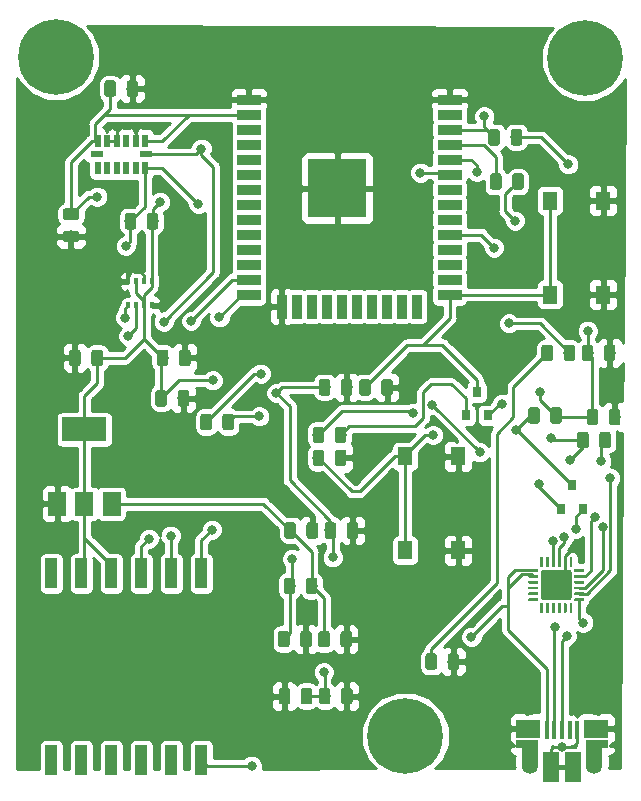
<source format=gtl>
G04 #@! TF.GenerationSoftware,KiCad,Pcbnew,(5.0.1-3-g963ef8bb5)*
G04 #@! TF.CreationDate,2019-10-19T22:42:43+03:00*
G04 #@! TF.ProjectId,kangal-bcu,6B616E67616C2D6263752E6B69636164,rev?*
G04 #@! TF.SameCoordinates,Original*
G04 #@! TF.FileFunction,Copper,L1,Top,Signal*
G04 #@! TF.FilePolarity,Positive*
%FSLAX46Y46*%
G04 Gerber Fmt 4.6, Leading zero omitted, Abs format (unit mm)*
G04 Created by KiCad (PCBNEW (5.0.1-3-g963ef8bb5)) date 2019 October 19, Saturday 22:42:43*
%MOMM*%
%LPD*%
G01*
G04 APERTURE LIST*
G04 #@! TA.AperFunction,Conductor*
%ADD10C,0.100000*%
G04 #@! TD*
G04 #@! TA.AperFunction,SMDPad,CuDef*
%ADD11C,0.975000*%
G04 #@! TD*
G04 #@! TA.AperFunction,SMDPad,CuDef*
%ADD12R,1.350000X2.000000*%
G04 #@! TD*
G04 #@! TA.AperFunction,SMDPad,CuDef*
%ADD13R,1.825000X0.700000*%
G04 #@! TD*
G04 #@! TA.AperFunction,SMDPad,CuDef*
%ADD14R,2.000000X1.500000*%
G04 #@! TD*
G04 #@! TA.AperFunction,SMDPad,CuDef*
%ADD15R,0.400000X1.650000*%
G04 #@! TD*
G04 #@! TA.AperFunction,ComponentPad*
%ADD16O,1.100000X1.500000*%
G04 #@! TD*
G04 #@! TA.AperFunction,ComponentPad*
%ADD17O,1.350000X1.700000*%
G04 #@! TD*
G04 #@! TA.AperFunction,SMDPad,CuDef*
%ADD18R,1.430000X2.500000*%
G04 #@! TD*
G04 #@! TA.AperFunction,SMDPad,CuDef*
%ADD19R,1.000000X2.500000*%
G04 #@! TD*
G04 #@! TA.AperFunction,SMDPad,CuDef*
%ADD20R,0.800000X0.900000*%
G04 #@! TD*
G04 #@! TA.AperFunction,SMDPad,CuDef*
%ADD21R,1.300000X1.550000*%
G04 #@! TD*
G04 #@! TA.AperFunction,SMDPad,CuDef*
%ADD22R,0.350000X0.500000*%
G04 #@! TD*
G04 #@! TA.AperFunction,SMDPad,CuDef*
%ADD23R,5.000000X5.000000*%
G04 #@! TD*
G04 #@! TA.AperFunction,SMDPad,CuDef*
%ADD24R,2.000000X0.900000*%
G04 #@! TD*
G04 #@! TA.AperFunction,SMDPad,CuDef*
%ADD25R,0.900000X2.000000*%
G04 #@! TD*
G04 #@! TA.AperFunction,SMDPad,CuDef*
%ADD26R,3.800000X2.000000*%
G04 #@! TD*
G04 #@! TA.AperFunction,SMDPad,CuDef*
%ADD27R,1.500000X2.000000*%
G04 #@! TD*
G04 #@! TA.AperFunction,SMDPad,CuDef*
%ADD28C,2.600000*%
G04 #@! TD*
G04 #@! TA.AperFunction,SMDPad,CuDef*
%ADD29C,0.250000*%
G04 #@! TD*
G04 #@! TA.AperFunction,SMDPad,CuDef*
%ADD30R,0.500000X1.123800*%
G04 #@! TD*
G04 #@! TA.AperFunction,SMDPad,CuDef*
%ADD31R,1.123800X0.500000*%
G04 #@! TD*
G04 #@! TA.AperFunction,ComponentPad*
%ADD32C,0.800000*%
G04 #@! TD*
G04 #@! TA.AperFunction,ComponentPad*
%ADD33C,6.400000*%
G04 #@! TD*
G04 #@! TA.AperFunction,ViaPad*
%ADD34C,0.800000*%
G04 #@! TD*
G04 #@! TA.AperFunction,Conductor*
%ADD35C,0.250000*%
G04 #@! TD*
G04 #@! TA.AperFunction,Conductor*
%ADD36C,0.254000*%
G04 #@! TD*
G04 APERTURE END LIST*
D10*
G04 #@! TO.N,vccad*
G04 #@! TO.C,C1*
G36*
X222246143Y-78822675D02*
X222269804Y-78826185D01*
X222293008Y-78831997D01*
X222315530Y-78840055D01*
X222337154Y-78850283D01*
X222357671Y-78862580D01*
X222376884Y-78876830D01*
X222394608Y-78892894D01*
X222410672Y-78910618D01*
X222424922Y-78929831D01*
X222437219Y-78950348D01*
X222447447Y-78971972D01*
X222455505Y-78994494D01*
X222461317Y-79017698D01*
X222464827Y-79041359D01*
X222466001Y-79065251D01*
X222466001Y-79977751D01*
X222464827Y-80001643D01*
X222461317Y-80025304D01*
X222455505Y-80048508D01*
X222447447Y-80071030D01*
X222437219Y-80092654D01*
X222424922Y-80113171D01*
X222410672Y-80132384D01*
X222394608Y-80150108D01*
X222376884Y-80166172D01*
X222357671Y-80180422D01*
X222337154Y-80192719D01*
X222315530Y-80202947D01*
X222293008Y-80211005D01*
X222269804Y-80216817D01*
X222246143Y-80220327D01*
X222222251Y-80221501D01*
X221734751Y-80221501D01*
X221710859Y-80220327D01*
X221687198Y-80216817D01*
X221663994Y-80211005D01*
X221641472Y-80202947D01*
X221619848Y-80192719D01*
X221599331Y-80180422D01*
X221580118Y-80166172D01*
X221562394Y-80150108D01*
X221546330Y-80132384D01*
X221532080Y-80113171D01*
X221519783Y-80092654D01*
X221509555Y-80071030D01*
X221501497Y-80048508D01*
X221495685Y-80025304D01*
X221492175Y-80001643D01*
X221491001Y-79977751D01*
X221491001Y-79065251D01*
X221492175Y-79041359D01*
X221495685Y-79017698D01*
X221501497Y-78994494D01*
X221509555Y-78971972D01*
X221519783Y-78950348D01*
X221532080Y-78929831D01*
X221546330Y-78910618D01*
X221562394Y-78892894D01*
X221580118Y-78876830D01*
X221599331Y-78862580D01*
X221619848Y-78850283D01*
X221641472Y-78840055D01*
X221663994Y-78831997D01*
X221687198Y-78826185D01*
X221710859Y-78822675D01*
X221734751Y-78821501D01*
X222222251Y-78821501D01*
X222246143Y-78822675D01*
X222246143Y-78822675D01*
G37*
D11*
G04 #@! TD*
G04 #@! TO.P,C1,1*
G04 #@! TO.N,vccad*
X221978501Y-79521501D03*
D10*
G04 #@! TO.N,GND*
G04 #@! TO.C,C1*
G36*
X224121143Y-78822675D02*
X224144804Y-78826185D01*
X224168008Y-78831997D01*
X224190530Y-78840055D01*
X224212154Y-78850283D01*
X224232671Y-78862580D01*
X224251884Y-78876830D01*
X224269608Y-78892894D01*
X224285672Y-78910618D01*
X224299922Y-78929831D01*
X224312219Y-78950348D01*
X224322447Y-78971972D01*
X224330505Y-78994494D01*
X224336317Y-79017698D01*
X224339827Y-79041359D01*
X224341001Y-79065251D01*
X224341001Y-79977751D01*
X224339827Y-80001643D01*
X224336317Y-80025304D01*
X224330505Y-80048508D01*
X224322447Y-80071030D01*
X224312219Y-80092654D01*
X224299922Y-80113171D01*
X224285672Y-80132384D01*
X224269608Y-80150108D01*
X224251884Y-80166172D01*
X224232671Y-80180422D01*
X224212154Y-80192719D01*
X224190530Y-80202947D01*
X224168008Y-80211005D01*
X224144804Y-80216817D01*
X224121143Y-80220327D01*
X224097251Y-80221501D01*
X223609751Y-80221501D01*
X223585859Y-80220327D01*
X223562198Y-80216817D01*
X223538994Y-80211005D01*
X223516472Y-80202947D01*
X223494848Y-80192719D01*
X223474331Y-80180422D01*
X223455118Y-80166172D01*
X223437394Y-80150108D01*
X223421330Y-80132384D01*
X223407080Y-80113171D01*
X223394783Y-80092654D01*
X223384555Y-80071030D01*
X223376497Y-80048508D01*
X223370685Y-80025304D01*
X223367175Y-80001643D01*
X223366001Y-79977751D01*
X223366001Y-79065251D01*
X223367175Y-79041359D01*
X223370685Y-79017698D01*
X223376497Y-78994494D01*
X223384555Y-78971972D01*
X223394783Y-78950348D01*
X223407080Y-78929831D01*
X223421330Y-78910618D01*
X223437394Y-78892894D01*
X223455118Y-78876830D01*
X223474331Y-78862580D01*
X223494848Y-78850283D01*
X223516472Y-78840055D01*
X223538994Y-78831997D01*
X223562198Y-78826185D01*
X223585859Y-78822675D01*
X223609751Y-78821501D01*
X224097251Y-78821501D01*
X224121143Y-78822675D01*
X224121143Y-78822675D01*
G37*
D11*
G04 #@! TD*
G04 #@! TO.P,C1,2*
G04 #@! TO.N,GND*
X223853501Y-79521501D03*
D10*
G04 #@! TO.N,GND*
G04 #@! TO.C,C2*
G36*
X188149142Y-79247674D02*
X188172803Y-79251184D01*
X188196007Y-79256996D01*
X188218529Y-79265054D01*
X188240153Y-79275282D01*
X188260670Y-79287579D01*
X188279883Y-79301829D01*
X188297607Y-79317893D01*
X188313671Y-79335617D01*
X188327921Y-79354830D01*
X188340218Y-79375347D01*
X188350446Y-79396971D01*
X188358504Y-79419493D01*
X188364316Y-79442697D01*
X188367826Y-79466358D01*
X188369000Y-79490250D01*
X188369000Y-80402750D01*
X188367826Y-80426642D01*
X188364316Y-80450303D01*
X188358504Y-80473507D01*
X188350446Y-80496029D01*
X188340218Y-80517653D01*
X188327921Y-80538170D01*
X188313671Y-80557383D01*
X188297607Y-80575107D01*
X188279883Y-80591171D01*
X188260670Y-80605421D01*
X188240153Y-80617718D01*
X188218529Y-80627946D01*
X188196007Y-80636004D01*
X188172803Y-80641816D01*
X188149142Y-80645326D01*
X188125250Y-80646500D01*
X187637750Y-80646500D01*
X187613858Y-80645326D01*
X187590197Y-80641816D01*
X187566993Y-80636004D01*
X187544471Y-80627946D01*
X187522847Y-80617718D01*
X187502330Y-80605421D01*
X187483117Y-80591171D01*
X187465393Y-80575107D01*
X187449329Y-80557383D01*
X187435079Y-80538170D01*
X187422782Y-80517653D01*
X187412554Y-80496029D01*
X187404496Y-80473507D01*
X187398684Y-80450303D01*
X187395174Y-80426642D01*
X187394000Y-80402750D01*
X187394000Y-79490250D01*
X187395174Y-79466358D01*
X187398684Y-79442697D01*
X187404496Y-79419493D01*
X187412554Y-79396971D01*
X187422782Y-79375347D01*
X187435079Y-79354830D01*
X187449329Y-79335617D01*
X187465393Y-79317893D01*
X187483117Y-79301829D01*
X187502330Y-79287579D01*
X187522847Y-79275282D01*
X187544471Y-79265054D01*
X187566993Y-79256996D01*
X187590197Y-79251184D01*
X187613858Y-79247674D01*
X187637750Y-79246500D01*
X188125250Y-79246500D01*
X188149142Y-79247674D01*
X188149142Y-79247674D01*
G37*
D11*
G04 #@! TD*
G04 #@! TO.P,C2,2*
G04 #@! TO.N,GND*
X187881500Y-79946500D03*
D10*
G04 #@! TO.N,vccad*
G04 #@! TO.C,C2*
G36*
X186274142Y-79247674D02*
X186297803Y-79251184D01*
X186321007Y-79256996D01*
X186343529Y-79265054D01*
X186365153Y-79275282D01*
X186385670Y-79287579D01*
X186404883Y-79301829D01*
X186422607Y-79317893D01*
X186438671Y-79335617D01*
X186452921Y-79354830D01*
X186465218Y-79375347D01*
X186475446Y-79396971D01*
X186483504Y-79419493D01*
X186489316Y-79442697D01*
X186492826Y-79466358D01*
X186494000Y-79490250D01*
X186494000Y-80402750D01*
X186492826Y-80426642D01*
X186489316Y-80450303D01*
X186483504Y-80473507D01*
X186475446Y-80496029D01*
X186465218Y-80517653D01*
X186452921Y-80538170D01*
X186438671Y-80557383D01*
X186422607Y-80575107D01*
X186404883Y-80591171D01*
X186385670Y-80605421D01*
X186365153Y-80617718D01*
X186343529Y-80627946D01*
X186321007Y-80636004D01*
X186297803Y-80641816D01*
X186274142Y-80645326D01*
X186250250Y-80646500D01*
X185762750Y-80646500D01*
X185738858Y-80645326D01*
X185715197Y-80641816D01*
X185691993Y-80636004D01*
X185669471Y-80627946D01*
X185647847Y-80617718D01*
X185627330Y-80605421D01*
X185608117Y-80591171D01*
X185590393Y-80575107D01*
X185574329Y-80557383D01*
X185560079Y-80538170D01*
X185547782Y-80517653D01*
X185537554Y-80496029D01*
X185529496Y-80473507D01*
X185523684Y-80450303D01*
X185520174Y-80426642D01*
X185519000Y-80402750D01*
X185519000Y-79490250D01*
X185520174Y-79466358D01*
X185523684Y-79442697D01*
X185529496Y-79419493D01*
X185537554Y-79396971D01*
X185547782Y-79375347D01*
X185560079Y-79354830D01*
X185574329Y-79335617D01*
X185590393Y-79317893D01*
X185608117Y-79301829D01*
X185627330Y-79287579D01*
X185647847Y-79275282D01*
X185669471Y-79265054D01*
X185691993Y-79256996D01*
X185715197Y-79251184D01*
X185738858Y-79247674D01*
X185762750Y-79246500D01*
X186250250Y-79246500D01*
X186274142Y-79247674D01*
X186274142Y-79247674D01*
G37*
D11*
G04 #@! TD*
G04 #@! TO.P,C2,1*
G04 #@! TO.N,vccad*
X186006500Y-79946500D03*
D10*
G04 #@! TO.N,GND*
G04 #@! TO.C,C3*
G36*
X201343143Y-87717675D02*
X201366804Y-87721185D01*
X201390008Y-87726997D01*
X201412530Y-87735055D01*
X201434154Y-87745283D01*
X201454671Y-87757580D01*
X201473884Y-87771830D01*
X201491608Y-87787894D01*
X201507672Y-87805618D01*
X201521922Y-87824831D01*
X201534219Y-87845348D01*
X201544447Y-87866972D01*
X201552505Y-87889494D01*
X201558317Y-87912698D01*
X201561827Y-87936359D01*
X201563001Y-87960251D01*
X201563001Y-88872751D01*
X201561827Y-88896643D01*
X201558317Y-88920304D01*
X201552505Y-88943508D01*
X201544447Y-88966030D01*
X201534219Y-88987654D01*
X201521922Y-89008171D01*
X201507672Y-89027384D01*
X201491608Y-89045108D01*
X201473884Y-89061172D01*
X201454671Y-89075422D01*
X201434154Y-89087719D01*
X201412530Y-89097947D01*
X201390008Y-89106005D01*
X201366804Y-89111817D01*
X201343143Y-89115327D01*
X201319251Y-89116501D01*
X200831751Y-89116501D01*
X200807859Y-89115327D01*
X200784198Y-89111817D01*
X200760994Y-89106005D01*
X200738472Y-89097947D01*
X200716848Y-89087719D01*
X200696331Y-89075422D01*
X200677118Y-89061172D01*
X200659394Y-89045108D01*
X200643330Y-89027384D01*
X200629080Y-89008171D01*
X200616783Y-88987654D01*
X200606555Y-88966030D01*
X200598497Y-88943508D01*
X200592685Y-88920304D01*
X200589175Y-88896643D01*
X200588001Y-88872751D01*
X200588001Y-87960251D01*
X200589175Y-87936359D01*
X200592685Y-87912698D01*
X200598497Y-87889494D01*
X200606555Y-87866972D01*
X200616783Y-87845348D01*
X200629080Y-87824831D01*
X200643330Y-87805618D01*
X200659394Y-87787894D01*
X200677118Y-87771830D01*
X200696331Y-87757580D01*
X200716848Y-87745283D01*
X200738472Y-87735055D01*
X200760994Y-87726997D01*
X200784198Y-87721185D01*
X200807859Y-87717675D01*
X200831751Y-87716501D01*
X201319251Y-87716501D01*
X201343143Y-87717675D01*
X201343143Y-87717675D01*
G37*
D11*
G04 #@! TD*
G04 #@! TO.P,C3,2*
G04 #@! TO.N,GND*
X201075501Y-88416501D03*
D10*
G04 #@! TO.N,en*
G04 #@! TO.C,C3*
G36*
X199468143Y-87717675D02*
X199491804Y-87721185D01*
X199515008Y-87726997D01*
X199537530Y-87735055D01*
X199559154Y-87745283D01*
X199579671Y-87757580D01*
X199598884Y-87771830D01*
X199616608Y-87787894D01*
X199632672Y-87805618D01*
X199646922Y-87824831D01*
X199659219Y-87845348D01*
X199669447Y-87866972D01*
X199677505Y-87889494D01*
X199683317Y-87912698D01*
X199686827Y-87936359D01*
X199688001Y-87960251D01*
X199688001Y-88872751D01*
X199686827Y-88896643D01*
X199683317Y-88920304D01*
X199677505Y-88943508D01*
X199669447Y-88966030D01*
X199659219Y-88987654D01*
X199646922Y-89008171D01*
X199632672Y-89027384D01*
X199616608Y-89045108D01*
X199598884Y-89061172D01*
X199579671Y-89075422D01*
X199559154Y-89087719D01*
X199537530Y-89097947D01*
X199515008Y-89106005D01*
X199491804Y-89111817D01*
X199468143Y-89115327D01*
X199444251Y-89116501D01*
X198956751Y-89116501D01*
X198932859Y-89115327D01*
X198909198Y-89111817D01*
X198885994Y-89106005D01*
X198863472Y-89097947D01*
X198841848Y-89087719D01*
X198821331Y-89075422D01*
X198802118Y-89061172D01*
X198784394Y-89045108D01*
X198768330Y-89027384D01*
X198754080Y-89008171D01*
X198741783Y-88987654D01*
X198731555Y-88966030D01*
X198723497Y-88943508D01*
X198717685Y-88920304D01*
X198714175Y-88896643D01*
X198713001Y-88872751D01*
X198713001Y-87960251D01*
X198714175Y-87936359D01*
X198717685Y-87912698D01*
X198723497Y-87889494D01*
X198731555Y-87866972D01*
X198741783Y-87845348D01*
X198754080Y-87824831D01*
X198768330Y-87805618D01*
X198784394Y-87787894D01*
X198802118Y-87771830D01*
X198821331Y-87757580D01*
X198841848Y-87745283D01*
X198863472Y-87735055D01*
X198885994Y-87726997D01*
X198909198Y-87721185D01*
X198932859Y-87717675D01*
X198956751Y-87716501D01*
X199444251Y-87716501D01*
X199468143Y-87717675D01*
X199468143Y-87717675D01*
G37*
D11*
G04 #@! TD*
G04 #@! TO.P,C3,1*
G04 #@! TO.N,en*
X199200501Y-88416501D03*
D10*
G04 #@! TO.N,IOBoot*
G04 #@! TO.C,C4*
G36*
X203393643Y-81752675D02*
X203417304Y-81756185D01*
X203440508Y-81761997D01*
X203463030Y-81770055D01*
X203484654Y-81780283D01*
X203505171Y-81792580D01*
X203524384Y-81806830D01*
X203542108Y-81822894D01*
X203558172Y-81840618D01*
X203572422Y-81859831D01*
X203584719Y-81880348D01*
X203594947Y-81901972D01*
X203603005Y-81924494D01*
X203608817Y-81947698D01*
X203612327Y-81971359D01*
X203613501Y-81995251D01*
X203613501Y-82907751D01*
X203612327Y-82931643D01*
X203608817Y-82955304D01*
X203603005Y-82978508D01*
X203594947Y-83001030D01*
X203584719Y-83022654D01*
X203572422Y-83043171D01*
X203558172Y-83062384D01*
X203542108Y-83080108D01*
X203524384Y-83096172D01*
X203505171Y-83110422D01*
X203484654Y-83122719D01*
X203463030Y-83132947D01*
X203440508Y-83141005D01*
X203417304Y-83146817D01*
X203393643Y-83150327D01*
X203369751Y-83151501D01*
X202882251Y-83151501D01*
X202858359Y-83150327D01*
X202834698Y-83146817D01*
X202811494Y-83141005D01*
X202788972Y-83132947D01*
X202767348Y-83122719D01*
X202746831Y-83110422D01*
X202727618Y-83096172D01*
X202709894Y-83080108D01*
X202693830Y-83062384D01*
X202679580Y-83043171D01*
X202667283Y-83022654D01*
X202657055Y-83001030D01*
X202648997Y-82978508D01*
X202643185Y-82955304D01*
X202639675Y-82931643D01*
X202638501Y-82907751D01*
X202638501Y-81995251D01*
X202639675Y-81971359D01*
X202643185Y-81947698D01*
X202648997Y-81924494D01*
X202657055Y-81901972D01*
X202667283Y-81880348D01*
X202679580Y-81859831D01*
X202693830Y-81840618D01*
X202709894Y-81822894D01*
X202727618Y-81806830D01*
X202746831Y-81792580D01*
X202767348Y-81780283D01*
X202788972Y-81770055D01*
X202811494Y-81761997D01*
X202834698Y-81756185D01*
X202858359Y-81752675D01*
X202882251Y-81751501D01*
X203369751Y-81751501D01*
X203393643Y-81752675D01*
X203393643Y-81752675D01*
G37*
D11*
G04 #@! TD*
G04 #@! TO.P,C4,1*
G04 #@! TO.N,IOBoot*
X203126001Y-82451501D03*
D10*
G04 #@! TO.N,GND*
G04 #@! TO.C,C4*
G36*
X205268643Y-81752675D02*
X205292304Y-81756185D01*
X205315508Y-81761997D01*
X205338030Y-81770055D01*
X205359654Y-81780283D01*
X205380171Y-81792580D01*
X205399384Y-81806830D01*
X205417108Y-81822894D01*
X205433172Y-81840618D01*
X205447422Y-81859831D01*
X205459719Y-81880348D01*
X205469947Y-81901972D01*
X205478005Y-81924494D01*
X205483817Y-81947698D01*
X205487327Y-81971359D01*
X205488501Y-81995251D01*
X205488501Y-82907751D01*
X205487327Y-82931643D01*
X205483817Y-82955304D01*
X205478005Y-82978508D01*
X205469947Y-83001030D01*
X205459719Y-83022654D01*
X205447422Y-83043171D01*
X205433172Y-83062384D01*
X205417108Y-83080108D01*
X205399384Y-83096172D01*
X205380171Y-83110422D01*
X205359654Y-83122719D01*
X205338030Y-83132947D01*
X205315508Y-83141005D01*
X205292304Y-83146817D01*
X205268643Y-83150327D01*
X205244751Y-83151501D01*
X204757251Y-83151501D01*
X204733359Y-83150327D01*
X204709698Y-83146817D01*
X204686494Y-83141005D01*
X204663972Y-83132947D01*
X204642348Y-83122719D01*
X204621831Y-83110422D01*
X204602618Y-83096172D01*
X204584894Y-83080108D01*
X204568830Y-83062384D01*
X204554580Y-83043171D01*
X204542283Y-83022654D01*
X204532055Y-83001030D01*
X204523997Y-82978508D01*
X204518185Y-82955304D01*
X204514675Y-82931643D01*
X204513501Y-82907751D01*
X204513501Y-81995251D01*
X204514675Y-81971359D01*
X204518185Y-81947698D01*
X204523997Y-81924494D01*
X204532055Y-81901972D01*
X204542283Y-81880348D01*
X204554580Y-81859831D01*
X204568830Y-81840618D01*
X204584894Y-81822894D01*
X204602618Y-81806830D01*
X204621831Y-81792580D01*
X204642348Y-81780283D01*
X204663972Y-81770055D01*
X204686494Y-81761997D01*
X204709698Y-81756185D01*
X204733359Y-81752675D01*
X204757251Y-81751501D01*
X205244751Y-81751501D01*
X205268643Y-81752675D01*
X205268643Y-81752675D01*
G37*
D11*
G04 #@! TD*
G04 #@! TO.P,C4,2*
G04 #@! TO.N,GND*
X205001001Y-82451501D03*
D10*
G04 #@! TO.N,vccad*
G04 #@! TO.C,C5*
G36*
X186147142Y-82676674D02*
X186170803Y-82680184D01*
X186194007Y-82685996D01*
X186216529Y-82694054D01*
X186238153Y-82704282D01*
X186258670Y-82716579D01*
X186277883Y-82730829D01*
X186295607Y-82746893D01*
X186311671Y-82764617D01*
X186325921Y-82783830D01*
X186338218Y-82804347D01*
X186348446Y-82825971D01*
X186356504Y-82848493D01*
X186362316Y-82871697D01*
X186365826Y-82895358D01*
X186367000Y-82919250D01*
X186367000Y-83831750D01*
X186365826Y-83855642D01*
X186362316Y-83879303D01*
X186356504Y-83902507D01*
X186348446Y-83925029D01*
X186338218Y-83946653D01*
X186325921Y-83967170D01*
X186311671Y-83986383D01*
X186295607Y-84004107D01*
X186277883Y-84020171D01*
X186258670Y-84034421D01*
X186238153Y-84046718D01*
X186216529Y-84056946D01*
X186194007Y-84065004D01*
X186170803Y-84070816D01*
X186147142Y-84074326D01*
X186123250Y-84075500D01*
X185635750Y-84075500D01*
X185611858Y-84074326D01*
X185588197Y-84070816D01*
X185564993Y-84065004D01*
X185542471Y-84056946D01*
X185520847Y-84046718D01*
X185500330Y-84034421D01*
X185481117Y-84020171D01*
X185463393Y-84004107D01*
X185447329Y-83986383D01*
X185433079Y-83967170D01*
X185420782Y-83946653D01*
X185410554Y-83925029D01*
X185402496Y-83902507D01*
X185396684Y-83879303D01*
X185393174Y-83855642D01*
X185392000Y-83831750D01*
X185392000Y-82919250D01*
X185393174Y-82895358D01*
X185396684Y-82871697D01*
X185402496Y-82848493D01*
X185410554Y-82825971D01*
X185420782Y-82804347D01*
X185433079Y-82783830D01*
X185447329Y-82764617D01*
X185463393Y-82746893D01*
X185481117Y-82730829D01*
X185500330Y-82716579D01*
X185520847Y-82704282D01*
X185542471Y-82694054D01*
X185564993Y-82685996D01*
X185588197Y-82680184D01*
X185611858Y-82676674D01*
X185635750Y-82675500D01*
X186123250Y-82675500D01*
X186147142Y-82676674D01*
X186147142Y-82676674D01*
G37*
D11*
G04 #@! TD*
G04 #@! TO.P,C5,1*
G04 #@! TO.N,vccad*
X185879500Y-83375500D03*
D10*
G04 #@! TO.N,GND*
G04 #@! TO.C,C5*
G36*
X188022142Y-82676674D02*
X188045803Y-82680184D01*
X188069007Y-82685996D01*
X188091529Y-82694054D01*
X188113153Y-82704282D01*
X188133670Y-82716579D01*
X188152883Y-82730829D01*
X188170607Y-82746893D01*
X188186671Y-82764617D01*
X188200921Y-82783830D01*
X188213218Y-82804347D01*
X188223446Y-82825971D01*
X188231504Y-82848493D01*
X188237316Y-82871697D01*
X188240826Y-82895358D01*
X188242000Y-82919250D01*
X188242000Y-83831750D01*
X188240826Y-83855642D01*
X188237316Y-83879303D01*
X188231504Y-83902507D01*
X188223446Y-83925029D01*
X188213218Y-83946653D01*
X188200921Y-83967170D01*
X188186671Y-83986383D01*
X188170607Y-84004107D01*
X188152883Y-84020171D01*
X188133670Y-84034421D01*
X188113153Y-84046718D01*
X188091529Y-84056946D01*
X188069007Y-84065004D01*
X188045803Y-84070816D01*
X188022142Y-84074326D01*
X187998250Y-84075500D01*
X187510750Y-84075500D01*
X187486858Y-84074326D01*
X187463197Y-84070816D01*
X187439993Y-84065004D01*
X187417471Y-84056946D01*
X187395847Y-84046718D01*
X187375330Y-84034421D01*
X187356117Y-84020171D01*
X187338393Y-84004107D01*
X187322329Y-83986383D01*
X187308079Y-83967170D01*
X187295782Y-83946653D01*
X187285554Y-83925029D01*
X187277496Y-83902507D01*
X187271684Y-83879303D01*
X187268174Y-83855642D01*
X187267000Y-83831750D01*
X187267000Y-82919250D01*
X187268174Y-82895358D01*
X187271684Y-82871697D01*
X187277496Y-82848493D01*
X187285554Y-82825971D01*
X187295782Y-82804347D01*
X187308079Y-82783830D01*
X187322329Y-82764617D01*
X187338393Y-82746893D01*
X187356117Y-82730829D01*
X187375330Y-82716579D01*
X187395847Y-82704282D01*
X187417471Y-82694054D01*
X187439993Y-82685996D01*
X187463197Y-82680184D01*
X187486858Y-82676674D01*
X187510750Y-82675500D01*
X187998250Y-82675500D01*
X188022142Y-82676674D01*
X188022142Y-82676674D01*
G37*
D11*
G04 #@! TD*
G04 #@! TO.P,C5,2*
G04 #@! TO.N,GND*
X187754500Y-83375500D03*
D10*
G04 #@! TO.N,GND*
G04 #@! TO.C,C6*
G36*
X201858643Y-81752675D02*
X201882304Y-81756185D01*
X201905508Y-81761997D01*
X201928030Y-81770055D01*
X201949654Y-81780283D01*
X201970171Y-81792580D01*
X201989384Y-81806830D01*
X202007108Y-81822894D01*
X202023172Y-81840618D01*
X202037422Y-81859831D01*
X202049719Y-81880348D01*
X202059947Y-81901972D01*
X202068005Y-81924494D01*
X202073817Y-81947698D01*
X202077327Y-81971359D01*
X202078501Y-81995251D01*
X202078501Y-82907751D01*
X202077327Y-82931643D01*
X202073817Y-82955304D01*
X202068005Y-82978508D01*
X202059947Y-83001030D01*
X202049719Y-83022654D01*
X202037422Y-83043171D01*
X202023172Y-83062384D01*
X202007108Y-83080108D01*
X201989384Y-83096172D01*
X201970171Y-83110422D01*
X201949654Y-83122719D01*
X201928030Y-83132947D01*
X201905508Y-83141005D01*
X201882304Y-83146817D01*
X201858643Y-83150327D01*
X201834751Y-83151501D01*
X201347251Y-83151501D01*
X201323359Y-83150327D01*
X201299698Y-83146817D01*
X201276494Y-83141005D01*
X201253972Y-83132947D01*
X201232348Y-83122719D01*
X201211831Y-83110422D01*
X201192618Y-83096172D01*
X201174894Y-83080108D01*
X201158830Y-83062384D01*
X201144580Y-83043171D01*
X201132283Y-83022654D01*
X201122055Y-83001030D01*
X201113997Y-82978508D01*
X201108185Y-82955304D01*
X201104675Y-82931643D01*
X201103501Y-82907751D01*
X201103501Y-81995251D01*
X201104675Y-81971359D01*
X201108185Y-81947698D01*
X201113997Y-81924494D01*
X201122055Y-81901972D01*
X201132283Y-81880348D01*
X201144580Y-81859831D01*
X201158830Y-81840618D01*
X201174894Y-81822894D01*
X201192618Y-81806830D01*
X201211831Y-81792580D01*
X201232348Y-81780283D01*
X201253972Y-81770055D01*
X201276494Y-81761997D01*
X201299698Y-81756185D01*
X201323359Y-81752675D01*
X201347251Y-81751501D01*
X201834751Y-81751501D01*
X201858643Y-81752675D01*
X201858643Y-81752675D01*
G37*
D11*
G04 #@! TD*
G04 #@! TO.P,C6,2*
G04 #@! TO.N,GND*
X201591001Y-82451501D03*
D10*
G04 #@! TO.N,vccad*
G04 #@! TO.C,C6*
G36*
X199983643Y-81752675D02*
X200007304Y-81756185D01*
X200030508Y-81761997D01*
X200053030Y-81770055D01*
X200074654Y-81780283D01*
X200095171Y-81792580D01*
X200114384Y-81806830D01*
X200132108Y-81822894D01*
X200148172Y-81840618D01*
X200162422Y-81859831D01*
X200174719Y-81880348D01*
X200184947Y-81901972D01*
X200193005Y-81924494D01*
X200198817Y-81947698D01*
X200202327Y-81971359D01*
X200203501Y-81995251D01*
X200203501Y-82907751D01*
X200202327Y-82931643D01*
X200198817Y-82955304D01*
X200193005Y-82978508D01*
X200184947Y-83001030D01*
X200174719Y-83022654D01*
X200162422Y-83043171D01*
X200148172Y-83062384D01*
X200132108Y-83080108D01*
X200114384Y-83096172D01*
X200095171Y-83110422D01*
X200074654Y-83122719D01*
X200053030Y-83132947D01*
X200030508Y-83141005D01*
X200007304Y-83146817D01*
X199983643Y-83150327D01*
X199959751Y-83151501D01*
X199472251Y-83151501D01*
X199448359Y-83150327D01*
X199424698Y-83146817D01*
X199401494Y-83141005D01*
X199378972Y-83132947D01*
X199357348Y-83122719D01*
X199336831Y-83110422D01*
X199317618Y-83096172D01*
X199299894Y-83080108D01*
X199283830Y-83062384D01*
X199269580Y-83043171D01*
X199257283Y-83022654D01*
X199247055Y-83001030D01*
X199238997Y-82978508D01*
X199233185Y-82955304D01*
X199229675Y-82931643D01*
X199228501Y-82907751D01*
X199228501Y-81995251D01*
X199229675Y-81971359D01*
X199233185Y-81947698D01*
X199238997Y-81924494D01*
X199247055Y-81901972D01*
X199257283Y-81880348D01*
X199269580Y-81859831D01*
X199283830Y-81840618D01*
X199299894Y-81822894D01*
X199317618Y-81806830D01*
X199336831Y-81792580D01*
X199357348Y-81780283D01*
X199378972Y-81770055D01*
X199401494Y-81761997D01*
X199424698Y-81756185D01*
X199448359Y-81752675D01*
X199472251Y-81751501D01*
X199959751Y-81751501D01*
X199983643Y-81752675D01*
X199983643Y-81752675D01*
G37*
D11*
G04 #@! TD*
G04 #@! TO.P,C6,1*
G04 #@! TO.N,vccad*
X199716001Y-82451501D03*
D10*
G04 #@! TO.N,vccad*
G04 #@! TO.C,C7*
G36*
X181829142Y-56451174D02*
X181852803Y-56454684D01*
X181876007Y-56460496D01*
X181898529Y-56468554D01*
X181920153Y-56478782D01*
X181940670Y-56491079D01*
X181959883Y-56505329D01*
X181977607Y-56521393D01*
X181993671Y-56539117D01*
X182007921Y-56558330D01*
X182020218Y-56578847D01*
X182030446Y-56600471D01*
X182038504Y-56622993D01*
X182044316Y-56646197D01*
X182047826Y-56669858D01*
X182049000Y-56693750D01*
X182049000Y-57606250D01*
X182047826Y-57630142D01*
X182044316Y-57653803D01*
X182038504Y-57677007D01*
X182030446Y-57699529D01*
X182020218Y-57721153D01*
X182007921Y-57741670D01*
X181993671Y-57760883D01*
X181977607Y-57778607D01*
X181959883Y-57794671D01*
X181940670Y-57808921D01*
X181920153Y-57821218D01*
X181898529Y-57831446D01*
X181876007Y-57839504D01*
X181852803Y-57845316D01*
X181829142Y-57848826D01*
X181805250Y-57850000D01*
X181317750Y-57850000D01*
X181293858Y-57848826D01*
X181270197Y-57845316D01*
X181246993Y-57839504D01*
X181224471Y-57831446D01*
X181202847Y-57821218D01*
X181182330Y-57808921D01*
X181163117Y-57794671D01*
X181145393Y-57778607D01*
X181129329Y-57760883D01*
X181115079Y-57741670D01*
X181102782Y-57721153D01*
X181092554Y-57699529D01*
X181084496Y-57677007D01*
X181078684Y-57653803D01*
X181075174Y-57630142D01*
X181074000Y-57606250D01*
X181074000Y-56693750D01*
X181075174Y-56669858D01*
X181078684Y-56646197D01*
X181084496Y-56622993D01*
X181092554Y-56600471D01*
X181102782Y-56578847D01*
X181115079Y-56558330D01*
X181129329Y-56539117D01*
X181145393Y-56521393D01*
X181163117Y-56505329D01*
X181182330Y-56491079D01*
X181202847Y-56478782D01*
X181224471Y-56468554D01*
X181246993Y-56460496D01*
X181270197Y-56454684D01*
X181293858Y-56451174D01*
X181317750Y-56450000D01*
X181805250Y-56450000D01*
X181829142Y-56451174D01*
X181829142Y-56451174D01*
G37*
D11*
G04 #@! TD*
G04 #@! TO.P,C7,1*
G04 #@! TO.N,vccad*
X181561500Y-57150000D03*
D10*
G04 #@! TO.N,GND*
G04 #@! TO.C,C7*
G36*
X183704142Y-56451174D02*
X183727803Y-56454684D01*
X183751007Y-56460496D01*
X183773529Y-56468554D01*
X183795153Y-56478782D01*
X183815670Y-56491079D01*
X183834883Y-56505329D01*
X183852607Y-56521393D01*
X183868671Y-56539117D01*
X183882921Y-56558330D01*
X183895218Y-56578847D01*
X183905446Y-56600471D01*
X183913504Y-56622993D01*
X183919316Y-56646197D01*
X183922826Y-56669858D01*
X183924000Y-56693750D01*
X183924000Y-57606250D01*
X183922826Y-57630142D01*
X183919316Y-57653803D01*
X183913504Y-57677007D01*
X183905446Y-57699529D01*
X183895218Y-57721153D01*
X183882921Y-57741670D01*
X183868671Y-57760883D01*
X183852607Y-57778607D01*
X183834883Y-57794671D01*
X183815670Y-57808921D01*
X183795153Y-57821218D01*
X183773529Y-57831446D01*
X183751007Y-57839504D01*
X183727803Y-57845316D01*
X183704142Y-57848826D01*
X183680250Y-57850000D01*
X183192750Y-57850000D01*
X183168858Y-57848826D01*
X183145197Y-57845316D01*
X183121993Y-57839504D01*
X183099471Y-57831446D01*
X183077847Y-57821218D01*
X183057330Y-57808921D01*
X183038117Y-57794671D01*
X183020393Y-57778607D01*
X183004329Y-57760883D01*
X182990079Y-57741670D01*
X182977782Y-57721153D01*
X182967554Y-57699529D01*
X182959496Y-57677007D01*
X182953684Y-57653803D01*
X182950174Y-57630142D01*
X182949000Y-57606250D01*
X182949000Y-56693750D01*
X182950174Y-56669858D01*
X182953684Y-56646197D01*
X182959496Y-56622993D01*
X182967554Y-56600471D01*
X182977782Y-56578847D01*
X182990079Y-56558330D01*
X183004329Y-56539117D01*
X183020393Y-56521393D01*
X183038117Y-56505329D01*
X183057330Y-56491079D01*
X183077847Y-56478782D01*
X183099471Y-56468554D01*
X183121993Y-56460496D01*
X183145197Y-56454684D01*
X183168858Y-56451174D01*
X183192750Y-56450000D01*
X183680250Y-56450000D01*
X183704142Y-56451174D01*
X183704142Y-56451174D01*
G37*
D11*
G04 #@! TD*
G04 #@! TO.P,C7,2*
G04 #@! TO.N,GND*
X183436500Y-57150000D03*
D10*
G04 #@! TO.N,GND*
G04 #@! TO.C,C8*
G36*
X198405143Y-103073175D02*
X198428804Y-103076685D01*
X198452008Y-103082497D01*
X198474530Y-103090555D01*
X198496154Y-103100783D01*
X198516671Y-103113080D01*
X198535884Y-103127330D01*
X198553608Y-103143394D01*
X198569672Y-103161118D01*
X198583922Y-103180331D01*
X198596219Y-103200848D01*
X198606447Y-103222472D01*
X198614505Y-103244994D01*
X198620317Y-103268198D01*
X198623827Y-103291859D01*
X198625001Y-103315751D01*
X198625001Y-104228251D01*
X198623827Y-104252143D01*
X198620317Y-104275804D01*
X198614505Y-104299008D01*
X198606447Y-104321530D01*
X198596219Y-104343154D01*
X198583922Y-104363671D01*
X198569672Y-104382884D01*
X198553608Y-104400608D01*
X198535884Y-104416672D01*
X198516671Y-104430922D01*
X198496154Y-104443219D01*
X198474530Y-104453447D01*
X198452008Y-104461505D01*
X198428804Y-104467317D01*
X198405143Y-104470827D01*
X198381251Y-104472001D01*
X197893751Y-104472001D01*
X197869859Y-104470827D01*
X197846198Y-104467317D01*
X197822994Y-104461505D01*
X197800472Y-104453447D01*
X197778848Y-104443219D01*
X197758331Y-104430922D01*
X197739118Y-104416672D01*
X197721394Y-104400608D01*
X197705330Y-104382884D01*
X197691080Y-104363671D01*
X197678783Y-104343154D01*
X197668555Y-104321530D01*
X197660497Y-104299008D01*
X197654685Y-104275804D01*
X197651175Y-104252143D01*
X197650001Y-104228251D01*
X197650001Y-103315751D01*
X197651175Y-103291859D01*
X197654685Y-103268198D01*
X197660497Y-103244994D01*
X197668555Y-103222472D01*
X197678783Y-103200848D01*
X197691080Y-103180331D01*
X197705330Y-103161118D01*
X197721394Y-103143394D01*
X197739118Y-103127330D01*
X197758331Y-103113080D01*
X197778848Y-103100783D01*
X197800472Y-103090555D01*
X197822994Y-103082497D01*
X197846198Y-103076685D01*
X197869859Y-103073175D01*
X197893751Y-103072001D01*
X198381251Y-103072001D01*
X198405143Y-103073175D01*
X198405143Y-103073175D01*
G37*
D11*
G04 #@! TD*
G04 #@! TO.P,C8,2*
G04 #@! TO.N,GND*
X198137501Y-103772001D03*
D10*
G04 #@! TO.N,+5V*
G04 #@! TO.C,C8*
G36*
X196530143Y-103073175D02*
X196553804Y-103076685D01*
X196577008Y-103082497D01*
X196599530Y-103090555D01*
X196621154Y-103100783D01*
X196641671Y-103113080D01*
X196660884Y-103127330D01*
X196678608Y-103143394D01*
X196694672Y-103161118D01*
X196708922Y-103180331D01*
X196721219Y-103200848D01*
X196731447Y-103222472D01*
X196739505Y-103244994D01*
X196745317Y-103268198D01*
X196748827Y-103291859D01*
X196750001Y-103315751D01*
X196750001Y-104228251D01*
X196748827Y-104252143D01*
X196745317Y-104275804D01*
X196739505Y-104299008D01*
X196731447Y-104321530D01*
X196721219Y-104343154D01*
X196708922Y-104363671D01*
X196694672Y-104382884D01*
X196678608Y-104400608D01*
X196660884Y-104416672D01*
X196641671Y-104430922D01*
X196621154Y-104443219D01*
X196599530Y-104453447D01*
X196577008Y-104461505D01*
X196553804Y-104467317D01*
X196530143Y-104470827D01*
X196506251Y-104472001D01*
X196018751Y-104472001D01*
X195994859Y-104470827D01*
X195971198Y-104467317D01*
X195947994Y-104461505D01*
X195925472Y-104453447D01*
X195903848Y-104443219D01*
X195883331Y-104430922D01*
X195864118Y-104416672D01*
X195846394Y-104400608D01*
X195830330Y-104382884D01*
X195816080Y-104363671D01*
X195803783Y-104343154D01*
X195793555Y-104321530D01*
X195785497Y-104299008D01*
X195779685Y-104275804D01*
X195776175Y-104252143D01*
X195775001Y-104228251D01*
X195775001Y-103315751D01*
X195776175Y-103291859D01*
X195779685Y-103268198D01*
X195785497Y-103244994D01*
X195793555Y-103222472D01*
X195803783Y-103200848D01*
X195816080Y-103180331D01*
X195830330Y-103161118D01*
X195846394Y-103143394D01*
X195864118Y-103127330D01*
X195883331Y-103113080D01*
X195903848Y-103100783D01*
X195925472Y-103090555D01*
X195947994Y-103082497D01*
X195971198Y-103076685D01*
X195994859Y-103073175D01*
X196018751Y-103072001D01*
X196506251Y-103072001D01*
X196530143Y-103073175D01*
X196530143Y-103073175D01*
G37*
D11*
G04 #@! TD*
G04 #@! TO.P,C8,1*
G04 #@! TO.N,+5V*
X196262501Y-103772001D03*
D10*
G04 #@! TO.N,vcc*
G04 #@! TO.C,C9*
G36*
X199940143Y-103073175D02*
X199963804Y-103076685D01*
X199987008Y-103082497D01*
X200009530Y-103090555D01*
X200031154Y-103100783D01*
X200051671Y-103113080D01*
X200070884Y-103127330D01*
X200088608Y-103143394D01*
X200104672Y-103161118D01*
X200118922Y-103180331D01*
X200131219Y-103200848D01*
X200141447Y-103222472D01*
X200149505Y-103244994D01*
X200155317Y-103268198D01*
X200158827Y-103291859D01*
X200160001Y-103315751D01*
X200160001Y-104228251D01*
X200158827Y-104252143D01*
X200155317Y-104275804D01*
X200149505Y-104299008D01*
X200141447Y-104321530D01*
X200131219Y-104343154D01*
X200118922Y-104363671D01*
X200104672Y-104382884D01*
X200088608Y-104400608D01*
X200070884Y-104416672D01*
X200051671Y-104430922D01*
X200031154Y-104443219D01*
X200009530Y-104453447D01*
X199987008Y-104461505D01*
X199963804Y-104467317D01*
X199940143Y-104470827D01*
X199916251Y-104472001D01*
X199428751Y-104472001D01*
X199404859Y-104470827D01*
X199381198Y-104467317D01*
X199357994Y-104461505D01*
X199335472Y-104453447D01*
X199313848Y-104443219D01*
X199293331Y-104430922D01*
X199274118Y-104416672D01*
X199256394Y-104400608D01*
X199240330Y-104382884D01*
X199226080Y-104363671D01*
X199213783Y-104343154D01*
X199203555Y-104321530D01*
X199195497Y-104299008D01*
X199189685Y-104275804D01*
X199186175Y-104252143D01*
X199185001Y-104228251D01*
X199185001Y-103315751D01*
X199186175Y-103291859D01*
X199189685Y-103268198D01*
X199195497Y-103244994D01*
X199203555Y-103222472D01*
X199213783Y-103200848D01*
X199226080Y-103180331D01*
X199240330Y-103161118D01*
X199256394Y-103143394D01*
X199274118Y-103127330D01*
X199293331Y-103113080D01*
X199313848Y-103100783D01*
X199335472Y-103090555D01*
X199357994Y-103082497D01*
X199381198Y-103076685D01*
X199404859Y-103073175D01*
X199428751Y-103072001D01*
X199916251Y-103072001D01*
X199940143Y-103073175D01*
X199940143Y-103073175D01*
G37*
D11*
G04 #@! TD*
G04 #@! TO.P,C9,1*
G04 #@! TO.N,vcc*
X199672501Y-103772001D03*
D10*
G04 #@! TO.N,GND*
G04 #@! TO.C,C9*
G36*
X201815143Y-103073175D02*
X201838804Y-103076685D01*
X201862008Y-103082497D01*
X201884530Y-103090555D01*
X201906154Y-103100783D01*
X201926671Y-103113080D01*
X201945884Y-103127330D01*
X201963608Y-103143394D01*
X201979672Y-103161118D01*
X201993922Y-103180331D01*
X202006219Y-103200848D01*
X202016447Y-103222472D01*
X202024505Y-103244994D01*
X202030317Y-103268198D01*
X202033827Y-103291859D01*
X202035001Y-103315751D01*
X202035001Y-104228251D01*
X202033827Y-104252143D01*
X202030317Y-104275804D01*
X202024505Y-104299008D01*
X202016447Y-104321530D01*
X202006219Y-104343154D01*
X201993922Y-104363671D01*
X201979672Y-104382884D01*
X201963608Y-104400608D01*
X201945884Y-104416672D01*
X201926671Y-104430922D01*
X201906154Y-104443219D01*
X201884530Y-104453447D01*
X201862008Y-104461505D01*
X201838804Y-104467317D01*
X201815143Y-104470827D01*
X201791251Y-104472001D01*
X201303751Y-104472001D01*
X201279859Y-104470827D01*
X201256198Y-104467317D01*
X201232994Y-104461505D01*
X201210472Y-104453447D01*
X201188848Y-104443219D01*
X201168331Y-104430922D01*
X201149118Y-104416672D01*
X201131394Y-104400608D01*
X201115330Y-104382884D01*
X201101080Y-104363671D01*
X201088783Y-104343154D01*
X201078555Y-104321530D01*
X201070497Y-104299008D01*
X201064685Y-104275804D01*
X201061175Y-104252143D01*
X201060001Y-104228251D01*
X201060001Y-103315751D01*
X201061175Y-103291859D01*
X201064685Y-103268198D01*
X201070497Y-103244994D01*
X201078555Y-103222472D01*
X201088783Y-103200848D01*
X201101080Y-103180331D01*
X201115330Y-103161118D01*
X201131394Y-103143394D01*
X201149118Y-103127330D01*
X201168331Y-103113080D01*
X201188848Y-103100783D01*
X201210472Y-103090555D01*
X201232994Y-103082497D01*
X201256198Y-103076685D01*
X201279859Y-103073175D01*
X201303751Y-103072001D01*
X201791251Y-103072001D01*
X201815143Y-103073175D01*
X201815143Y-103073175D01*
G37*
D11*
G04 #@! TD*
G04 #@! TO.P,C9,2*
G04 #@! TO.N,GND*
X201547501Y-103772001D03*
D10*
G04 #@! TO.N,GND*
G04 #@! TO.C,C10*
G36*
X198938643Y-93865675D02*
X198962304Y-93869185D01*
X198985508Y-93874997D01*
X199008030Y-93883055D01*
X199029654Y-93893283D01*
X199050171Y-93905580D01*
X199069384Y-93919830D01*
X199087108Y-93935894D01*
X199103172Y-93953618D01*
X199117422Y-93972831D01*
X199129719Y-93993348D01*
X199139947Y-94014972D01*
X199148005Y-94037494D01*
X199153817Y-94060698D01*
X199157327Y-94084359D01*
X199158501Y-94108251D01*
X199158501Y-95020751D01*
X199157327Y-95044643D01*
X199153817Y-95068304D01*
X199148005Y-95091508D01*
X199139947Y-95114030D01*
X199129719Y-95135654D01*
X199117422Y-95156171D01*
X199103172Y-95175384D01*
X199087108Y-95193108D01*
X199069384Y-95209172D01*
X199050171Y-95223422D01*
X199029654Y-95235719D01*
X199008030Y-95245947D01*
X198985508Y-95254005D01*
X198962304Y-95259817D01*
X198938643Y-95263327D01*
X198914751Y-95264501D01*
X198427251Y-95264501D01*
X198403359Y-95263327D01*
X198379698Y-95259817D01*
X198356494Y-95254005D01*
X198333972Y-95245947D01*
X198312348Y-95235719D01*
X198291831Y-95223422D01*
X198272618Y-95209172D01*
X198254894Y-95193108D01*
X198238830Y-95175384D01*
X198224580Y-95156171D01*
X198212283Y-95135654D01*
X198202055Y-95114030D01*
X198193997Y-95091508D01*
X198188185Y-95068304D01*
X198184675Y-95044643D01*
X198183501Y-95020751D01*
X198183501Y-94108251D01*
X198184675Y-94084359D01*
X198188185Y-94060698D01*
X198193997Y-94037494D01*
X198202055Y-94014972D01*
X198212283Y-93993348D01*
X198224580Y-93972831D01*
X198238830Y-93953618D01*
X198254894Y-93935894D01*
X198272618Y-93919830D01*
X198291831Y-93905580D01*
X198312348Y-93893283D01*
X198333972Y-93883055D01*
X198356494Y-93874997D01*
X198379698Y-93869185D01*
X198403359Y-93865675D01*
X198427251Y-93864501D01*
X198914751Y-93864501D01*
X198938643Y-93865675D01*
X198938643Y-93865675D01*
G37*
D11*
G04 #@! TD*
G04 #@! TO.P,C10,2*
G04 #@! TO.N,GND*
X198671001Y-94564501D03*
D10*
G04 #@! TO.N,vcc*
G04 #@! TO.C,C10*
G36*
X197063643Y-93865675D02*
X197087304Y-93869185D01*
X197110508Y-93874997D01*
X197133030Y-93883055D01*
X197154654Y-93893283D01*
X197175171Y-93905580D01*
X197194384Y-93919830D01*
X197212108Y-93935894D01*
X197228172Y-93953618D01*
X197242422Y-93972831D01*
X197254719Y-93993348D01*
X197264947Y-94014972D01*
X197273005Y-94037494D01*
X197278817Y-94060698D01*
X197282327Y-94084359D01*
X197283501Y-94108251D01*
X197283501Y-95020751D01*
X197282327Y-95044643D01*
X197278817Y-95068304D01*
X197273005Y-95091508D01*
X197264947Y-95114030D01*
X197254719Y-95135654D01*
X197242422Y-95156171D01*
X197228172Y-95175384D01*
X197212108Y-95193108D01*
X197194384Y-95209172D01*
X197175171Y-95223422D01*
X197154654Y-95235719D01*
X197133030Y-95245947D01*
X197110508Y-95254005D01*
X197087304Y-95259817D01*
X197063643Y-95263327D01*
X197039751Y-95264501D01*
X196552251Y-95264501D01*
X196528359Y-95263327D01*
X196504698Y-95259817D01*
X196481494Y-95254005D01*
X196458972Y-95245947D01*
X196437348Y-95235719D01*
X196416831Y-95223422D01*
X196397618Y-95209172D01*
X196379894Y-95193108D01*
X196363830Y-95175384D01*
X196349580Y-95156171D01*
X196337283Y-95135654D01*
X196327055Y-95114030D01*
X196318997Y-95091508D01*
X196313185Y-95068304D01*
X196309675Y-95044643D01*
X196308501Y-95020751D01*
X196308501Y-94108251D01*
X196309675Y-94084359D01*
X196313185Y-94060698D01*
X196318997Y-94037494D01*
X196327055Y-94014972D01*
X196337283Y-93993348D01*
X196349580Y-93972831D01*
X196363830Y-93953618D01*
X196379894Y-93935894D01*
X196397618Y-93919830D01*
X196416831Y-93905580D01*
X196437348Y-93893283D01*
X196458972Y-93883055D01*
X196481494Y-93874997D01*
X196504698Y-93869185D01*
X196528359Y-93865675D01*
X196552251Y-93864501D01*
X197039751Y-93864501D01*
X197063643Y-93865675D01*
X197063643Y-93865675D01*
G37*
D11*
G04 #@! TD*
G04 #@! TO.P,C10,1*
G04 #@! TO.N,vcc*
X196796001Y-94564501D03*
D10*
G04 #@! TO.N,vccad*
G04 #@! TO.C,C11*
G36*
X200473643Y-93865675D02*
X200497304Y-93869185D01*
X200520508Y-93874997D01*
X200543030Y-93883055D01*
X200564654Y-93893283D01*
X200585171Y-93905580D01*
X200604384Y-93919830D01*
X200622108Y-93935894D01*
X200638172Y-93953618D01*
X200652422Y-93972831D01*
X200664719Y-93993348D01*
X200674947Y-94014972D01*
X200683005Y-94037494D01*
X200688817Y-94060698D01*
X200692327Y-94084359D01*
X200693501Y-94108251D01*
X200693501Y-95020751D01*
X200692327Y-95044643D01*
X200688817Y-95068304D01*
X200683005Y-95091508D01*
X200674947Y-95114030D01*
X200664719Y-95135654D01*
X200652422Y-95156171D01*
X200638172Y-95175384D01*
X200622108Y-95193108D01*
X200604384Y-95209172D01*
X200585171Y-95223422D01*
X200564654Y-95235719D01*
X200543030Y-95245947D01*
X200520508Y-95254005D01*
X200497304Y-95259817D01*
X200473643Y-95263327D01*
X200449751Y-95264501D01*
X199962251Y-95264501D01*
X199938359Y-95263327D01*
X199914698Y-95259817D01*
X199891494Y-95254005D01*
X199868972Y-95245947D01*
X199847348Y-95235719D01*
X199826831Y-95223422D01*
X199807618Y-95209172D01*
X199789894Y-95193108D01*
X199773830Y-95175384D01*
X199759580Y-95156171D01*
X199747283Y-95135654D01*
X199737055Y-95114030D01*
X199728997Y-95091508D01*
X199723185Y-95068304D01*
X199719675Y-95044643D01*
X199718501Y-95020751D01*
X199718501Y-94108251D01*
X199719675Y-94084359D01*
X199723185Y-94060698D01*
X199728997Y-94037494D01*
X199737055Y-94014972D01*
X199747283Y-93993348D01*
X199759580Y-93972831D01*
X199773830Y-93953618D01*
X199789894Y-93935894D01*
X199807618Y-93919830D01*
X199826831Y-93905580D01*
X199847348Y-93893283D01*
X199868972Y-93883055D01*
X199891494Y-93874997D01*
X199914698Y-93869185D01*
X199938359Y-93865675D01*
X199962251Y-93864501D01*
X200449751Y-93864501D01*
X200473643Y-93865675D01*
X200473643Y-93865675D01*
G37*
D11*
G04 #@! TD*
G04 #@! TO.P,C11,1*
G04 #@! TO.N,vccad*
X200206001Y-94564501D03*
D10*
G04 #@! TO.N,GND*
G04 #@! TO.C,C11*
G36*
X202348643Y-93865675D02*
X202372304Y-93869185D01*
X202395508Y-93874997D01*
X202418030Y-93883055D01*
X202439654Y-93893283D01*
X202460171Y-93905580D01*
X202479384Y-93919830D01*
X202497108Y-93935894D01*
X202513172Y-93953618D01*
X202527422Y-93972831D01*
X202539719Y-93993348D01*
X202549947Y-94014972D01*
X202558005Y-94037494D01*
X202563817Y-94060698D01*
X202567327Y-94084359D01*
X202568501Y-94108251D01*
X202568501Y-95020751D01*
X202567327Y-95044643D01*
X202563817Y-95068304D01*
X202558005Y-95091508D01*
X202549947Y-95114030D01*
X202539719Y-95135654D01*
X202527422Y-95156171D01*
X202513172Y-95175384D01*
X202497108Y-95193108D01*
X202479384Y-95209172D01*
X202460171Y-95223422D01*
X202439654Y-95235719D01*
X202418030Y-95245947D01*
X202395508Y-95254005D01*
X202372304Y-95259817D01*
X202348643Y-95263327D01*
X202324751Y-95264501D01*
X201837251Y-95264501D01*
X201813359Y-95263327D01*
X201789698Y-95259817D01*
X201766494Y-95254005D01*
X201743972Y-95245947D01*
X201722348Y-95235719D01*
X201701831Y-95223422D01*
X201682618Y-95209172D01*
X201664894Y-95193108D01*
X201648830Y-95175384D01*
X201634580Y-95156171D01*
X201622283Y-95135654D01*
X201612055Y-95114030D01*
X201603997Y-95091508D01*
X201598185Y-95068304D01*
X201594675Y-95044643D01*
X201593501Y-95020751D01*
X201593501Y-94108251D01*
X201594675Y-94084359D01*
X201598185Y-94060698D01*
X201603997Y-94037494D01*
X201612055Y-94014972D01*
X201622283Y-93993348D01*
X201634580Y-93972831D01*
X201648830Y-93953618D01*
X201664894Y-93935894D01*
X201682618Y-93919830D01*
X201701831Y-93905580D01*
X201722348Y-93893283D01*
X201743972Y-93883055D01*
X201766494Y-93874997D01*
X201789698Y-93869185D01*
X201813359Y-93865675D01*
X201837251Y-93864501D01*
X202324751Y-93864501D01*
X202348643Y-93865675D01*
X202348643Y-93865675D01*
G37*
D11*
G04 #@! TD*
G04 #@! TO.P,C11,2*
G04 #@! TO.N,GND*
X202081001Y-94564501D03*
D10*
G04 #@! TO.N,GND*
G04 #@! TO.C,C12*
G36*
X196581143Y-107899175D02*
X196604804Y-107902685D01*
X196628008Y-107908497D01*
X196650530Y-107916555D01*
X196672154Y-107926783D01*
X196692671Y-107939080D01*
X196711884Y-107953330D01*
X196729608Y-107969394D01*
X196745672Y-107987118D01*
X196759922Y-108006331D01*
X196772219Y-108026848D01*
X196782447Y-108048472D01*
X196790505Y-108070994D01*
X196796317Y-108094198D01*
X196799827Y-108117859D01*
X196801001Y-108141751D01*
X196801001Y-109054251D01*
X196799827Y-109078143D01*
X196796317Y-109101804D01*
X196790505Y-109125008D01*
X196782447Y-109147530D01*
X196772219Y-109169154D01*
X196759922Y-109189671D01*
X196745672Y-109208884D01*
X196729608Y-109226608D01*
X196711884Y-109242672D01*
X196692671Y-109256922D01*
X196672154Y-109269219D01*
X196650530Y-109279447D01*
X196628008Y-109287505D01*
X196604804Y-109293317D01*
X196581143Y-109296827D01*
X196557251Y-109298001D01*
X196069751Y-109298001D01*
X196045859Y-109296827D01*
X196022198Y-109293317D01*
X195998994Y-109287505D01*
X195976472Y-109279447D01*
X195954848Y-109269219D01*
X195934331Y-109256922D01*
X195915118Y-109242672D01*
X195897394Y-109226608D01*
X195881330Y-109208884D01*
X195867080Y-109189671D01*
X195854783Y-109169154D01*
X195844555Y-109147530D01*
X195836497Y-109125008D01*
X195830685Y-109101804D01*
X195827175Y-109078143D01*
X195826001Y-109054251D01*
X195826001Y-108141751D01*
X195827175Y-108117859D01*
X195830685Y-108094198D01*
X195836497Y-108070994D01*
X195844555Y-108048472D01*
X195854783Y-108026848D01*
X195867080Y-108006331D01*
X195881330Y-107987118D01*
X195897394Y-107969394D01*
X195915118Y-107953330D01*
X195934331Y-107939080D01*
X195954848Y-107926783D01*
X195976472Y-107916555D01*
X195998994Y-107908497D01*
X196022198Y-107902685D01*
X196045859Y-107899175D01*
X196069751Y-107898001D01*
X196557251Y-107898001D01*
X196581143Y-107899175D01*
X196581143Y-107899175D01*
G37*
D11*
G04 #@! TD*
G04 #@! TO.P,C12,1*
G04 #@! TO.N,GND*
X196313501Y-108598001D03*
D10*
G04 #@! TO.N,vccad*
G04 #@! TO.C,C12*
G36*
X198456143Y-107899175D02*
X198479804Y-107902685D01*
X198503008Y-107908497D01*
X198525530Y-107916555D01*
X198547154Y-107926783D01*
X198567671Y-107939080D01*
X198586884Y-107953330D01*
X198604608Y-107969394D01*
X198620672Y-107987118D01*
X198634922Y-108006331D01*
X198647219Y-108026848D01*
X198657447Y-108048472D01*
X198665505Y-108070994D01*
X198671317Y-108094198D01*
X198674827Y-108117859D01*
X198676001Y-108141751D01*
X198676001Y-109054251D01*
X198674827Y-109078143D01*
X198671317Y-109101804D01*
X198665505Y-109125008D01*
X198657447Y-109147530D01*
X198647219Y-109169154D01*
X198634922Y-109189671D01*
X198620672Y-109208884D01*
X198604608Y-109226608D01*
X198586884Y-109242672D01*
X198567671Y-109256922D01*
X198547154Y-109269219D01*
X198525530Y-109279447D01*
X198503008Y-109287505D01*
X198479804Y-109293317D01*
X198456143Y-109296827D01*
X198432251Y-109298001D01*
X197944751Y-109298001D01*
X197920859Y-109296827D01*
X197897198Y-109293317D01*
X197873994Y-109287505D01*
X197851472Y-109279447D01*
X197829848Y-109269219D01*
X197809331Y-109256922D01*
X197790118Y-109242672D01*
X197772394Y-109226608D01*
X197756330Y-109208884D01*
X197742080Y-109189671D01*
X197729783Y-109169154D01*
X197719555Y-109147530D01*
X197711497Y-109125008D01*
X197705685Y-109101804D01*
X197702175Y-109078143D01*
X197701001Y-109054251D01*
X197701001Y-108141751D01*
X197702175Y-108117859D01*
X197705685Y-108094198D01*
X197711497Y-108070994D01*
X197719555Y-108048472D01*
X197729783Y-108026848D01*
X197742080Y-108006331D01*
X197756330Y-107987118D01*
X197772394Y-107969394D01*
X197790118Y-107953330D01*
X197809331Y-107939080D01*
X197829848Y-107926783D01*
X197851472Y-107916555D01*
X197873994Y-107908497D01*
X197897198Y-107902685D01*
X197920859Y-107899175D01*
X197944751Y-107898001D01*
X198432251Y-107898001D01*
X198456143Y-107899175D01*
X198456143Y-107899175D01*
G37*
D11*
G04 #@! TD*
G04 #@! TO.P,C12,2*
G04 #@! TO.N,vccad*
X198188501Y-108598001D03*
D10*
G04 #@! TO.N,GND*
G04 #@! TO.C,C13*
G36*
X201866143Y-107899175D02*
X201889804Y-107902685D01*
X201913008Y-107908497D01*
X201935530Y-107916555D01*
X201957154Y-107926783D01*
X201977671Y-107939080D01*
X201996884Y-107953330D01*
X202014608Y-107969394D01*
X202030672Y-107987118D01*
X202044922Y-108006331D01*
X202057219Y-108026848D01*
X202067447Y-108048472D01*
X202075505Y-108070994D01*
X202081317Y-108094198D01*
X202084827Y-108117859D01*
X202086001Y-108141751D01*
X202086001Y-109054251D01*
X202084827Y-109078143D01*
X202081317Y-109101804D01*
X202075505Y-109125008D01*
X202067447Y-109147530D01*
X202057219Y-109169154D01*
X202044922Y-109189671D01*
X202030672Y-109208884D01*
X202014608Y-109226608D01*
X201996884Y-109242672D01*
X201977671Y-109256922D01*
X201957154Y-109269219D01*
X201935530Y-109279447D01*
X201913008Y-109287505D01*
X201889804Y-109293317D01*
X201866143Y-109296827D01*
X201842251Y-109298001D01*
X201354751Y-109298001D01*
X201330859Y-109296827D01*
X201307198Y-109293317D01*
X201283994Y-109287505D01*
X201261472Y-109279447D01*
X201239848Y-109269219D01*
X201219331Y-109256922D01*
X201200118Y-109242672D01*
X201182394Y-109226608D01*
X201166330Y-109208884D01*
X201152080Y-109189671D01*
X201139783Y-109169154D01*
X201129555Y-109147530D01*
X201121497Y-109125008D01*
X201115685Y-109101804D01*
X201112175Y-109078143D01*
X201111001Y-109054251D01*
X201111001Y-108141751D01*
X201112175Y-108117859D01*
X201115685Y-108094198D01*
X201121497Y-108070994D01*
X201129555Y-108048472D01*
X201139783Y-108026848D01*
X201152080Y-108006331D01*
X201166330Y-107987118D01*
X201182394Y-107969394D01*
X201200118Y-107953330D01*
X201219331Y-107939080D01*
X201239848Y-107926783D01*
X201261472Y-107916555D01*
X201283994Y-107908497D01*
X201307198Y-107902685D01*
X201330859Y-107899175D01*
X201354751Y-107898001D01*
X201842251Y-107898001D01*
X201866143Y-107899175D01*
X201866143Y-107899175D01*
G37*
D11*
G04 #@! TD*
G04 #@! TO.P,C13,2*
G04 #@! TO.N,GND*
X201598501Y-108598001D03*
D10*
G04 #@! TO.N,vccad*
G04 #@! TO.C,C13*
G36*
X199991143Y-107899175D02*
X200014804Y-107902685D01*
X200038008Y-107908497D01*
X200060530Y-107916555D01*
X200082154Y-107926783D01*
X200102671Y-107939080D01*
X200121884Y-107953330D01*
X200139608Y-107969394D01*
X200155672Y-107987118D01*
X200169922Y-108006331D01*
X200182219Y-108026848D01*
X200192447Y-108048472D01*
X200200505Y-108070994D01*
X200206317Y-108094198D01*
X200209827Y-108117859D01*
X200211001Y-108141751D01*
X200211001Y-109054251D01*
X200209827Y-109078143D01*
X200206317Y-109101804D01*
X200200505Y-109125008D01*
X200192447Y-109147530D01*
X200182219Y-109169154D01*
X200169922Y-109189671D01*
X200155672Y-109208884D01*
X200139608Y-109226608D01*
X200121884Y-109242672D01*
X200102671Y-109256922D01*
X200082154Y-109269219D01*
X200060530Y-109279447D01*
X200038008Y-109287505D01*
X200014804Y-109293317D01*
X199991143Y-109296827D01*
X199967251Y-109298001D01*
X199479751Y-109298001D01*
X199455859Y-109296827D01*
X199432198Y-109293317D01*
X199408994Y-109287505D01*
X199386472Y-109279447D01*
X199364848Y-109269219D01*
X199344331Y-109256922D01*
X199325118Y-109242672D01*
X199307394Y-109226608D01*
X199291330Y-109208884D01*
X199277080Y-109189671D01*
X199264783Y-109169154D01*
X199254555Y-109147530D01*
X199246497Y-109125008D01*
X199240685Y-109101804D01*
X199237175Y-109078143D01*
X199236001Y-109054251D01*
X199236001Y-108141751D01*
X199237175Y-108117859D01*
X199240685Y-108094198D01*
X199246497Y-108070994D01*
X199254555Y-108048472D01*
X199264783Y-108026848D01*
X199277080Y-108006331D01*
X199291330Y-107987118D01*
X199307394Y-107969394D01*
X199325118Y-107953330D01*
X199344331Y-107939080D01*
X199364848Y-107926783D01*
X199386472Y-107916555D01*
X199408994Y-107908497D01*
X199432198Y-107902685D01*
X199455859Y-107899175D01*
X199479751Y-107898001D01*
X199967251Y-107898001D01*
X199991143Y-107899175D01*
X199991143Y-107899175D01*
G37*
D11*
G04 #@! TD*
G04 #@! TO.P,C13,1*
G04 #@! TO.N,vccad*
X199723501Y-108598001D03*
D10*
G04 #@! TO.N,vccad*
G04 #@! TO.C,C14*
G36*
X178724642Y-67298174D02*
X178748303Y-67301684D01*
X178771507Y-67307496D01*
X178794029Y-67315554D01*
X178815653Y-67325782D01*
X178836170Y-67338079D01*
X178855383Y-67352329D01*
X178873107Y-67368393D01*
X178889171Y-67386117D01*
X178903421Y-67405330D01*
X178915718Y-67425847D01*
X178925946Y-67447471D01*
X178934004Y-67469993D01*
X178939816Y-67493197D01*
X178943326Y-67516858D01*
X178944500Y-67540750D01*
X178944500Y-68028250D01*
X178943326Y-68052142D01*
X178939816Y-68075803D01*
X178934004Y-68099007D01*
X178925946Y-68121529D01*
X178915718Y-68143153D01*
X178903421Y-68163670D01*
X178889171Y-68182883D01*
X178873107Y-68200607D01*
X178855383Y-68216671D01*
X178836170Y-68230921D01*
X178815653Y-68243218D01*
X178794029Y-68253446D01*
X178771507Y-68261504D01*
X178748303Y-68267316D01*
X178724642Y-68270826D01*
X178700750Y-68272000D01*
X177788250Y-68272000D01*
X177764358Y-68270826D01*
X177740697Y-68267316D01*
X177717493Y-68261504D01*
X177694971Y-68253446D01*
X177673347Y-68243218D01*
X177652830Y-68230921D01*
X177633617Y-68216671D01*
X177615893Y-68200607D01*
X177599829Y-68182883D01*
X177585579Y-68163670D01*
X177573282Y-68143153D01*
X177563054Y-68121529D01*
X177554996Y-68099007D01*
X177549184Y-68075803D01*
X177545674Y-68052142D01*
X177544500Y-68028250D01*
X177544500Y-67540750D01*
X177545674Y-67516858D01*
X177549184Y-67493197D01*
X177554996Y-67469993D01*
X177563054Y-67447471D01*
X177573282Y-67425847D01*
X177585579Y-67405330D01*
X177599829Y-67386117D01*
X177615893Y-67368393D01*
X177633617Y-67352329D01*
X177652830Y-67338079D01*
X177673347Y-67325782D01*
X177694971Y-67315554D01*
X177717493Y-67307496D01*
X177740697Y-67301684D01*
X177764358Y-67298174D01*
X177788250Y-67297000D01*
X178700750Y-67297000D01*
X178724642Y-67298174D01*
X178724642Y-67298174D01*
G37*
D11*
G04 #@! TD*
G04 #@! TO.P,C14,2*
G04 #@! TO.N,vccad*
X178244500Y-67784500D03*
D10*
G04 #@! TO.N,GND*
G04 #@! TO.C,C14*
G36*
X178724642Y-69173174D02*
X178748303Y-69176684D01*
X178771507Y-69182496D01*
X178794029Y-69190554D01*
X178815653Y-69200782D01*
X178836170Y-69213079D01*
X178855383Y-69227329D01*
X178873107Y-69243393D01*
X178889171Y-69261117D01*
X178903421Y-69280330D01*
X178915718Y-69300847D01*
X178925946Y-69322471D01*
X178934004Y-69344993D01*
X178939816Y-69368197D01*
X178943326Y-69391858D01*
X178944500Y-69415750D01*
X178944500Y-69903250D01*
X178943326Y-69927142D01*
X178939816Y-69950803D01*
X178934004Y-69974007D01*
X178925946Y-69996529D01*
X178915718Y-70018153D01*
X178903421Y-70038670D01*
X178889171Y-70057883D01*
X178873107Y-70075607D01*
X178855383Y-70091671D01*
X178836170Y-70105921D01*
X178815653Y-70118218D01*
X178794029Y-70128446D01*
X178771507Y-70136504D01*
X178748303Y-70142316D01*
X178724642Y-70145826D01*
X178700750Y-70147000D01*
X177788250Y-70147000D01*
X177764358Y-70145826D01*
X177740697Y-70142316D01*
X177717493Y-70136504D01*
X177694971Y-70128446D01*
X177673347Y-70118218D01*
X177652830Y-70105921D01*
X177633617Y-70091671D01*
X177615893Y-70075607D01*
X177599829Y-70057883D01*
X177585579Y-70038670D01*
X177573282Y-70018153D01*
X177563054Y-69996529D01*
X177554996Y-69974007D01*
X177549184Y-69950803D01*
X177545674Y-69927142D01*
X177544500Y-69903250D01*
X177544500Y-69415750D01*
X177545674Y-69391858D01*
X177549184Y-69368197D01*
X177554996Y-69344993D01*
X177563054Y-69322471D01*
X177573282Y-69300847D01*
X177585579Y-69280330D01*
X177599829Y-69261117D01*
X177615893Y-69243393D01*
X177633617Y-69227329D01*
X177652830Y-69213079D01*
X177673347Y-69200782D01*
X177694971Y-69190554D01*
X177717493Y-69182496D01*
X177740697Y-69176684D01*
X177764358Y-69173174D01*
X177788250Y-69172000D01*
X178700750Y-69172000D01*
X178724642Y-69173174D01*
X178724642Y-69173174D01*
G37*
D11*
G04 #@! TD*
G04 #@! TO.P,C14,1*
G04 #@! TO.N,GND*
X178244500Y-69659500D03*
D10*
G04 #@! TO.N,vccad*
G04 #@! TO.C,C15*
G36*
X180719642Y-79247674D02*
X180743303Y-79251184D01*
X180766507Y-79256996D01*
X180789029Y-79265054D01*
X180810653Y-79275282D01*
X180831170Y-79287579D01*
X180850383Y-79301829D01*
X180868107Y-79317893D01*
X180884171Y-79335617D01*
X180898421Y-79354830D01*
X180910718Y-79375347D01*
X180920946Y-79396971D01*
X180929004Y-79419493D01*
X180934816Y-79442697D01*
X180938326Y-79466358D01*
X180939500Y-79490250D01*
X180939500Y-80402750D01*
X180938326Y-80426642D01*
X180934816Y-80450303D01*
X180929004Y-80473507D01*
X180920946Y-80496029D01*
X180910718Y-80517653D01*
X180898421Y-80538170D01*
X180884171Y-80557383D01*
X180868107Y-80575107D01*
X180850383Y-80591171D01*
X180831170Y-80605421D01*
X180810653Y-80617718D01*
X180789029Y-80627946D01*
X180766507Y-80636004D01*
X180743303Y-80641816D01*
X180719642Y-80645326D01*
X180695750Y-80646500D01*
X180208250Y-80646500D01*
X180184358Y-80645326D01*
X180160697Y-80641816D01*
X180137493Y-80636004D01*
X180114971Y-80627946D01*
X180093347Y-80617718D01*
X180072830Y-80605421D01*
X180053617Y-80591171D01*
X180035893Y-80575107D01*
X180019829Y-80557383D01*
X180005579Y-80538170D01*
X179993282Y-80517653D01*
X179983054Y-80496029D01*
X179974996Y-80473507D01*
X179969184Y-80450303D01*
X179965674Y-80426642D01*
X179964500Y-80402750D01*
X179964500Y-79490250D01*
X179965674Y-79466358D01*
X179969184Y-79442697D01*
X179974996Y-79419493D01*
X179983054Y-79396971D01*
X179993282Y-79375347D01*
X180005579Y-79354830D01*
X180019829Y-79335617D01*
X180035893Y-79317893D01*
X180053617Y-79301829D01*
X180072830Y-79287579D01*
X180093347Y-79275282D01*
X180114971Y-79265054D01*
X180137493Y-79256996D01*
X180160697Y-79251184D01*
X180184358Y-79247674D01*
X180208250Y-79246500D01*
X180695750Y-79246500D01*
X180719642Y-79247674D01*
X180719642Y-79247674D01*
G37*
D11*
G04 #@! TD*
G04 #@! TO.P,C15,2*
G04 #@! TO.N,vccad*
X180452000Y-79946500D03*
D10*
G04 #@! TO.N,GND*
G04 #@! TO.C,C15*
G36*
X178844642Y-79247674D02*
X178868303Y-79251184D01*
X178891507Y-79256996D01*
X178914029Y-79265054D01*
X178935653Y-79275282D01*
X178956170Y-79287579D01*
X178975383Y-79301829D01*
X178993107Y-79317893D01*
X179009171Y-79335617D01*
X179023421Y-79354830D01*
X179035718Y-79375347D01*
X179045946Y-79396971D01*
X179054004Y-79419493D01*
X179059816Y-79442697D01*
X179063326Y-79466358D01*
X179064500Y-79490250D01*
X179064500Y-80402750D01*
X179063326Y-80426642D01*
X179059816Y-80450303D01*
X179054004Y-80473507D01*
X179045946Y-80496029D01*
X179035718Y-80517653D01*
X179023421Y-80538170D01*
X179009171Y-80557383D01*
X178993107Y-80575107D01*
X178975383Y-80591171D01*
X178956170Y-80605421D01*
X178935653Y-80617718D01*
X178914029Y-80627946D01*
X178891507Y-80636004D01*
X178868303Y-80641816D01*
X178844642Y-80645326D01*
X178820750Y-80646500D01*
X178333250Y-80646500D01*
X178309358Y-80645326D01*
X178285697Y-80641816D01*
X178262493Y-80636004D01*
X178239971Y-80627946D01*
X178218347Y-80617718D01*
X178197830Y-80605421D01*
X178178617Y-80591171D01*
X178160893Y-80575107D01*
X178144829Y-80557383D01*
X178130579Y-80538170D01*
X178118282Y-80517653D01*
X178108054Y-80496029D01*
X178099996Y-80473507D01*
X178094184Y-80450303D01*
X178090674Y-80426642D01*
X178089500Y-80402750D01*
X178089500Y-79490250D01*
X178090674Y-79466358D01*
X178094184Y-79442697D01*
X178099996Y-79419493D01*
X178108054Y-79396971D01*
X178118282Y-79375347D01*
X178130579Y-79354830D01*
X178144829Y-79335617D01*
X178160893Y-79317893D01*
X178178617Y-79301829D01*
X178197830Y-79287579D01*
X178218347Y-79275282D01*
X178239971Y-79265054D01*
X178262493Y-79256996D01*
X178285697Y-79251184D01*
X178309358Y-79247674D01*
X178333250Y-79246500D01*
X178820750Y-79246500D01*
X178844642Y-79247674D01*
X178844642Y-79247674D01*
G37*
D11*
G04 #@! TD*
G04 #@! TO.P,C15,1*
G04 #@! TO.N,GND*
X178577000Y-79946500D03*
D10*
G04 #@! TO.N,vccad*
G04 #@! TO.C,C16*
G36*
X222664643Y-84260175D02*
X222688304Y-84263685D01*
X222711508Y-84269497D01*
X222734030Y-84277555D01*
X222755654Y-84287783D01*
X222776171Y-84300080D01*
X222795384Y-84314330D01*
X222813108Y-84330394D01*
X222829172Y-84348118D01*
X222843422Y-84367331D01*
X222855719Y-84387848D01*
X222865947Y-84409472D01*
X222874005Y-84431994D01*
X222879817Y-84455198D01*
X222883327Y-84478859D01*
X222884501Y-84502751D01*
X222884501Y-85415251D01*
X222883327Y-85439143D01*
X222879817Y-85462804D01*
X222874005Y-85486008D01*
X222865947Y-85508530D01*
X222855719Y-85530154D01*
X222843422Y-85550671D01*
X222829172Y-85569884D01*
X222813108Y-85587608D01*
X222795384Y-85603672D01*
X222776171Y-85617922D01*
X222755654Y-85630219D01*
X222734030Y-85640447D01*
X222711508Y-85648505D01*
X222688304Y-85654317D01*
X222664643Y-85657827D01*
X222640751Y-85659001D01*
X222153251Y-85659001D01*
X222129359Y-85657827D01*
X222105698Y-85654317D01*
X222082494Y-85648505D01*
X222059972Y-85640447D01*
X222038348Y-85630219D01*
X222017831Y-85617922D01*
X221998618Y-85603672D01*
X221980894Y-85587608D01*
X221964830Y-85569884D01*
X221950580Y-85550671D01*
X221938283Y-85530154D01*
X221928055Y-85508530D01*
X221919997Y-85486008D01*
X221914185Y-85462804D01*
X221910675Y-85439143D01*
X221909501Y-85415251D01*
X221909501Y-84502751D01*
X221910675Y-84478859D01*
X221914185Y-84455198D01*
X221919997Y-84431994D01*
X221928055Y-84409472D01*
X221938283Y-84387848D01*
X221950580Y-84367331D01*
X221964830Y-84348118D01*
X221980894Y-84330394D01*
X221998618Y-84314330D01*
X222017831Y-84300080D01*
X222038348Y-84287783D01*
X222059972Y-84277555D01*
X222082494Y-84269497D01*
X222105698Y-84263685D01*
X222129359Y-84260175D01*
X222153251Y-84259001D01*
X222640751Y-84259001D01*
X222664643Y-84260175D01*
X222664643Y-84260175D01*
G37*
D11*
G04 #@! TD*
G04 #@! TO.P,C16,1*
G04 #@! TO.N,vccad*
X222397001Y-84959001D03*
D10*
G04 #@! TO.N,GND*
G04 #@! TO.C,C16*
G36*
X224539643Y-84260175D02*
X224563304Y-84263685D01*
X224586508Y-84269497D01*
X224609030Y-84277555D01*
X224630654Y-84287783D01*
X224651171Y-84300080D01*
X224670384Y-84314330D01*
X224688108Y-84330394D01*
X224704172Y-84348118D01*
X224718422Y-84367331D01*
X224730719Y-84387848D01*
X224740947Y-84409472D01*
X224749005Y-84431994D01*
X224754817Y-84455198D01*
X224758327Y-84478859D01*
X224759501Y-84502751D01*
X224759501Y-85415251D01*
X224758327Y-85439143D01*
X224754817Y-85462804D01*
X224749005Y-85486008D01*
X224740947Y-85508530D01*
X224730719Y-85530154D01*
X224718422Y-85550671D01*
X224704172Y-85569884D01*
X224688108Y-85587608D01*
X224670384Y-85603672D01*
X224651171Y-85617922D01*
X224630654Y-85630219D01*
X224609030Y-85640447D01*
X224586508Y-85648505D01*
X224563304Y-85654317D01*
X224539643Y-85657827D01*
X224515751Y-85659001D01*
X224028251Y-85659001D01*
X224004359Y-85657827D01*
X223980698Y-85654317D01*
X223957494Y-85648505D01*
X223934972Y-85640447D01*
X223913348Y-85630219D01*
X223892831Y-85617922D01*
X223873618Y-85603672D01*
X223855894Y-85587608D01*
X223839830Y-85569884D01*
X223825580Y-85550671D01*
X223813283Y-85530154D01*
X223803055Y-85508530D01*
X223794997Y-85486008D01*
X223789185Y-85462804D01*
X223785675Y-85439143D01*
X223784501Y-85415251D01*
X223784501Y-84502751D01*
X223785675Y-84478859D01*
X223789185Y-84455198D01*
X223794997Y-84431994D01*
X223803055Y-84409472D01*
X223813283Y-84387848D01*
X223825580Y-84367331D01*
X223839830Y-84348118D01*
X223855894Y-84330394D01*
X223873618Y-84314330D01*
X223892831Y-84300080D01*
X223913348Y-84287783D01*
X223934972Y-84277555D01*
X223957494Y-84269497D01*
X223980698Y-84263685D01*
X224004359Y-84260175D01*
X224028251Y-84259001D01*
X224515751Y-84259001D01*
X224539643Y-84260175D01*
X224539643Y-84260175D01*
G37*
D11*
G04 #@! TD*
G04 #@! TO.P,C16,2*
G04 #@! TO.N,GND*
X224272001Y-84959001D03*
D10*
G04 #@! TO.N,GND*
G04 #@! TO.C,D1*
G36*
X210882142Y-104965174D02*
X210905803Y-104968684D01*
X210929007Y-104974496D01*
X210951529Y-104982554D01*
X210973153Y-104992782D01*
X210993670Y-105005079D01*
X211012883Y-105019329D01*
X211030607Y-105035393D01*
X211046671Y-105053117D01*
X211060921Y-105072330D01*
X211073218Y-105092847D01*
X211083446Y-105114471D01*
X211091504Y-105136993D01*
X211097316Y-105160197D01*
X211100826Y-105183858D01*
X211102000Y-105207750D01*
X211102000Y-106120250D01*
X211100826Y-106144142D01*
X211097316Y-106167803D01*
X211091504Y-106191007D01*
X211083446Y-106213529D01*
X211073218Y-106235153D01*
X211060921Y-106255670D01*
X211046671Y-106274883D01*
X211030607Y-106292607D01*
X211012883Y-106308671D01*
X210993670Y-106322921D01*
X210973153Y-106335218D01*
X210951529Y-106345446D01*
X210929007Y-106353504D01*
X210905803Y-106359316D01*
X210882142Y-106362826D01*
X210858250Y-106364000D01*
X210370750Y-106364000D01*
X210346858Y-106362826D01*
X210323197Y-106359316D01*
X210299993Y-106353504D01*
X210277471Y-106345446D01*
X210255847Y-106335218D01*
X210235330Y-106322921D01*
X210216117Y-106308671D01*
X210198393Y-106292607D01*
X210182329Y-106274883D01*
X210168079Y-106255670D01*
X210155782Y-106235153D01*
X210145554Y-106213529D01*
X210137496Y-106191007D01*
X210131684Y-106167803D01*
X210128174Y-106144142D01*
X210127000Y-106120250D01*
X210127000Y-105207750D01*
X210128174Y-105183858D01*
X210131684Y-105160197D01*
X210137496Y-105136993D01*
X210145554Y-105114471D01*
X210155782Y-105092847D01*
X210168079Y-105072330D01*
X210182329Y-105053117D01*
X210198393Y-105035393D01*
X210216117Y-105019329D01*
X210235330Y-105005079D01*
X210255847Y-104992782D01*
X210277471Y-104982554D01*
X210299993Y-104974496D01*
X210323197Y-104968684D01*
X210346858Y-104965174D01*
X210370750Y-104964000D01*
X210858250Y-104964000D01*
X210882142Y-104965174D01*
X210882142Y-104965174D01*
G37*
D11*
G04 #@! TD*
G04 #@! TO.P,D1,1*
G04 #@! TO.N,GND*
X210614500Y-105664000D03*
D10*
G04 #@! TO.N,Net-(D1-Pad2)*
G04 #@! TO.C,D1*
G36*
X209007142Y-104965174D02*
X209030803Y-104968684D01*
X209054007Y-104974496D01*
X209076529Y-104982554D01*
X209098153Y-104992782D01*
X209118670Y-105005079D01*
X209137883Y-105019329D01*
X209155607Y-105035393D01*
X209171671Y-105053117D01*
X209185921Y-105072330D01*
X209198218Y-105092847D01*
X209208446Y-105114471D01*
X209216504Y-105136993D01*
X209222316Y-105160197D01*
X209225826Y-105183858D01*
X209227000Y-105207750D01*
X209227000Y-106120250D01*
X209225826Y-106144142D01*
X209222316Y-106167803D01*
X209216504Y-106191007D01*
X209208446Y-106213529D01*
X209198218Y-106235153D01*
X209185921Y-106255670D01*
X209171671Y-106274883D01*
X209155607Y-106292607D01*
X209137883Y-106308671D01*
X209118670Y-106322921D01*
X209098153Y-106335218D01*
X209076529Y-106345446D01*
X209054007Y-106353504D01*
X209030803Y-106359316D01*
X209007142Y-106362826D01*
X208983250Y-106364000D01*
X208495750Y-106364000D01*
X208471858Y-106362826D01*
X208448197Y-106359316D01*
X208424993Y-106353504D01*
X208402471Y-106345446D01*
X208380847Y-106335218D01*
X208360330Y-106322921D01*
X208341117Y-106308671D01*
X208323393Y-106292607D01*
X208307329Y-106274883D01*
X208293079Y-106255670D01*
X208280782Y-106235153D01*
X208270554Y-106213529D01*
X208262496Y-106191007D01*
X208256684Y-106167803D01*
X208253174Y-106144142D01*
X208252000Y-106120250D01*
X208252000Y-105207750D01*
X208253174Y-105183858D01*
X208256684Y-105160197D01*
X208262496Y-105136993D01*
X208270554Y-105114471D01*
X208280782Y-105092847D01*
X208293079Y-105072330D01*
X208307329Y-105053117D01*
X208323393Y-105035393D01*
X208341117Y-105019329D01*
X208360330Y-105005079D01*
X208380847Y-104992782D01*
X208402471Y-104982554D01*
X208424993Y-104974496D01*
X208448197Y-104968684D01*
X208471858Y-104965174D01*
X208495750Y-104964000D01*
X208983250Y-104964000D01*
X209007142Y-104965174D01*
X209007142Y-104965174D01*
G37*
D11*
G04 #@! TD*
G04 #@! TO.P,D1,2*
G04 #@! TO.N,Net-(D1-Pad2)*
X208739500Y-105664000D03*
D10*
G04 #@! TO.N,vcc*
G04 #@! TO.C,D2*
G36*
X198892641Y-98557173D02*
X198916302Y-98560683D01*
X198939506Y-98566495D01*
X198962028Y-98574553D01*
X198983652Y-98584781D01*
X199004169Y-98597078D01*
X199023382Y-98611328D01*
X199041106Y-98627392D01*
X199057170Y-98645116D01*
X199071420Y-98664329D01*
X199083717Y-98684846D01*
X199093945Y-98706470D01*
X199102003Y-98728992D01*
X199107815Y-98752196D01*
X199111325Y-98775857D01*
X199112499Y-98799749D01*
X199112499Y-99712249D01*
X199111325Y-99736141D01*
X199107815Y-99759802D01*
X199102003Y-99783006D01*
X199093945Y-99805528D01*
X199083717Y-99827152D01*
X199071420Y-99847669D01*
X199057170Y-99866882D01*
X199041106Y-99884606D01*
X199023382Y-99900670D01*
X199004169Y-99914920D01*
X198983652Y-99927217D01*
X198962028Y-99937445D01*
X198939506Y-99945503D01*
X198916302Y-99951315D01*
X198892641Y-99954825D01*
X198868749Y-99955999D01*
X198381249Y-99955999D01*
X198357357Y-99954825D01*
X198333696Y-99951315D01*
X198310492Y-99945503D01*
X198287970Y-99937445D01*
X198266346Y-99927217D01*
X198245829Y-99914920D01*
X198226616Y-99900670D01*
X198208892Y-99884606D01*
X198192828Y-99866882D01*
X198178578Y-99847669D01*
X198166281Y-99827152D01*
X198156053Y-99805528D01*
X198147995Y-99783006D01*
X198142183Y-99759802D01*
X198138673Y-99736141D01*
X198137499Y-99712249D01*
X198137499Y-98799749D01*
X198138673Y-98775857D01*
X198142183Y-98752196D01*
X198147995Y-98728992D01*
X198156053Y-98706470D01*
X198166281Y-98684846D01*
X198178578Y-98664329D01*
X198192828Y-98645116D01*
X198208892Y-98627392D01*
X198226616Y-98611328D01*
X198245829Y-98597078D01*
X198266346Y-98584781D01*
X198287970Y-98574553D01*
X198310492Y-98566495D01*
X198333696Y-98560683D01*
X198357357Y-98557173D01*
X198381249Y-98555999D01*
X198868749Y-98555999D01*
X198892641Y-98557173D01*
X198892641Y-98557173D01*
G37*
D11*
G04 #@! TD*
G04 #@! TO.P,D2,1*
G04 #@! TO.N,vcc*
X198624999Y-99255999D03*
D10*
G04 #@! TO.N,+5V*
G04 #@! TO.C,D2*
G36*
X197017641Y-98557173D02*
X197041302Y-98560683D01*
X197064506Y-98566495D01*
X197087028Y-98574553D01*
X197108652Y-98584781D01*
X197129169Y-98597078D01*
X197148382Y-98611328D01*
X197166106Y-98627392D01*
X197182170Y-98645116D01*
X197196420Y-98664329D01*
X197208717Y-98684846D01*
X197218945Y-98706470D01*
X197227003Y-98728992D01*
X197232815Y-98752196D01*
X197236325Y-98775857D01*
X197237499Y-98799749D01*
X197237499Y-99712249D01*
X197236325Y-99736141D01*
X197232815Y-99759802D01*
X197227003Y-99783006D01*
X197218945Y-99805528D01*
X197208717Y-99827152D01*
X197196420Y-99847669D01*
X197182170Y-99866882D01*
X197166106Y-99884606D01*
X197148382Y-99900670D01*
X197129169Y-99914920D01*
X197108652Y-99927217D01*
X197087028Y-99937445D01*
X197064506Y-99945503D01*
X197041302Y-99951315D01*
X197017641Y-99954825D01*
X196993749Y-99955999D01*
X196506249Y-99955999D01*
X196482357Y-99954825D01*
X196458696Y-99951315D01*
X196435492Y-99945503D01*
X196412970Y-99937445D01*
X196391346Y-99927217D01*
X196370829Y-99914920D01*
X196351616Y-99900670D01*
X196333892Y-99884606D01*
X196317828Y-99866882D01*
X196303578Y-99847669D01*
X196291281Y-99827152D01*
X196281053Y-99805528D01*
X196272995Y-99783006D01*
X196267183Y-99759802D01*
X196263673Y-99736141D01*
X196262499Y-99712249D01*
X196262499Y-98799749D01*
X196263673Y-98775857D01*
X196267183Y-98752196D01*
X196272995Y-98728992D01*
X196281053Y-98706470D01*
X196291281Y-98684846D01*
X196303578Y-98664329D01*
X196317828Y-98645116D01*
X196333892Y-98627392D01*
X196351616Y-98611328D01*
X196370829Y-98597078D01*
X196391346Y-98584781D01*
X196412970Y-98574553D01*
X196435492Y-98566495D01*
X196458696Y-98560683D01*
X196482357Y-98557173D01*
X196506249Y-98555999D01*
X196993749Y-98555999D01*
X197017641Y-98557173D01*
X197017641Y-98557173D01*
G37*
D11*
G04 #@! TD*
G04 #@! TO.P,D2,2*
G04 #@! TO.N,+5V*
X196749999Y-99255999D03*
D12*
G04 #@! TO.P,J1,6*
G04 #@! TO.N,GND*
X222562000Y-113405500D03*
X217082000Y-113405500D03*
D13*
X216862000Y-112655500D03*
X222812000Y-112655500D03*
D14*
X216962000Y-111355500D03*
X222712000Y-111335500D03*
D15*
G04 #@! TO.P,J1,1*
G04 #@! TO.N,+5V*
X218512000Y-111455500D03*
G04 #@! TO.P,J1,2*
G04 #@! TO.N,d-*
X219162000Y-111455500D03*
G04 #@! TO.P,J1,3*
G04 #@! TO.N,d+*
X219812000Y-111455500D03*
G04 #@! TO.P,J1,4*
G04 #@! TO.N,Net-(J1-Pad4)*
X220462000Y-111455500D03*
G04 #@! TO.P,J1,5*
G04 #@! TO.N,GND*
X221112000Y-111455500D03*
D16*
G04 #@! TO.P,J1,6*
X217392000Y-111335500D03*
X222232000Y-111335500D03*
D17*
X217082000Y-114335500D03*
X222542000Y-114335500D03*
D18*
X218852000Y-114605500D03*
X220772000Y-114605500D03*
G04 #@! TD*
D19*
G04 #@! TO.P,MODULE1,1*
G04 #@! TO.N,gpsrx*
X189269000Y-98208500D03*
G04 #@! TO.P,MODULE1,2*
G04 #@! TO.N,gpstx*
X186729000Y-98208500D03*
G04 #@! TO.P,MODULE1,3*
G04 #@! TO.N,Net-(MODULE1-Pad12)*
X184189000Y-98208500D03*
G04 #@! TO.P,MODULE1,4*
G04 #@! TO.N,vccad*
X181649000Y-98208500D03*
G04 #@! TO.P,MODULE1,5*
X179109000Y-98208500D03*
G04 #@! TO.P,MODULE1,6*
G04 #@! TO.N,Net-(MODULE1-Pad6)*
X176569000Y-98208500D03*
G04 #@! TO.P,MODULE1,7*
G04 #@! TO.N,Net-(MODULE1-Pad7)*
X176569000Y-114008500D03*
G04 #@! TO.P,MODULE1,8*
G04 #@! TO.N,Net-(MODULE1-Pad8)*
X179109000Y-114008500D03*
G04 #@! TO.P,MODULE1,9*
G04 #@! TO.N,N/C*
X181649000Y-114008500D03*
G04 #@! TO.P,MODULE1,10*
G04 #@! TO.N,Net-(MODULE1-Pad10)*
X184189000Y-114008500D03*
G04 #@! TO.P,MODULE1,11*
G04 #@! TO.N,Net-(MODULE1-Pad11)*
X186729000Y-114008500D03*
G04 #@! TO.P,MODULE1,12*
G04 #@! TO.N,Net-(MODULE1-Pad12)*
X189269000Y-114008500D03*
G04 #@! TD*
D20*
G04 #@! TO.P,Q1,3*
G04 #@! TO.N,en*
X220662500Y-90757500D03*
G04 #@! TO.P,Q1,2*
G04 #@! TO.N,rts*
X221612500Y-92757500D03*
G04 #@! TO.P,Q1,1*
G04 #@! TO.N,Net-(Q1-Pad1)*
X219712500Y-92757500D03*
G04 #@! TD*
G04 #@! TO.P,Q2,1*
G04 #@! TO.N,Net-(Q2-Pad1)*
X211648000Y-84820000D03*
G04 #@! TO.P,Q2,2*
G04 #@! TO.N,dtr*
X213548000Y-84820000D03*
G04 #@! TO.P,Q2,3*
G04 #@! TO.N,IOBoot*
X212598000Y-82820000D03*
G04 #@! TD*
D10*
G04 #@! TO.N,vccad*
G04 #@! TO.C,R1*
G36*
X185418642Y-67690674D02*
X185442303Y-67694184D01*
X185465507Y-67699996D01*
X185488029Y-67708054D01*
X185509653Y-67718282D01*
X185530170Y-67730579D01*
X185549383Y-67744829D01*
X185567107Y-67760893D01*
X185583171Y-67778617D01*
X185597421Y-67797830D01*
X185609718Y-67818347D01*
X185619946Y-67839971D01*
X185628004Y-67862493D01*
X185633816Y-67885697D01*
X185637326Y-67909358D01*
X185638500Y-67933250D01*
X185638500Y-68845750D01*
X185637326Y-68869642D01*
X185633816Y-68893303D01*
X185628004Y-68916507D01*
X185619946Y-68939029D01*
X185609718Y-68960653D01*
X185597421Y-68981170D01*
X185583171Y-69000383D01*
X185567107Y-69018107D01*
X185549383Y-69034171D01*
X185530170Y-69048421D01*
X185509653Y-69060718D01*
X185488029Y-69070946D01*
X185465507Y-69079004D01*
X185442303Y-69084816D01*
X185418642Y-69088326D01*
X185394750Y-69089500D01*
X184907250Y-69089500D01*
X184883358Y-69088326D01*
X184859697Y-69084816D01*
X184836493Y-69079004D01*
X184813971Y-69070946D01*
X184792347Y-69060718D01*
X184771830Y-69048421D01*
X184752617Y-69034171D01*
X184734893Y-69018107D01*
X184718829Y-69000383D01*
X184704579Y-68981170D01*
X184692282Y-68960653D01*
X184682054Y-68939029D01*
X184673996Y-68916507D01*
X184668184Y-68893303D01*
X184664674Y-68869642D01*
X184663500Y-68845750D01*
X184663500Y-67933250D01*
X184664674Y-67909358D01*
X184668184Y-67885697D01*
X184673996Y-67862493D01*
X184682054Y-67839971D01*
X184692282Y-67818347D01*
X184704579Y-67797830D01*
X184718829Y-67778617D01*
X184734893Y-67760893D01*
X184752617Y-67744829D01*
X184771830Y-67730579D01*
X184792347Y-67718282D01*
X184813971Y-67708054D01*
X184836493Y-67699996D01*
X184859697Y-67694184D01*
X184883358Y-67690674D01*
X184907250Y-67689500D01*
X185394750Y-67689500D01*
X185418642Y-67690674D01*
X185418642Y-67690674D01*
G37*
D11*
G04 #@! TD*
G04 #@! TO.P,R1,2*
G04 #@! TO.N,vccad*
X185151000Y-68389500D03*
D10*
G04 #@! TO.N,sda*
G04 #@! TO.C,R1*
G36*
X183543642Y-67690674D02*
X183567303Y-67694184D01*
X183590507Y-67699996D01*
X183613029Y-67708054D01*
X183634653Y-67718282D01*
X183655170Y-67730579D01*
X183674383Y-67744829D01*
X183692107Y-67760893D01*
X183708171Y-67778617D01*
X183722421Y-67797830D01*
X183734718Y-67818347D01*
X183744946Y-67839971D01*
X183753004Y-67862493D01*
X183758816Y-67885697D01*
X183762326Y-67909358D01*
X183763500Y-67933250D01*
X183763500Y-68845750D01*
X183762326Y-68869642D01*
X183758816Y-68893303D01*
X183753004Y-68916507D01*
X183744946Y-68939029D01*
X183734718Y-68960653D01*
X183722421Y-68981170D01*
X183708171Y-69000383D01*
X183692107Y-69018107D01*
X183674383Y-69034171D01*
X183655170Y-69048421D01*
X183634653Y-69060718D01*
X183613029Y-69070946D01*
X183590507Y-69079004D01*
X183567303Y-69084816D01*
X183543642Y-69088326D01*
X183519750Y-69089500D01*
X183032250Y-69089500D01*
X183008358Y-69088326D01*
X182984697Y-69084816D01*
X182961493Y-69079004D01*
X182938971Y-69070946D01*
X182917347Y-69060718D01*
X182896830Y-69048421D01*
X182877617Y-69034171D01*
X182859893Y-69018107D01*
X182843829Y-69000383D01*
X182829579Y-68981170D01*
X182817282Y-68960653D01*
X182807054Y-68939029D01*
X182798996Y-68916507D01*
X182793184Y-68893303D01*
X182789674Y-68869642D01*
X182788500Y-68845750D01*
X182788500Y-67933250D01*
X182789674Y-67909358D01*
X182793184Y-67885697D01*
X182798996Y-67862493D01*
X182807054Y-67839971D01*
X182817282Y-67818347D01*
X182829579Y-67797830D01*
X182843829Y-67778617D01*
X182859893Y-67760893D01*
X182877617Y-67744829D01*
X182896830Y-67730579D01*
X182917347Y-67718282D01*
X182938971Y-67708054D01*
X182961493Y-67699996D01*
X182984697Y-67694184D01*
X183008358Y-67690674D01*
X183032250Y-67689500D01*
X183519750Y-67689500D01*
X183543642Y-67690674D01*
X183543642Y-67690674D01*
G37*
D11*
G04 #@! TD*
G04 #@! TO.P,R1,1*
G04 #@! TO.N,sda*
X183276000Y-68389500D03*
D10*
G04 #@! TO.N,scl*
G04 #@! TO.C,R2*
G36*
X214341142Y-60578674D02*
X214364803Y-60582184D01*
X214388007Y-60587996D01*
X214410529Y-60596054D01*
X214432153Y-60606282D01*
X214452670Y-60618579D01*
X214471883Y-60632829D01*
X214489607Y-60648893D01*
X214505671Y-60666617D01*
X214519921Y-60685830D01*
X214532218Y-60706347D01*
X214542446Y-60727971D01*
X214550504Y-60750493D01*
X214556316Y-60773697D01*
X214559826Y-60797358D01*
X214561000Y-60821250D01*
X214561000Y-61733750D01*
X214559826Y-61757642D01*
X214556316Y-61781303D01*
X214550504Y-61804507D01*
X214542446Y-61827029D01*
X214532218Y-61848653D01*
X214519921Y-61869170D01*
X214505671Y-61888383D01*
X214489607Y-61906107D01*
X214471883Y-61922171D01*
X214452670Y-61936421D01*
X214432153Y-61948718D01*
X214410529Y-61958946D01*
X214388007Y-61967004D01*
X214364803Y-61972816D01*
X214341142Y-61976326D01*
X214317250Y-61977500D01*
X213829750Y-61977500D01*
X213805858Y-61976326D01*
X213782197Y-61972816D01*
X213758993Y-61967004D01*
X213736471Y-61958946D01*
X213714847Y-61948718D01*
X213694330Y-61936421D01*
X213675117Y-61922171D01*
X213657393Y-61906107D01*
X213641329Y-61888383D01*
X213627079Y-61869170D01*
X213614782Y-61848653D01*
X213604554Y-61827029D01*
X213596496Y-61804507D01*
X213590684Y-61781303D01*
X213587174Y-61757642D01*
X213586000Y-61733750D01*
X213586000Y-60821250D01*
X213587174Y-60797358D01*
X213590684Y-60773697D01*
X213596496Y-60750493D01*
X213604554Y-60727971D01*
X213614782Y-60706347D01*
X213627079Y-60685830D01*
X213641329Y-60666617D01*
X213657393Y-60648893D01*
X213675117Y-60632829D01*
X213694330Y-60618579D01*
X213714847Y-60606282D01*
X213736471Y-60596054D01*
X213758993Y-60587996D01*
X213782197Y-60582184D01*
X213805858Y-60578674D01*
X213829750Y-60577500D01*
X214317250Y-60577500D01*
X214341142Y-60578674D01*
X214341142Y-60578674D01*
G37*
D11*
G04 #@! TD*
G04 #@! TO.P,R2,1*
G04 #@! TO.N,scl*
X214073500Y-61277500D03*
D10*
G04 #@! TO.N,vccad*
G04 #@! TO.C,R2*
G36*
X216216142Y-60578674D02*
X216239803Y-60582184D01*
X216263007Y-60587996D01*
X216285529Y-60596054D01*
X216307153Y-60606282D01*
X216327670Y-60618579D01*
X216346883Y-60632829D01*
X216364607Y-60648893D01*
X216380671Y-60666617D01*
X216394921Y-60685830D01*
X216407218Y-60706347D01*
X216417446Y-60727971D01*
X216425504Y-60750493D01*
X216431316Y-60773697D01*
X216434826Y-60797358D01*
X216436000Y-60821250D01*
X216436000Y-61733750D01*
X216434826Y-61757642D01*
X216431316Y-61781303D01*
X216425504Y-61804507D01*
X216417446Y-61827029D01*
X216407218Y-61848653D01*
X216394921Y-61869170D01*
X216380671Y-61888383D01*
X216364607Y-61906107D01*
X216346883Y-61922171D01*
X216327670Y-61936421D01*
X216307153Y-61948718D01*
X216285529Y-61958946D01*
X216263007Y-61967004D01*
X216239803Y-61972816D01*
X216216142Y-61976326D01*
X216192250Y-61977500D01*
X215704750Y-61977500D01*
X215680858Y-61976326D01*
X215657197Y-61972816D01*
X215633993Y-61967004D01*
X215611471Y-61958946D01*
X215589847Y-61948718D01*
X215569330Y-61936421D01*
X215550117Y-61922171D01*
X215532393Y-61906107D01*
X215516329Y-61888383D01*
X215502079Y-61869170D01*
X215489782Y-61848653D01*
X215479554Y-61827029D01*
X215471496Y-61804507D01*
X215465684Y-61781303D01*
X215462174Y-61757642D01*
X215461000Y-61733750D01*
X215461000Y-60821250D01*
X215462174Y-60797358D01*
X215465684Y-60773697D01*
X215471496Y-60750493D01*
X215479554Y-60727971D01*
X215489782Y-60706347D01*
X215502079Y-60685830D01*
X215516329Y-60666617D01*
X215532393Y-60648893D01*
X215550117Y-60632829D01*
X215569330Y-60618579D01*
X215589847Y-60606282D01*
X215611471Y-60596054D01*
X215633993Y-60587996D01*
X215657197Y-60582184D01*
X215680858Y-60578674D01*
X215704750Y-60577500D01*
X216192250Y-60577500D01*
X216216142Y-60578674D01*
X216216142Y-60578674D01*
G37*
D11*
G04 #@! TD*
G04 #@! TO.P,R2,2*
G04 #@! TO.N,vccad*
X215948500Y-61277500D03*
D10*
G04 #@! TO.N,IO5*
G04 #@! TO.C,R3*
G36*
X220711143Y-78822675D02*
X220734804Y-78826185D01*
X220758008Y-78831997D01*
X220780530Y-78840055D01*
X220802154Y-78850283D01*
X220822671Y-78862580D01*
X220841884Y-78876830D01*
X220859608Y-78892894D01*
X220875672Y-78910618D01*
X220889922Y-78929831D01*
X220902219Y-78950348D01*
X220912447Y-78971972D01*
X220920505Y-78994494D01*
X220926317Y-79017698D01*
X220929827Y-79041359D01*
X220931001Y-79065251D01*
X220931001Y-79977751D01*
X220929827Y-80001643D01*
X220926317Y-80025304D01*
X220920505Y-80048508D01*
X220912447Y-80071030D01*
X220902219Y-80092654D01*
X220889922Y-80113171D01*
X220875672Y-80132384D01*
X220859608Y-80150108D01*
X220841884Y-80166172D01*
X220822671Y-80180422D01*
X220802154Y-80192719D01*
X220780530Y-80202947D01*
X220758008Y-80211005D01*
X220734804Y-80216817D01*
X220711143Y-80220327D01*
X220687251Y-80221501D01*
X220199751Y-80221501D01*
X220175859Y-80220327D01*
X220152198Y-80216817D01*
X220128994Y-80211005D01*
X220106472Y-80202947D01*
X220084848Y-80192719D01*
X220064331Y-80180422D01*
X220045118Y-80166172D01*
X220027394Y-80150108D01*
X220011330Y-80132384D01*
X219997080Y-80113171D01*
X219984783Y-80092654D01*
X219974555Y-80071030D01*
X219966497Y-80048508D01*
X219960685Y-80025304D01*
X219957175Y-80001643D01*
X219956001Y-79977751D01*
X219956001Y-79065251D01*
X219957175Y-79041359D01*
X219960685Y-79017698D01*
X219966497Y-78994494D01*
X219974555Y-78971972D01*
X219984783Y-78950348D01*
X219997080Y-78929831D01*
X220011330Y-78910618D01*
X220027394Y-78892894D01*
X220045118Y-78876830D01*
X220064331Y-78862580D01*
X220084848Y-78850283D01*
X220106472Y-78840055D01*
X220128994Y-78831997D01*
X220152198Y-78826185D01*
X220175859Y-78822675D01*
X220199751Y-78821501D01*
X220687251Y-78821501D01*
X220711143Y-78822675D01*
X220711143Y-78822675D01*
G37*
D11*
G04 #@! TD*
G04 #@! TO.P,R3,2*
G04 #@! TO.N,IO5*
X220443501Y-79521501D03*
D10*
G04 #@! TO.N,Net-(D1-Pad2)*
G04 #@! TO.C,R3*
G36*
X218836143Y-78822675D02*
X218859804Y-78826185D01*
X218883008Y-78831997D01*
X218905530Y-78840055D01*
X218927154Y-78850283D01*
X218947671Y-78862580D01*
X218966884Y-78876830D01*
X218984608Y-78892894D01*
X219000672Y-78910618D01*
X219014922Y-78929831D01*
X219027219Y-78950348D01*
X219037447Y-78971972D01*
X219045505Y-78994494D01*
X219051317Y-79017698D01*
X219054827Y-79041359D01*
X219056001Y-79065251D01*
X219056001Y-79977751D01*
X219054827Y-80001643D01*
X219051317Y-80025304D01*
X219045505Y-80048508D01*
X219037447Y-80071030D01*
X219027219Y-80092654D01*
X219014922Y-80113171D01*
X219000672Y-80132384D01*
X218984608Y-80150108D01*
X218966884Y-80166172D01*
X218947671Y-80180422D01*
X218927154Y-80192719D01*
X218905530Y-80202947D01*
X218883008Y-80211005D01*
X218859804Y-80216817D01*
X218836143Y-80220327D01*
X218812251Y-80221501D01*
X218324751Y-80221501D01*
X218300859Y-80220327D01*
X218277198Y-80216817D01*
X218253994Y-80211005D01*
X218231472Y-80202947D01*
X218209848Y-80192719D01*
X218189331Y-80180422D01*
X218170118Y-80166172D01*
X218152394Y-80150108D01*
X218136330Y-80132384D01*
X218122080Y-80113171D01*
X218109783Y-80092654D01*
X218099555Y-80071030D01*
X218091497Y-80048508D01*
X218085685Y-80025304D01*
X218082175Y-80001643D01*
X218081001Y-79977751D01*
X218081001Y-79065251D01*
X218082175Y-79041359D01*
X218085685Y-79017698D01*
X218091497Y-78994494D01*
X218099555Y-78971972D01*
X218109783Y-78950348D01*
X218122080Y-78929831D01*
X218136330Y-78910618D01*
X218152394Y-78892894D01*
X218170118Y-78876830D01*
X218189331Y-78862580D01*
X218209848Y-78850283D01*
X218231472Y-78840055D01*
X218253994Y-78831997D01*
X218277198Y-78826185D01*
X218300859Y-78822675D01*
X218324751Y-78821501D01*
X218812251Y-78821501D01*
X218836143Y-78822675D01*
X218836143Y-78822675D01*
G37*
D11*
G04 #@! TD*
G04 #@! TO.P,R3,1*
G04 #@! TO.N,Net-(D1-Pad2)*
X218568501Y-79521501D03*
D10*
G04 #@! TO.N,vccad*
G04 #@! TO.C,R4*
G36*
X219581642Y-84137174D02*
X219605303Y-84140684D01*
X219628507Y-84146496D01*
X219651029Y-84154554D01*
X219672653Y-84164782D01*
X219693170Y-84177079D01*
X219712383Y-84191329D01*
X219730107Y-84207393D01*
X219746171Y-84225117D01*
X219760421Y-84244330D01*
X219772718Y-84264847D01*
X219782946Y-84286471D01*
X219791004Y-84308993D01*
X219796816Y-84332197D01*
X219800326Y-84355858D01*
X219801500Y-84379750D01*
X219801500Y-85292250D01*
X219800326Y-85316142D01*
X219796816Y-85339803D01*
X219791004Y-85363007D01*
X219782946Y-85385529D01*
X219772718Y-85407153D01*
X219760421Y-85427670D01*
X219746171Y-85446883D01*
X219730107Y-85464607D01*
X219712383Y-85480671D01*
X219693170Y-85494921D01*
X219672653Y-85507218D01*
X219651029Y-85517446D01*
X219628507Y-85525504D01*
X219605303Y-85531316D01*
X219581642Y-85534826D01*
X219557750Y-85536000D01*
X219070250Y-85536000D01*
X219046358Y-85534826D01*
X219022697Y-85531316D01*
X218999493Y-85525504D01*
X218976971Y-85517446D01*
X218955347Y-85507218D01*
X218934830Y-85494921D01*
X218915617Y-85480671D01*
X218897893Y-85464607D01*
X218881829Y-85446883D01*
X218867579Y-85427670D01*
X218855282Y-85407153D01*
X218845054Y-85385529D01*
X218836996Y-85363007D01*
X218831184Y-85339803D01*
X218827674Y-85316142D01*
X218826500Y-85292250D01*
X218826500Y-84379750D01*
X218827674Y-84355858D01*
X218831184Y-84332197D01*
X218836996Y-84308993D01*
X218845054Y-84286471D01*
X218855282Y-84264847D01*
X218867579Y-84244330D01*
X218881829Y-84225117D01*
X218897893Y-84207393D01*
X218915617Y-84191329D01*
X218934830Y-84177079D01*
X218955347Y-84164782D01*
X218976971Y-84154554D01*
X218999493Y-84146496D01*
X219022697Y-84140684D01*
X219046358Y-84137174D01*
X219070250Y-84136000D01*
X219557750Y-84136000D01*
X219581642Y-84137174D01*
X219581642Y-84137174D01*
G37*
D11*
G04 #@! TD*
G04 #@! TO.P,R4,1*
G04 #@! TO.N,vccad*
X219314000Y-84836000D03*
D10*
G04 #@! TO.N,en*
G04 #@! TO.C,R4*
G36*
X217706642Y-84137174D02*
X217730303Y-84140684D01*
X217753507Y-84146496D01*
X217776029Y-84154554D01*
X217797653Y-84164782D01*
X217818170Y-84177079D01*
X217837383Y-84191329D01*
X217855107Y-84207393D01*
X217871171Y-84225117D01*
X217885421Y-84244330D01*
X217897718Y-84264847D01*
X217907946Y-84286471D01*
X217916004Y-84308993D01*
X217921816Y-84332197D01*
X217925326Y-84355858D01*
X217926500Y-84379750D01*
X217926500Y-85292250D01*
X217925326Y-85316142D01*
X217921816Y-85339803D01*
X217916004Y-85363007D01*
X217907946Y-85385529D01*
X217897718Y-85407153D01*
X217885421Y-85427670D01*
X217871171Y-85446883D01*
X217855107Y-85464607D01*
X217837383Y-85480671D01*
X217818170Y-85494921D01*
X217797653Y-85507218D01*
X217776029Y-85517446D01*
X217753507Y-85525504D01*
X217730303Y-85531316D01*
X217706642Y-85534826D01*
X217682750Y-85536000D01*
X217195250Y-85536000D01*
X217171358Y-85534826D01*
X217147697Y-85531316D01*
X217124493Y-85525504D01*
X217101971Y-85517446D01*
X217080347Y-85507218D01*
X217059830Y-85494921D01*
X217040617Y-85480671D01*
X217022893Y-85464607D01*
X217006829Y-85446883D01*
X216992579Y-85427670D01*
X216980282Y-85407153D01*
X216970054Y-85385529D01*
X216961996Y-85363007D01*
X216956184Y-85339803D01*
X216952674Y-85316142D01*
X216951500Y-85292250D01*
X216951500Y-84379750D01*
X216952674Y-84355858D01*
X216956184Y-84332197D01*
X216961996Y-84308993D01*
X216970054Y-84286471D01*
X216980282Y-84264847D01*
X216992579Y-84244330D01*
X217006829Y-84225117D01*
X217022893Y-84207393D01*
X217040617Y-84191329D01*
X217059830Y-84177079D01*
X217080347Y-84164782D01*
X217101971Y-84154554D01*
X217124493Y-84146496D01*
X217147697Y-84140684D01*
X217171358Y-84137174D01*
X217195250Y-84136000D01*
X217682750Y-84136000D01*
X217706642Y-84137174D01*
X217706642Y-84137174D01*
G37*
D11*
G04 #@! TD*
G04 #@! TO.P,R4,2*
G04 #@! TO.N,en*
X217439000Y-84836000D03*
D10*
G04 #@! TO.N,dtr*
G04 #@! TO.C,R5*
G36*
X221854643Y-86210175D02*
X221878304Y-86213685D01*
X221901508Y-86219497D01*
X221924030Y-86227555D01*
X221945654Y-86237783D01*
X221966171Y-86250080D01*
X221985384Y-86264330D01*
X222003108Y-86280394D01*
X222019172Y-86298118D01*
X222033422Y-86317331D01*
X222045719Y-86337848D01*
X222055947Y-86359472D01*
X222064005Y-86381994D01*
X222069817Y-86405198D01*
X222073327Y-86428859D01*
X222074501Y-86452751D01*
X222074501Y-87365251D01*
X222073327Y-87389143D01*
X222069817Y-87412804D01*
X222064005Y-87436008D01*
X222055947Y-87458530D01*
X222045719Y-87480154D01*
X222033422Y-87500671D01*
X222019172Y-87519884D01*
X222003108Y-87537608D01*
X221985384Y-87553672D01*
X221966171Y-87567922D01*
X221945654Y-87580219D01*
X221924030Y-87590447D01*
X221901508Y-87598505D01*
X221878304Y-87604317D01*
X221854643Y-87607827D01*
X221830751Y-87609001D01*
X221343251Y-87609001D01*
X221319359Y-87607827D01*
X221295698Y-87604317D01*
X221272494Y-87598505D01*
X221249972Y-87590447D01*
X221228348Y-87580219D01*
X221207831Y-87567922D01*
X221188618Y-87553672D01*
X221170894Y-87537608D01*
X221154830Y-87519884D01*
X221140580Y-87500671D01*
X221128283Y-87480154D01*
X221118055Y-87458530D01*
X221109997Y-87436008D01*
X221104185Y-87412804D01*
X221100675Y-87389143D01*
X221099501Y-87365251D01*
X221099501Y-86452751D01*
X221100675Y-86428859D01*
X221104185Y-86405198D01*
X221109997Y-86381994D01*
X221118055Y-86359472D01*
X221128283Y-86337848D01*
X221140580Y-86317331D01*
X221154830Y-86298118D01*
X221170894Y-86280394D01*
X221188618Y-86264330D01*
X221207831Y-86250080D01*
X221228348Y-86237783D01*
X221249972Y-86227555D01*
X221272494Y-86219497D01*
X221295698Y-86213685D01*
X221319359Y-86210175D01*
X221343251Y-86209001D01*
X221830751Y-86209001D01*
X221854643Y-86210175D01*
X221854643Y-86210175D01*
G37*
D11*
G04 #@! TD*
G04 #@! TO.P,R5,1*
G04 #@! TO.N,dtr*
X221587001Y-86909001D03*
D10*
G04 #@! TO.N,Net-(Q1-Pad1)*
G04 #@! TO.C,R5*
G36*
X223729643Y-86210175D02*
X223753304Y-86213685D01*
X223776508Y-86219497D01*
X223799030Y-86227555D01*
X223820654Y-86237783D01*
X223841171Y-86250080D01*
X223860384Y-86264330D01*
X223878108Y-86280394D01*
X223894172Y-86298118D01*
X223908422Y-86317331D01*
X223920719Y-86337848D01*
X223930947Y-86359472D01*
X223939005Y-86381994D01*
X223944817Y-86405198D01*
X223948327Y-86428859D01*
X223949501Y-86452751D01*
X223949501Y-87365251D01*
X223948327Y-87389143D01*
X223944817Y-87412804D01*
X223939005Y-87436008D01*
X223930947Y-87458530D01*
X223920719Y-87480154D01*
X223908422Y-87500671D01*
X223894172Y-87519884D01*
X223878108Y-87537608D01*
X223860384Y-87553672D01*
X223841171Y-87567922D01*
X223820654Y-87580219D01*
X223799030Y-87590447D01*
X223776508Y-87598505D01*
X223753304Y-87604317D01*
X223729643Y-87607827D01*
X223705751Y-87609001D01*
X223218251Y-87609001D01*
X223194359Y-87607827D01*
X223170698Y-87604317D01*
X223147494Y-87598505D01*
X223124972Y-87590447D01*
X223103348Y-87580219D01*
X223082831Y-87567922D01*
X223063618Y-87553672D01*
X223045894Y-87537608D01*
X223029830Y-87519884D01*
X223015580Y-87500671D01*
X223003283Y-87480154D01*
X222993055Y-87458530D01*
X222984997Y-87436008D01*
X222979185Y-87412804D01*
X222975675Y-87389143D01*
X222974501Y-87365251D01*
X222974501Y-86452751D01*
X222975675Y-86428859D01*
X222979185Y-86405198D01*
X222984997Y-86381994D01*
X222993055Y-86359472D01*
X223003283Y-86337848D01*
X223015580Y-86317331D01*
X223029830Y-86298118D01*
X223045894Y-86280394D01*
X223063618Y-86264330D01*
X223082831Y-86250080D01*
X223103348Y-86237783D01*
X223124972Y-86227555D01*
X223147494Y-86219497D01*
X223170698Y-86213685D01*
X223194359Y-86210175D01*
X223218251Y-86209001D01*
X223705751Y-86209001D01*
X223729643Y-86210175D01*
X223729643Y-86210175D01*
G37*
D11*
G04 #@! TD*
G04 #@! TO.P,R5,2*
G04 #@! TO.N,Net-(Q1-Pad1)*
X223462001Y-86909001D03*
D10*
G04 #@! TO.N,Net-(Q2-Pad1)*
G04 #@! TO.C,R6*
G36*
X201343143Y-85767675D02*
X201366804Y-85771185D01*
X201390008Y-85776997D01*
X201412530Y-85785055D01*
X201434154Y-85795283D01*
X201454671Y-85807580D01*
X201473884Y-85821830D01*
X201491608Y-85837894D01*
X201507672Y-85855618D01*
X201521922Y-85874831D01*
X201534219Y-85895348D01*
X201544447Y-85916972D01*
X201552505Y-85939494D01*
X201558317Y-85962698D01*
X201561827Y-85986359D01*
X201563001Y-86010251D01*
X201563001Y-86922751D01*
X201561827Y-86946643D01*
X201558317Y-86970304D01*
X201552505Y-86993508D01*
X201544447Y-87016030D01*
X201534219Y-87037654D01*
X201521922Y-87058171D01*
X201507672Y-87077384D01*
X201491608Y-87095108D01*
X201473884Y-87111172D01*
X201454671Y-87125422D01*
X201434154Y-87137719D01*
X201412530Y-87147947D01*
X201390008Y-87156005D01*
X201366804Y-87161817D01*
X201343143Y-87165327D01*
X201319251Y-87166501D01*
X200831751Y-87166501D01*
X200807859Y-87165327D01*
X200784198Y-87161817D01*
X200760994Y-87156005D01*
X200738472Y-87147947D01*
X200716848Y-87137719D01*
X200696331Y-87125422D01*
X200677118Y-87111172D01*
X200659394Y-87095108D01*
X200643330Y-87077384D01*
X200629080Y-87058171D01*
X200616783Y-87037654D01*
X200606555Y-87016030D01*
X200598497Y-86993508D01*
X200592685Y-86970304D01*
X200589175Y-86946643D01*
X200588001Y-86922751D01*
X200588001Y-86010251D01*
X200589175Y-85986359D01*
X200592685Y-85962698D01*
X200598497Y-85939494D01*
X200606555Y-85916972D01*
X200616783Y-85895348D01*
X200629080Y-85874831D01*
X200643330Y-85855618D01*
X200659394Y-85837894D01*
X200677118Y-85821830D01*
X200696331Y-85807580D01*
X200716848Y-85795283D01*
X200738472Y-85785055D01*
X200760994Y-85776997D01*
X200784198Y-85771185D01*
X200807859Y-85767675D01*
X200831751Y-85766501D01*
X201319251Y-85766501D01*
X201343143Y-85767675D01*
X201343143Y-85767675D01*
G37*
D11*
G04 #@! TD*
G04 #@! TO.P,R6,2*
G04 #@! TO.N,Net-(Q2-Pad1)*
X201075501Y-86466501D03*
D10*
G04 #@! TO.N,rts*
G04 #@! TO.C,R6*
G36*
X199468143Y-85767675D02*
X199491804Y-85771185D01*
X199515008Y-85776997D01*
X199537530Y-85785055D01*
X199559154Y-85795283D01*
X199579671Y-85807580D01*
X199598884Y-85821830D01*
X199616608Y-85837894D01*
X199632672Y-85855618D01*
X199646922Y-85874831D01*
X199659219Y-85895348D01*
X199669447Y-85916972D01*
X199677505Y-85939494D01*
X199683317Y-85962698D01*
X199686827Y-85986359D01*
X199688001Y-86010251D01*
X199688001Y-86922751D01*
X199686827Y-86946643D01*
X199683317Y-86970304D01*
X199677505Y-86993508D01*
X199669447Y-87016030D01*
X199659219Y-87037654D01*
X199646922Y-87058171D01*
X199632672Y-87077384D01*
X199616608Y-87095108D01*
X199598884Y-87111172D01*
X199579671Y-87125422D01*
X199559154Y-87137719D01*
X199537530Y-87147947D01*
X199515008Y-87156005D01*
X199491804Y-87161817D01*
X199468143Y-87165327D01*
X199444251Y-87166501D01*
X198956751Y-87166501D01*
X198932859Y-87165327D01*
X198909198Y-87161817D01*
X198885994Y-87156005D01*
X198863472Y-87147947D01*
X198841848Y-87137719D01*
X198821331Y-87125422D01*
X198802118Y-87111172D01*
X198784394Y-87095108D01*
X198768330Y-87077384D01*
X198754080Y-87058171D01*
X198741783Y-87037654D01*
X198731555Y-87016030D01*
X198723497Y-86993508D01*
X198717685Y-86970304D01*
X198714175Y-86946643D01*
X198713001Y-86922751D01*
X198713001Y-86010251D01*
X198714175Y-85986359D01*
X198717685Y-85962698D01*
X198723497Y-85939494D01*
X198731555Y-85916972D01*
X198741783Y-85895348D01*
X198754080Y-85874831D01*
X198768330Y-85855618D01*
X198784394Y-85837894D01*
X198802118Y-85821830D01*
X198821331Y-85807580D01*
X198841848Y-85795283D01*
X198863472Y-85785055D01*
X198885994Y-85776997D01*
X198909198Y-85771185D01*
X198932859Y-85767675D01*
X198956751Y-85766501D01*
X199444251Y-85766501D01*
X199468143Y-85767675D01*
X199468143Y-85767675D01*
G37*
D11*
G04 #@! TD*
G04 #@! TO.P,R6,1*
G04 #@! TO.N,rts*
X199200501Y-86466501D03*
D10*
G04 #@! TO.N,txtorx*
G04 #@! TO.C,R7*
G36*
X214483142Y-64325174D02*
X214506803Y-64328684D01*
X214530007Y-64334496D01*
X214552529Y-64342554D01*
X214574153Y-64352782D01*
X214594670Y-64365079D01*
X214613883Y-64379329D01*
X214631607Y-64395393D01*
X214647671Y-64413117D01*
X214661921Y-64432330D01*
X214674218Y-64452847D01*
X214684446Y-64474471D01*
X214692504Y-64496993D01*
X214698316Y-64520197D01*
X214701826Y-64543858D01*
X214703000Y-64567750D01*
X214703000Y-65480250D01*
X214701826Y-65504142D01*
X214698316Y-65527803D01*
X214692504Y-65551007D01*
X214684446Y-65573529D01*
X214674218Y-65595153D01*
X214661921Y-65615670D01*
X214647671Y-65634883D01*
X214631607Y-65652607D01*
X214613883Y-65668671D01*
X214594670Y-65682921D01*
X214574153Y-65695218D01*
X214552529Y-65705446D01*
X214530007Y-65713504D01*
X214506803Y-65719316D01*
X214483142Y-65722826D01*
X214459250Y-65724000D01*
X213971750Y-65724000D01*
X213947858Y-65722826D01*
X213924197Y-65719316D01*
X213900993Y-65713504D01*
X213878471Y-65705446D01*
X213856847Y-65695218D01*
X213836330Y-65682921D01*
X213817117Y-65668671D01*
X213799393Y-65652607D01*
X213783329Y-65634883D01*
X213769079Y-65615670D01*
X213756782Y-65595153D01*
X213746554Y-65573529D01*
X213738496Y-65551007D01*
X213732684Y-65527803D01*
X213729174Y-65504142D01*
X213728000Y-65480250D01*
X213728000Y-64567750D01*
X213729174Y-64543858D01*
X213732684Y-64520197D01*
X213738496Y-64496993D01*
X213746554Y-64474471D01*
X213756782Y-64452847D01*
X213769079Y-64432330D01*
X213783329Y-64413117D01*
X213799393Y-64395393D01*
X213817117Y-64379329D01*
X213836330Y-64365079D01*
X213856847Y-64352782D01*
X213878471Y-64342554D01*
X213900993Y-64334496D01*
X213924197Y-64328684D01*
X213947858Y-64325174D01*
X213971750Y-64324000D01*
X214459250Y-64324000D01*
X214483142Y-64325174D01*
X214483142Y-64325174D01*
G37*
D11*
G04 #@! TD*
G04 #@! TO.P,R7,1*
G04 #@! TO.N,txtorx*
X214215500Y-65024000D03*
D10*
G04 #@! TO.N,Net-(R7-Pad2)*
G04 #@! TO.C,R7*
G36*
X216358142Y-64325174D02*
X216381803Y-64328684D01*
X216405007Y-64334496D01*
X216427529Y-64342554D01*
X216449153Y-64352782D01*
X216469670Y-64365079D01*
X216488883Y-64379329D01*
X216506607Y-64395393D01*
X216522671Y-64413117D01*
X216536921Y-64432330D01*
X216549218Y-64452847D01*
X216559446Y-64474471D01*
X216567504Y-64496993D01*
X216573316Y-64520197D01*
X216576826Y-64543858D01*
X216578000Y-64567750D01*
X216578000Y-65480250D01*
X216576826Y-65504142D01*
X216573316Y-65527803D01*
X216567504Y-65551007D01*
X216559446Y-65573529D01*
X216549218Y-65595153D01*
X216536921Y-65615670D01*
X216522671Y-65634883D01*
X216506607Y-65652607D01*
X216488883Y-65668671D01*
X216469670Y-65682921D01*
X216449153Y-65695218D01*
X216427529Y-65705446D01*
X216405007Y-65713504D01*
X216381803Y-65719316D01*
X216358142Y-65722826D01*
X216334250Y-65724000D01*
X215846750Y-65724000D01*
X215822858Y-65722826D01*
X215799197Y-65719316D01*
X215775993Y-65713504D01*
X215753471Y-65705446D01*
X215731847Y-65695218D01*
X215711330Y-65682921D01*
X215692117Y-65668671D01*
X215674393Y-65652607D01*
X215658329Y-65634883D01*
X215644079Y-65615670D01*
X215631782Y-65595153D01*
X215621554Y-65573529D01*
X215613496Y-65551007D01*
X215607684Y-65527803D01*
X215604174Y-65504142D01*
X215603000Y-65480250D01*
X215603000Y-64567750D01*
X215604174Y-64543858D01*
X215607684Y-64520197D01*
X215613496Y-64496993D01*
X215621554Y-64474471D01*
X215631782Y-64452847D01*
X215644079Y-64432330D01*
X215658329Y-64413117D01*
X215674393Y-64395393D01*
X215692117Y-64379329D01*
X215711330Y-64365079D01*
X215731847Y-64352782D01*
X215753471Y-64342554D01*
X215775993Y-64334496D01*
X215799197Y-64328684D01*
X215822858Y-64325174D01*
X215846750Y-64324000D01*
X216334250Y-64324000D01*
X216358142Y-64325174D01*
X216358142Y-64325174D01*
G37*
D11*
G04 #@! TD*
G04 #@! TO.P,R7,2*
G04 #@! TO.N,Net-(R7-Pad2)*
X216090500Y-65024000D03*
D10*
G04 #@! TO.N,Net-(R8-Pad2)*
G04 #@! TO.C,R8*
G36*
X191821143Y-84683175D02*
X191844804Y-84686685D01*
X191868008Y-84692497D01*
X191890530Y-84700555D01*
X191912154Y-84710783D01*
X191932671Y-84723080D01*
X191951884Y-84737330D01*
X191969608Y-84753394D01*
X191985672Y-84771118D01*
X191999922Y-84790331D01*
X192012219Y-84810848D01*
X192022447Y-84832472D01*
X192030505Y-84854994D01*
X192036317Y-84878198D01*
X192039827Y-84901859D01*
X192041001Y-84925751D01*
X192041001Y-85838251D01*
X192039827Y-85862143D01*
X192036317Y-85885804D01*
X192030505Y-85909008D01*
X192022447Y-85931530D01*
X192012219Y-85953154D01*
X191999922Y-85973671D01*
X191985672Y-85992884D01*
X191969608Y-86010608D01*
X191951884Y-86026672D01*
X191932671Y-86040922D01*
X191912154Y-86053219D01*
X191890530Y-86063447D01*
X191868008Y-86071505D01*
X191844804Y-86077317D01*
X191821143Y-86080827D01*
X191797251Y-86082001D01*
X191309751Y-86082001D01*
X191285859Y-86080827D01*
X191262198Y-86077317D01*
X191238994Y-86071505D01*
X191216472Y-86063447D01*
X191194848Y-86053219D01*
X191174331Y-86040922D01*
X191155118Y-86026672D01*
X191137394Y-86010608D01*
X191121330Y-85992884D01*
X191107080Y-85973671D01*
X191094783Y-85953154D01*
X191084555Y-85931530D01*
X191076497Y-85909008D01*
X191070685Y-85885804D01*
X191067175Y-85862143D01*
X191066001Y-85838251D01*
X191066001Y-84925751D01*
X191067175Y-84901859D01*
X191070685Y-84878198D01*
X191076497Y-84854994D01*
X191084555Y-84832472D01*
X191094783Y-84810848D01*
X191107080Y-84790331D01*
X191121330Y-84771118D01*
X191137394Y-84753394D01*
X191155118Y-84737330D01*
X191174331Y-84723080D01*
X191194848Y-84710783D01*
X191216472Y-84700555D01*
X191238994Y-84692497D01*
X191262198Y-84686685D01*
X191285859Y-84683175D01*
X191309751Y-84682001D01*
X191797251Y-84682001D01*
X191821143Y-84683175D01*
X191821143Y-84683175D01*
G37*
D11*
G04 #@! TD*
G04 #@! TO.P,R8,2*
G04 #@! TO.N,Net-(R8-Pad2)*
X191553501Y-85382001D03*
D10*
G04 #@! TO.N,rxtotx*
G04 #@! TO.C,R8*
G36*
X189946143Y-84683175D02*
X189969804Y-84686685D01*
X189993008Y-84692497D01*
X190015530Y-84700555D01*
X190037154Y-84710783D01*
X190057671Y-84723080D01*
X190076884Y-84737330D01*
X190094608Y-84753394D01*
X190110672Y-84771118D01*
X190124922Y-84790331D01*
X190137219Y-84810848D01*
X190147447Y-84832472D01*
X190155505Y-84854994D01*
X190161317Y-84878198D01*
X190164827Y-84901859D01*
X190166001Y-84925751D01*
X190166001Y-85838251D01*
X190164827Y-85862143D01*
X190161317Y-85885804D01*
X190155505Y-85909008D01*
X190147447Y-85931530D01*
X190137219Y-85953154D01*
X190124922Y-85973671D01*
X190110672Y-85992884D01*
X190094608Y-86010608D01*
X190076884Y-86026672D01*
X190057671Y-86040922D01*
X190037154Y-86053219D01*
X190015530Y-86063447D01*
X189993008Y-86071505D01*
X189969804Y-86077317D01*
X189946143Y-86080827D01*
X189922251Y-86082001D01*
X189434751Y-86082001D01*
X189410859Y-86080827D01*
X189387198Y-86077317D01*
X189363994Y-86071505D01*
X189341472Y-86063447D01*
X189319848Y-86053219D01*
X189299331Y-86040922D01*
X189280118Y-86026672D01*
X189262394Y-86010608D01*
X189246330Y-85992884D01*
X189232080Y-85973671D01*
X189219783Y-85953154D01*
X189209555Y-85931530D01*
X189201497Y-85909008D01*
X189195685Y-85885804D01*
X189192175Y-85862143D01*
X189191001Y-85838251D01*
X189191001Y-84925751D01*
X189192175Y-84901859D01*
X189195685Y-84878198D01*
X189201497Y-84854994D01*
X189209555Y-84832472D01*
X189219783Y-84810848D01*
X189232080Y-84790331D01*
X189246330Y-84771118D01*
X189262394Y-84753394D01*
X189280118Y-84737330D01*
X189299331Y-84723080D01*
X189319848Y-84710783D01*
X189341472Y-84700555D01*
X189363994Y-84692497D01*
X189387198Y-84686685D01*
X189410859Y-84683175D01*
X189434751Y-84682001D01*
X189922251Y-84682001D01*
X189946143Y-84683175D01*
X189946143Y-84683175D01*
G37*
D11*
G04 #@! TD*
G04 #@! TO.P,R8,1*
G04 #@! TO.N,rxtotx*
X189678501Y-85382001D03*
D21*
G04 #@! TO.P,SW1,2*
G04 #@! TO.N,GND*
X223293500Y-66632000D03*
G04 #@! TO.P,SW1,1*
G04 #@! TO.N,IOBoot*
X218793500Y-66632000D03*
X218793500Y-74592000D03*
G04 #@! TO.P,SW1,2*
G04 #@! TO.N,GND*
X223293500Y-74592000D03*
G04 #@! TD*
G04 #@! TO.P,SW2,2*
G04 #@! TO.N,GND*
X211038000Y-96245500D03*
G04 #@! TO.P,SW2,1*
G04 #@! TO.N,en*
X206538000Y-96245500D03*
X206538000Y-88285500D03*
G04 #@! TO.P,SW2,2*
G04 #@! TO.N,GND*
X211038000Y-88285500D03*
G04 #@! TD*
D22*
G04 #@! TO.P,U1,4*
G04 #@! TO.N,scl*
X183111500Y-75510500D03*
G04 #@! TO.P,U1,3*
G04 #@! TO.N,sda*
X183761500Y-75510500D03*
G04 #@! TO.P,U1,2*
G04 #@! TO.N,vccad*
X184411500Y-75510500D03*
G04 #@! TO.P,U1,1*
G04 #@! TO.N,GND*
X185061500Y-75510500D03*
G04 #@! TO.P,U1,8*
G04 #@! TO.N,vccad*
X185061500Y-73460500D03*
G04 #@! TO.P,U1,7*
G04 #@! TO.N,GND*
X184411500Y-73460500D03*
G04 #@! TO.P,U1,6*
G04 #@! TO.N,vccad*
X183761500Y-73460500D03*
G04 #@! TO.P,U1,5*
G04 #@! TO.N,GND*
X183111500Y-73460500D03*
G04 #@! TD*
D23*
G04 #@! TO.P,U2,39*
G04 #@! TO.N,GND*
X200803000Y-65602500D03*
D24*
G04 #@! TO.P,U2,1*
X193303000Y-58102500D03*
G04 #@! TO.P,U2,2*
G04 #@! TO.N,vccad*
X193303000Y-59372500D03*
G04 #@! TO.P,U2,3*
G04 #@! TO.N,Net-(U2-Pad3)*
X193303000Y-60642500D03*
G04 #@! TO.P,U2,4*
G04 #@! TO.N,Net-(U2-Pad4)*
X193303000Y-61912500D03*
G04 #@! TO.P,U2,5*
G04 #@! TO.N,Net-(U2-Pad5)*
X193303000Y-63182500D03*
G04 #@! TO.P,U2,6*
G04 #@! TO.N,Net-(U2-Pad6)*
X193303000Y-64452500D03*
G04 #@! TO.P,U2,7*
G04 #@! TO.N,Net-(U2-Pad7)*
X193303000Y-65722500D03*
G04 #@! TO.P,U2,8*
G04 #@! TO.N,Net-(U2-Pad8)*
X193303000Y-66992500D03*
G04 #@! TO.P,U2,9*
G04 #@! TO.N,Net-(U2-Pad9)*
X193303000Y-68262500D03*
G04 #@! TO.P,U2,10*
G04 #@! TO.N,Net-(U2-Pad10)*
X193303000Y-69532500D03*
G04 #@! TO.P,U2,11*
G04 #@! TO.N,Net-(U2-Pad11)*
X193303000Y-70802500D03*
G04 #@! TO.P,U2,12*
G04 #@! TO.N,Net-(U2-Pad12)*
X193303000Y-72072500D03*
G04 #@! TO.P,U2,13*
G04 #@! TO.N,gpstx*
X193303000Y-73342500D03*
G04 #@! TO.P,U2,14*
G04 #@! TO.N,gpsrx*
X193303000Y-74612500D03*
D25*
G04 #@! TO.P,U2,15*
G04 #@! TO.N,GND*
X196088000Y-75612500D03*
G04 #@! TO.P,U2,16*
G04 #@! TO.N,Net-(U2-Pad16)*
X197358000Y-75612500D03*
G04 #@! TO.P,U2,17*
G04 #@! TO.N,Net-(U2-Pad17)*
X198628000Y-75612500D03*
G04 #@! TO.P,U2,18*
G04 #@! TO.N,Net-(U2-Pad18)*
X199898000Y-75612500D03*
G04 #@! TO.P,U2,19*
G04 #@! TO.N,Net-(U2-Pad19)*
X201168000Y-75612500D03*
G04 #@! TO.P,U2,20*
G04 #@! TO.N,Net-(U2-Pad20)*
X202438000Y-75612500D03*
G04 #@! TO.P,U2,21*
G04 #@! TO.N,Net-(U2-Pad21)*
X203708000Y-75612500D03*
G04 #@! TO.P,U2,22*
G04 #@! TO.N,Net-(U2-Pad22)*
X204978000Y-75612500D03*
G04 #@! TO.P,U2,23*
G04 #@! TO.N,Net-(U2-Pad23)*
X206248000Y-75612500D03*
G04 #@! TO.P,U2,24*
G04 #@! TO.N,Net-(U2-Pad24)*
X207518000Y-75612500D03*
D24*
G04 #@! TO.P,U2,25*
G04 #@! TO.N,IOBoot*
X210303000Y-74612500D03*
G04 #@! TO.P,U2,26*
G04 #@! TO.N,Net-(U2-Pad26)*
X210303000Y-73342500D03*
G04 #@! TO.P,U2,27*
G04 #@! TO.N,Net-(U2-Pad27)*
X210303000Y-72072500D03*
G04 #@! TO.P,U2,28*
G04 #@! TO.N,Net-(U2-Pad28)*
X210303000Y-70802500D03*
G04 #@! TO.P,U2,29*
G04 #@! TO.N,IO5*
X210303000Y-69532500D03*
G04 #@! TO.P,U2,30*
G04 #@! TO.N,Net-(U2-Pad30)*
X210303000Y-68262500D03*
G04 #@! TO.P,U2,31*
G04 #@! TO.N,Net-(U2-Pad31)*
X210303000Y-66992500D03*
G04 #@! TO.P,U2,32*
G04 #@! TO.N,Net-(U2-Pad32)*
X210303000Y-65722500D03*
G04 #@! TO.P,U2,33*
G04 #@! TO.N,sda*
X210303000Y-64452500D03*
G04 #@! TO.P,U2,34*
G04 #@! TO.N,rxtotx*
X210303000Y-63182500D03*
G04 #@! TO.P,U2,35*
G04 #@! TO.N,txtorx*
X210303000Y-61912500D03*
G04 #@! TO.P,U2,36*
G04 #@! TO.N,scl*
X210303000Y-60642500D03*
G04 #@! TO.P,U2,37*
G04 #@! TO.N,Net-(U2-Pad37)*
X210303000Y-59372500D03*
G04 #@! TO.P,U2,38*
G04 #@! TO.N,GND*
X210303000Y-58102500D03*
G04 #@! TD*
D26*
G04 #@! TO.P,U3,2*
G04 #@! TO.N,vccad*
X179387500Y-86004000D03*
D27*
X179387500Y-92304000D03*
G04 #@! TO.P,U3,3*
G04 #@! TO.N,vcc*
X181687500Y-92304000D03*
G04 #@! TO.P,U3,1*
G04 #@! TO.N,GND*
X177087500Y-92304000D03*
G04 #@! TD*
D10*
G04 #@! TO.N,GND*
G04 #@! TO.C,U4*
G36*
X220403504Y-97888204D02*
X220427773Y-97891804D01*
X220451571Y-97897765D01*
X220474671Y-97906030D01*
X220496849Y-97916520D01*
X220517893Y-97929133D01*
X220537598Y-97943747D01*
X220555777Y-97960223D01*
X220572253Y-97978402D01*
X220586867Y-97998107D01*
X220599480Y-98019151D01*
X220609970Y-98041329D01*
X220618235Y-98064429D01*
X220624196Y-98088227D01*
X220627796Y-98112496D01*
X220629000Y-98137000D01*
X220629000Y-100237000D01*
X220627796Y-100261504D01*
X220624196Y-100285773D01*
X220618235Y-100309571D01*
X220609970Y-100332671D01*
X220599480Y-100354849D01*
X220586867Y-100375893D01*
X220572253Y-100395598D01*
X220555777Y-100413777D01*
X220537598Y-100430253D01*
X220517893Y-100444867D01*
X220496849Y-100457480D01*
X220474671Y-100467970D01*
X220451571Y-100476235D01*
X220427773Y-100482196D01*
X220403504Y-100485796D01*
X220379000Y-100487000D01*
X218279000Y-100487000D01*
X218254496Y-100485796D01*
X218230227Y-100482196D01*
X218206429Y-100476235D01*
X218183329Y-100467970D01*
X218161151Y-100457480D01*
X218140107Y-100444867D01*
X218120402Y-100430253D01*
X218102223Y-100413777D01*
X218085747Y-100395598D01*
X218071133Y-100375893D01*
X218058520Y-100354849D01*
X218048030Y-100332671D01*
X218039765Y-100309571D01*
X218033804Y-100285773D01*
X218030204Y-100261504D01*
X218029000Y-100237000D01*
X218029000Y-98137000D01*
X218030204Y-98112496D01*
X218033804Y-98088227D01*
X218039765Y-98064429D01*
X218048030Y-98041329D01*
X218058520Y-98019151D01*
X218071133Y-97998107D01*
X218085747Y-97978402D01*
X218102223Y-97960223D01*
X218120402Y-97943747D01*
X218140107Y-97929133D01*
X218161151Y-97916520D01*
X218183329Y-97906030D01*
X218206429Y-97897765D01*
X218230227Y-97891804D01*
X218254496Y-97888204D01*
X218279000Y-97887000D01*
X220379000Y-97887000D01*
X220403504Y-97888204D01*
X220403504Y-97888204D01*
G37*
D28*
G04 #@! TD*
G04 #@! TO.P,U4,25*
G04 #@! TO.N,GND*
X219329000Y-99187000D03*
D10*
G04 #@! TO.N,Net-(U4-Pad1)*
G04 #@! TO.C,U4*
G36*
X220647626Y-96837301D02*
X220653693Y-96838201D01*
X220659643Y-96839691D01*
X220665418Y-96841758D01*
X220670962Y-96844380D01*
X220676223Y-96847533D01*
X220681150Y-96851187D01*
X220685694Y-96855306D01*
X220689813Y-96859850D01*
X220693467Y-96864777D01*
X220696620Y-96870038D01*
X220699242Y-96875582D01*
X220701309Y-96881357D01*
X220702799Y-96887307D01*
X220703699Y-96893374D01*
X220704000Y-96899500D01*
X220704000Y-97599500D01*
X220703699Y-97605626D01*
X220702799Y-97611693D01*
X220701309Y-97617643D01*
X220699242Y-97623418D01*
X220696620Y-97628962D01*
X220693467Y-97634223D01*
X220689813Y-97639150D01*
X220685694Y-97643694D01*
X220681150Y-97647813D01*
X220676223Y-97651467D01*
X220670962Y-97654620D01*
X220665418Y-97657242D01*
X220659643Y-97659309D01*
X220653693Y-97660799D01*
X220647626Y-97661699D01*
X220641500Y-97662000D01*
X220516500Y-97662000D01*
X220510374Y-97661699D01*
X220504307Y-97660799D01*
X220498357Y-97659309D01*
X220492582Y-97657242D01*
X220487038Y-97654620D01*
X220481777Y-97651467D01*
X220476850Y-97647813D01*
X220472306Y-97643694D01*
X220468187Y-97639150D01*
X220464533Y-97634223D01*
X220461380Y-97628962D01*
X220458758Y-97623418D01*
X220456691Y-97617643D01*
X220455201Y-97611693D01*
X220454301Y-97605626D01*
X220454000Y-97599500D01*
X220454000Y-96899500D01*
X220454301Y-96893374D01*
X220455201Y-96887307D01*
X220456691Y-96881357D01*
X220458758Y-96875582D01*
X220461380Y-96870038D01*
X220464533Y-96864777D01*
X220468187Y-96859850D01*
X220472306Y-96855306D01*
X220476850Y-96851187D01*
X220481777Y-96847533D01*
X220487038Y-96844380D01*
X220492582Y-96841758D01*
X220498357Y-96839691D01*
X220504307Y-96838201D01*
X220510374Y-96837301D01*
X220516500Y-96837000D01*
X220641500Y-96837000D01*
X220647626Y-96837301D01*
X220647626Y-96837301D01*
G37*
D29*
G04 #@! TD*
G04 #@! TO.P,U4,1*
G04 #@! TO.N,Net-(U4-Pad1)*
X220579000Y-97249500D03*
D10*
G04 #@! TO.N,GND*
G04 #@! TO.C,U4*
G36*
X220147626Y-96837301D02*
X220153693Y-96838201D01*
X220159643Y-96839691D01*
X220165418Y-96841758D01*
X220170962Y-96844380D01*
X220176223Y-96847533D01*
X220181150Y-96851187D01*
X220185694Y-96855306D01*
X220189813Y-96859850D01*
X220193467Y-96864777D01*
X220196620Y-96870038D01*
X220199242Y-96875582D01*
X220201309Y-96881357D01*
X220202799Y-96887307D01*
X220203699Y-96893374D01*
X220204000Y-96899500D01*
X220204000Y-97599500D01*
X220203699Y-97605626D01*
X220202799Y-97611693D01*
X220201309Y-97617643D01*
X220199242Y-97623418D01*
X220196620Y-97628962D01*
X220193467Y-97634223D01*
X220189813Y-97639150D01*
X220185694Y-97643694D01*
X220181150Y-97647813D01*
X220176223Y-97651467D01*
X220170962Y-97654620D01*
X220165418Y-97657242D01*
X220159643Y-97659309D01*
X220153693Y-97660799D01*
X220147626Y-97661699D01*
X220141500Y-97662000D01*
X220016500Y-97662000D01*
X220010374Y-97661699D01*
X220004307Y-97660799D01*
X219998357Y-97659309D01*
X219992582Y-97657242D01*
X219987038Y-97654620D01*
X219981777Y-97651467D01*
X219976850Y-97647813D01*
X219972306Y-97643694D01*
X219968187Y-97639150D01*
X219964533Y-97634223D01*
X219961380Y-97628962D01*
X219958758Y-97623418D01*
X219956691Y-97617643D01*
X219955201Y-97611693D01*
X219954301Y-97605626D01*
X219954000Y-97599500D01*
X219954000Y-96899500D01*
X219954301Y-96893374D01*
X219955201Y-96887307D01*
X219956691Y-96881357D01*
X219958758Y-96875582D01*
X219961380Y-96870038D01*
X219964533Y-96864777D01*
X219968187Y-96859850D01*
X219972306Y-96855306D01*
X219976850Y-96851187D01*
X219981777Y-96847533D01*
X219987038Y-96844380D01*
X219992582Y-96841758D01*
X219998357Y-96839691D01*
X220004307Y-96838201D01*
X220010374Y-96837301D01*
X220016500Y-96837000D01*
X220141500Y-96837000D01*
X220147626Y-96837301D01*
X220147626Y-96837301D01*
G37*
D29*
G04 #@! TD*
G04 #@! TO.P,U4,2*
G04 #@! TO.N,GND*
X220079000Y-97249500D03*
D10*
G04 #@! TO.N,d+*
G04 #@! TO.C,U4*
G36*
X219647626Y-96837301D02*
X219653693Y-96838201D01*
X219659643Y-96839691D01*
X219665418Y-96841758D01*
X219670962Y-96844380D01*
X219676223Y-96847533D01*
X219681150Y-96851187D01*
X219685694Y-96855306D01*
X219689813Y-96859850D01*
X219693467Y-96864777D01*
X219696620Y-96870038D01*
X219699242Y-96875582D01*
X219701309Y-96881357D01*
X219702799Y-96887307D01*
X219703699Y-96893374D01*
X219704000Y-96899500D01*
X219704000Y-97599500D01*
X219703699Y-97605626D01*
X219702799Y-97611693D01*
X219701309Y-97617643D01*
X219699242Y-97623418D01*
X219696620Y-97628962D01*
X219693467Y-97634223D01*
X219689813Y-97639150D01*
X219685694Y-97643694D01*
X219681150Y-97647813D01*
X219676223Y-97651467D01*
X219670962Y-97654620D01*
X219665418Y-97657242D01*
X219659643Y-97659309D01*
X219653693Y-97660799D01*
X219647626Y-97661699D01*
X219641500Y-97662000D01*
X219516500Y-97662000D01*
X219510374Y-97661699D01*
X219504307Y-97660799D01*
X219498357Y-97659309D01*
X219492582Y-97657242D01*
X219487038Y-97654620D01*
X219481777Y-97651467D01*
X219476850Y-97647813D01*
X219472306Y-97643694D01*
X219468187Y-97639150D01*
X219464533Y-97634223D01*
X219461380Y-97628962D01*
X219458758Y-97623418D01*
X219456691Y-97617643D01*
X219455201Y-97611693D01*
X219454301Y-97605626D01*
X219454000Y-97599500D01*
X219454000Y-96899500D01*
X219454301Y-96893374D01*
X219455201Y-96887307D01*
X219456691Y-96881357D01*
X219458758Y-96875582D01*
X219461380Y-96870038D01*
X219464533Y-96864777D01*
X219468187Y-96859850D01*
X219472306Y-96855306D01*
X219476850Y-96851187D01*
X219481777Y-96847533D01*
X219487038Y-96844380D01*
X219492582Y-96841758D01*
X219498357Y-96839691D01*
X219504307Y-96838201D01*
X219510374Y-96837301D01*
X219516500Y-96837000D01*
X219641500Y-96837000D01*
X219647626Y-96837301D01*
X219647626Y-96837301D01*
G37*
D29*
G04 #@! TD*
G04 #@! TO.P,U4,3*
G04 #@! TO.N,d+*
X219579000Y-97249500D03*
D10*
G04 #@! TO.N,d-*
G04 #@! TO.C,U4*
G36*
X219147626Y-96837301D02*
X219153693Y-96838201D01*
X219159643Y-96839691D01*
X219165418Y-96841758D01*
X219170962Y-96844380D01*
X219176223Y-96847533D01*
X219181150Y-96851187D01*
X219185694Y-96855306D01*
X219189813Y-96859850D01*
X219193467Y-96864777D01*
X219196620Y-96870038D01*
X219199242Y-96875582D01*
X219201309Y-96881357D01*
X219202799Y-96887307D01*
X219203699Y-96893374D01*
X219204000Y-96899500D01*
X219204000Y-97599500D01*
X219203699Y-97605626D01*
X219202799Y-97611693D01*
X219201309Y-97617643D01*
X219199242Y-97623418D01*
X219196620Y-97628962D01*
X219193467Y-97634223D01*
X219189813Y-97639150D01*
X219185694Y-97643694D01*
X219181150Y-97647813D01*
X219176223Y-97651467D01*
X219170962Y-97654620D01*
X219165418Y-97657242D01*
X219159643Y-97659309D01*
X219153693Y-97660799D01*
X219147626Y-97661699D01*
X219141500Y-97662000D01*
X219016500Y-97662000D01*
X219010374Y-97661699D01*
X219004307Y-97660799D01*
X218998357Y-97659309D01*
X218992582Y-97657242D01*
X218987038Y-97654620D01*
X218981777Y-97651467D01*
X218976850Y-97647813D01*
X218972306Y-97643694D01*
X218968187Y-97639150D01*
X218964533Y-97634223D01*
X218961380Y-97628962D01*
X218958758Y-97623418D01*
X218956691Y-97617643D01*
X218955201Y-97611693D01*
X218954301Y-97605626D01*
X218954000Y-97599500D01*
X218954000Y-96899500D01*
X218954301Y-96893374D01*
X218955201Y-96887307D01*
X218956691Y-96881357D01*
X218958758Y-96875582D01*
X218961380Y-96870038D01*
X218964533Y-96864777D01*
X218968187Y-96859850D01*
X218972306Y-96855306D01*
X218976850Y-96851187D01*
X218981777Y-96847533D01*
X218987038Y-96844380D01*
X218992582Y-96841758D01*
X218998357Y-96839691D01*
X219004307Y-96838201D01*
X219010374Y-96837301D01*
X219016500Y-96837000D01*
X219141500Y-96837000D01*
X219147626Y-96837301D01*
X219147626Y-96837301D01*
G37*
D29*
G04 #@! TD*
G04 #@! TO.P,U4,4*
G04 #@! TO.N,d-*
X219079000Y-97249500D03*
D10*
G04 #@! TO.N,Net-(U4-Pad5)*
G04 #@! TO.C,U4*
G36*
X218647626Y-96837301D02*
X218653693Y-96838201D01*
X218659643Y-96839691D01*
X218665418Y-96841758D01*
X218670962Y-96844380D01*
X218676223Y-96847533D01*
X218681150Y-96851187D01*
X218685694Y-96855306D01*
X218689813Y-96859850D01*
X218693467Y-96864777D01*
X218696620Y-96870038D01*
X218699242Y-96875582D01*
X218701309Y-96881357D01*
X218702799Y-96887307D01*
X218703699Y-96893374D01*
X218704000Y-96899500D01*
X218704000Y-97599500D01*
X218703699Y-97605626D01*
X218702799Y-97611693D01*
X218701309Y-97617643D01*
X218699242Y-97623418D01*
X218696620Y-97628962D01*
X218693467Y-97634223D01*
X218689813Y-97639150D01*
X218685694Y-97643694D01*
X218681150Y-97647813D01*
X218676223Y-97651467D01*
X218670962Y-97654620D01*
X218665418Y-97657242D01*
X218659643Y-97659309D01*
X218653693Y-97660799D01*
X218647626Y-97661699D01*
X218641500Y-97662000D01*
X218516500Y-97662000D01*
X218510374Y-97661699D01*
X218504307Y-97660799D01*
X218498357Y-97659309D01*
X218492582Y-97657242D01*
X218487038Y-97654620D01*
X218481777Y-97651467D01*
X218476850Y-97647813D01*
X218472306Y-97643694D01*
X218468187Y-97639150D01*
X218464533Y-97634223D01*
X218461380Y-97628962D01*
X218458758Y-97623418D01*
X218456691Y-97617643D01*
X218455201Y-97611693D01*
X218454301Y-97605626D01*
X218454000Y-97599500D01*
X218454000Y-96899500D01*
X218454301Y-96893374D01*
X218455201Y-96887307D01*
X218456691Y-96881357D01*
X218458758Y-96875582D01*
X218461380Y-96870038D01*
X218464533Y-96864777D01*
X218468187Y-96859850D01*
X218472306Y-96855306D01*
X218476850Y-96851187D01*
X218481777Y-96847533D01*
X218487038Y-96844380D01*
X218492582Y-96841758D01*
X218498357Y-96839691D01*
X218504307Y-96838201D01*
X218510374Y-96837301D01*
X218516500Y-96837000D01*
X218641500Y-96837000D01*
X218647626Y-96837301D01*
X218647626Y-96837301D01*
G37*
D29*
G04 #@! TD*
G04 #@! TO.P,U4,5*
G04 #@! TO.N,Net-(U4-Pad5)*
X218579000Y-97249500D03*
D10*
G04 #@! TO.N,Net-(U4-Pad6)*
G04 #@! TO.C,U4*
G36*
X218147626Y-96837301D02*
X218153693Y-96838201D01*
X218159643Y-96839691D01*
X218165418Y-96841758D01*
X218170962Y-96844380D01*
X218176223Y-96847533D01*
X218181150Y-96851187D01*
X218185694Y-96855306D01*
X218189813Y-96859850D01*
X218193467Y-96864777D01*
X218196620Y-96870038D01*
X218199242Y-96875582D01*
X218201309Y-96881357D01*
X218202799Y-96887307D01*
X218203699Y-96893374D01*
X218204000Y-96899500D01*
X218204000Y-97599500D01*
X218203699Y-97605626D01*
X218202799Y-97611693D01*
X218201309Y-97617643D01*
X218199242Y-97623418D01*
X218196620Y-97628962D01*
X218193467Y-97634223D01*
X218189813Y-97639150D01*
X218185694Y-97643694D01*
X218181150Y-97647813D01*
X218176223Y-97651467D01*
X218170962Y-97654620D01*
X218165418Y-97657242D01*
X218159643Y-97659309D01*
X218153693Y-97660799D01*
X218147626Y-97661699D01*
X218141500Y-97662000D01*
X218016500Y-97662000D01*
X218010374Y-97661699D01*
X218004307Y-97660799D01*
X217998357Y-97659309D01*
X217992582Y-97657242D01*
X217987038Y-97654620D01*
X217981777Y-97651467D01*
X217976850Y-97647813D01*
X217972306Y-97643694D01*
X217968187Y-97639150D01*
X217964533Y-97634223D01*
X217961380Y-97628962D01*
X217958758Y-97623418D01*
X217956691Y-97617643D01*
X217955201Y-97611693D01*
X217954301Y-97605626D01*
X217954000Y-97599500D01*
X217954000Y-96899500D01*
X217954301Y-96893374D01*
X217955201Y-96887307D01*
X217956691Y-96881357D01*
X217958758Y-96875582D01*
X217961380Y-96870038D01*
X217964533Y-96864777D01*
X217968187Y-96859850D01*
X217972306Y-96855306D01*
X217976850Y-96851187D01*
X217981777Y-96847533D01*
X217987038Y-96844380D01*
X217992582Y-96841758D01*
X217998357Y-96839691D01*
X218004307Y-96838201D01*
X218010374Y-96837301D01*
X218016500Y-96837000D01*
X218141500Y-96837000D01*
X218147626Y-96837301D01*
X218147626Y-96837301D01*
G37*
D29*
G04 #@! TD*
G04 #@! TO.P,U4,6*
G04 #@! TO.N,Net-(U4-Pad6)*
X218079000Y-97249500D03*
D10*
G04 #@! TO.N,+5V*
G04 #@! TO.C,U4*
G36*
X217747626Y-97812301D02*
X217753693Y-97813201D01*
X217759643Y-97814691D01*
X217765418Y-97816758D01*
X217770962Y-97819380D01*
X217776223Y-97822533D01*
X217781150Y-97826187D01*
X217785694Y-97830306D01*
X217789813Y-97834850D01*
X217793467Y-97839777D01*
X217796620Y-97845038D01*
X217799242Y-97850582D01*
X217801309Y-97856357D01*
X217802799Y-97862307D01*
X217803699Y-97868374D01*
X217804000Y-97874500D01*
X217804000Y-97999500D01*
X217803699Y-98005626D01*
X217802799Y-98011693D01*
X217801309Y-98017643D01*
X217799242Y-98023418D01*
X217796620Y-98028962D01*
X217793467Y-98034223D01*
X217789813Y-98039150D01*
X217785694Y-98043694D01*
X217781150Y-98047813D01*
X217776223Y-98051467D01*
X217770962Y-98054620D01*
X217765418Y-98057242D01*
X217759643Y-98059309D01*
X217753693Y-98060799D01*
X217747626Y-98061699D01*
X217741500Y-98062000D01*
X217041500Y-98062000D01*
X217035374Y-98061699D01*
X217029307Y-98060799D01*
X217023357Y-98059309D01*
X217017582Y-98057242D01*
X217012038Y-98054620D01*
X217006777Y-98051467D01*
X217001850Y-98047813D01*
X216997306Y-98043694D01*
X216993187Y-98039150D01*
X216989533Y-98034223D01*
X216986380Y-98028962D01*
X216983758Y-98023418D01*
X216981691Y-98017643D01*
X216980201Y-98011693D01*
X216979301Y-98005626D01*
X216979000Y-97999500D01*
X216979000Y-97874500D01*
X216979301Y-97868374D01*
X216980201Y-97862307D01*
X216981691Y-97856357D01*
X216983758Y-97850582D01*
X216986380Y-97845038D01*
X216989533Y-97839777D01*
X216993187Y-97834850D01*
X216997306Y-97830306D01*
X217001850Y-97826187D01*
X217006777Y-97822533D01*
X217012038Y-97819380D01*
X217017582Y-97816758D01*
X217023357Y-97814691D01*
X217029307Y-97813201D01*
X217035374Y-97812301D01*
X217041500Y-97812000D01*
X217741500Y-97812000D01*
X217747626Y-97812301D01*
X217747626Y-97812301D01*
G37*
D29*
G04 #@! TD*
G04 #@! TO.P,U4,7*
G04 #@! TO.N,+5V*
X217391500Y-97937000D03*
D10*
G04 #@! TO.N,+5V*
G04 #@! TO.C,U4*
G36*
X217747626Y-98312301D02*
X217753693Y-98313201D01*
X217759643Y-98314691D01*
X217765418Y-98316758D01*
X217770962Y-98319380D01*
X217776223Y-98322533D01*
X217781150Y-98326187D01*
X217785694Y-98330306D01*
X217789813Y-98334850D01*
X217793467Y-98339777D01*
X217796620Y-98345038D01*
X217799242Y-98350582D01*
X217801309Y-98356357D01*
X217802799Y-98362307D01*
X217803699Y-98368374D01*
X217804000Y-98374500D01*
X217804000Y-98499500D01*
X217803699Y-98505626D01*
X217802799Y-98511693D01*
X217801309Y-98517643D01*
X217799242Y-98523418D01*
X217796620Y-98528962D01*
X217793467Y-98534223D01*
X217789813Y-98539150D01*
X217785694Y-98543694D01*
X217781150Y-98547813D01*
X217776223Y-98551467D01*
X217770962Y-98554620D01*
X217765418Y-98557242D01*
X217759643Y-98559309D01*
X217753693Y-98560799D01*
X217747626Y-98561699D01*
X217741500Y-98562000D01*
X217041500Y-98562000D01*
X217035374Y-98561699D01*
X217029307Y-98560799D01*
X217023357Y-98559309D01*
X217017582Y-98557242D01*
X217012038Y-98554620D01*
X217006777Y-98551467D01*
X217001850Y-98547813D01*
X216997306Y-98543694D01*
X216993187Y-98539150D01*
X216989533Y-98534223D01*
X216986380Y-98528962D01*
X216983758Y-98523418D01*
X216981691Y-98517643D01*
X216980201Y-98511693D01*
X216979301Y-98505626D01*
X216979000Y-98499500D01*
X216979000Y-98374500D01*
X216979301Y-98368374D01*
X216980201Y-98362307D01*
X216981691Y-98356357D01*
X216983758Y-98350582D01*
X216986380Y-98345038D01*
X216989533Y-98339777D01*
X216993187Y-98334850D01*
X216997306Y-98330306D01*
X217001850Y-98326187D01*
X217006777Y-98322533D01*
X217012038Y-98319380D01*
X217017582Y-98316758D01*
X217023357Y-98314691D01*
X217029307Y-98313201D01*
X217035374Y-98312301D01*
X217041500Y-98312000D01*
X217741500Y-98312000D01*
X217747626Y-98312301D01*
X217747626Y-98312301D01*
G37*
D29*
G04 #@! TD*
G04 #@! TO.P,U4,8*
G04 #@! TO.N,+5V*
X217391500Y-98437000D03*
D10*
G04 #@! TO.N,Net-(U4-Pad9)*
G04 #@! TO.C,U4*
G36*
X217747626Y-98812301D02*
X217753693Y-98813201D01*
X217759643Y-98814691D01*
X217765418Y-98816758D01*
X217770962Y-98819380D01*
X217776223Y-98822533D01*
X217781150Y-98826187D01*
X217785694Y-98830306D01*
X217789813Y-98834850D01*
X217793467Y-98839777D01*
X217796620Y-98845038D01*
X217799242Y-98850582D01*
X217801309Y-98856357D01*
X217802799Y-98862307D01*
X217803699Y-98868374D01*
X217804000Y-98874500D01*
X217804000Y-98999500D01*
X217803699Y-99005626D01*
X217802799Y-99011693D01*
X217801309Y-99017643D01*
X217799242Y-99023418D01*
X217796620Y-99028962D01*
X217793467Y-99034223D01*
X217789813Y-99039150D01*
X217785694Y-99043694D01*
X217781150Y-99047813D01*
X217776223Y-99051467D01*
X217770962Y-99054620D01*
X217765418Y-99057242D01*
X217759643Y-99059309D01*
X217753693Y-99060799D01*
X217747626Y-99061699D01*
X217741500Y-99062000D01*
X217041500Y-99062000D01*
X217035374Y-99061699D01*
X217029307Y-99060799D01*
X217023357Y-99059309D01*
X217017582Y-99057242D01*
X217012038Y-99054620D01*
X217006777Y-99051467D01*
X217001850Y-99047813D01*
X216997306Y-99043694D01*
X216993187Y-99039150D01*
X216989533Y-99034223D01*
X216986380Y-99028962D01*
X216983758Y-99023418D01*
X216981691Y-99017643D01*
X216980201Y-99011693D01*
X216979301Y-99005626D01*
X216979000Y-98999500D01*
X216979000Y-98874500D01*
X216979301Y-98868374D01*
X216980201Y-98862307D01*
X216981691Y-98856357D01*
X216983758Y-98850582D01*
X216986380Y-98845038D01*
X216989533Y-98839777D01*
X216993187Y-98834850D01*
X216997306Y-98830306D01*
X217001850Y-98826187D01*
X217006777Y-98822533D01*
X217012038Y-98819380D01*
X217017582Y-98816758D01*
X217023357Y-98814691D01*
X217029307Y-98813201D01*
X217035374Y-98812301D01*
X217041500Y-98812000D01*
X217741500Y-98812000D01*
X217747626Y-98812301D01*
X217747626Y-98812301D01*
G37*
D29*
G04 #@! TD*
G04 #@! TO.P,U4,9*
G04 #@! TO.N,Net-(U4-Pad9)*
X217391500Y-98937000D03*
D10*
G04 #@! TO.N,Net-(U4-Pad10)*
G04 #@! TO.C,U4*
G36*
X217747626Y-99312301D02*
X217753693Y-99313201D01*
X217759643Y-99314691D01*
X217765418Y-99316758D01*
X217770962Y-99319380D01*
X217776223Y-99322533D01*
X217781150Y-99326187D01*
X217785694Y-99330306D01*
X217789813Y-99334850D01*
X217793467Y-99339777D01*
X217796620Y-99345038D01*
X217799242Y-99350582D01*
X217801309Y-99356357D01*
X217802799Y-99362307D01*
X217803699Y-99368374D01*
X217804000Y-99374500D01*
X217804000Y-99499500D01*
X217803699Y-99505626D01*
X217802799Y-99511693D01*
X217801309Y-99517643D01*
X217799242Y-99523418D01*
X217796620Y-99528962D01*
X217793467Y-99534223D01*
X217789813Y-99539150D01*
X217785694Y-99543694D01*
X217781150Y-99547813D01*
X217776223Y-99551467D01*
X217770962Y-99554620D01*
X217765418Y-99557242D01*
X217759643Y-99559309D01*
X217753693Y-99560799D01*
X217747626Y-99561699D01*
X217741500Y-99562000D01*
X217041500Y-99562000D01*
X217035374Y-99561699D01*
X217029307Y-99560799D01*
X217023357Y-99559309D01*
X217017582Y-99557242D01*
X217012038Y-99554620D01*
X217006777Y-99551467D01*
X217001850Y-99547813D01*
X216997306Y-99543694D01*
X216993187Y-99539150D01*
X216989533Y-99534223D01*
X216986380Y-99528962D01*
X216983758Y-99523418D01*
X216981691Y-99517643D01*
X216980201Y-99511693D01*
X216979301Y-99505626D01*
X216979000Y-99499500D01*
X216979000Y-99374500D01*
X216979301Y-99368374D01*
X216980201Y-99362307D01*
X216981691Y-99356357D01*
X216983758Y-99350582D01*
X216986380Y-99345038D01*
X216989533Y-99339777D01*
X216993187Y-99334850D01*
X216997306Y-99330306D01*
X217001850Y-99326187D01*
X217006777Y-99322533D01*
X217012038Y-99319380D01*
X217017582Y-99316758D01*
X217023357Y-99314691D01*
X217029307Y-99313201D01*
X217035374Y-99312301D01*
X217041500Y-99312000D01*
X217741500Y-99312000D01*
X217747626Y-99312301D01*
X217747626Y-99312301D01*
G37*
D29*
G04 #@! TD*
G04 #@! TO.P,U4,10*
G04 #@! TO.N,Net-(U4-Pad10)*
X217391500Y-99437000D03*
D10*
G04 #@! TO.N,Net-(U4-Pad11)*
G04 #@! TO.C,U4*
G36*
X217747626Y-99812301D02*
X217753693Y-99813201D01*
X217759643Y-99814691D01*
X217765418Y-99816758D01*
X217770962Y-99819380D01*
X217776223Y-99822533D01*
X217781150Y-99826187D01*
X217785694Y-99830306D01*
X217789813Y-99834850D01*
X217793467Y-99839777D01*
X217796620Y-99845038D01*
X217799242Y-99850582D01*
X217801309Y-99856357D01*
X217802799Y-99862307D01*
X217803699Y-99868374D01*
X217804000Y-99874500D01*
X217804000Y-99999500D01*
X217803699Y-100005626D01*
X217802799Y-100011693D01*
X217801309Y-100017643D01*
X217799242Y-100023418D01*
X217796620Y-100028962D01*
X217793467Y-100034223D01*
X217789813Y-100039150D01*
X217785694Y-100043694D01*
X217781150Y-100047813D01*
X217776223Y-100051467D01*
X217770962Y-100054620D01*
X217765418Y-100057242D01*
X217759643Y-100059309D01*
X217753693Y-100060799D01*
X217747626Y-100061699D01*
X217741500Y-100062000D01*
X217041500Y-100062000D01*
X217035374Y-100061699D01*
X217029307Y-100060799D01*
X217023357Y-100059309D01*
X217017582Y-100057242D01*
X217012038Y-100054620D01*
X217006777Y-100051467D01*
X217001850Y-100047813D01*
X216997306Y-100043694D01*
X216993187Y-100039150D01*
X216989533Y-100034223D01*
X216986380Y-100028962D01*
X216983758Y-100023418D01*
X216981691Y-100017643D01*
X216980201Y-100011693D01*
X216979301Y-100005626D01*
X216979000Y-99999500D01*
X216979000Y-99874500D01*
X216979301Y-99868374D01*
X216980201Y-99862307D01*
X216981691Y-99856357D01*
X216983758Y-99850582D01*
X216986380Y-99845038D01*
X216989533Y-99839777D01*
X216993187Y-99834850D01*
X216997306Y-99830306D01*
X217001850Y-99826187D01*
X217006777Y-99822533D01*
X217012038Y-99819380D01*
X217017582Y-99816758D01*
X217023357Y-99814691D01*
X217029307Y-99813201D01*
X217035374Y-99812301D01*
X217041500Y-99812000D01*
X217741500Y-99812000D01*
X217747626Y-99812301D01*
X217747626Y-99812301D01*
G37*
D29*
G04 #@! TD*
G04 #@! TO.P,U4,11*
G04 #@! TO.N,Net-(U4-Pad11)*
X217391500Y-99937000D03*
D10*
G04 #@! TO.N,Net-(U4-Pad12)*
G04 #@! TO.C,U4*
G36*
X217747626Y-100312301D02*
X217753693Y-100313201D01*
X217759643Y-100314691D01*
X217765418Y-100316758D01*
X217770962Y-100319380D01*
X217776223Y-100322533D01*
X217781150Y-100326187D01*
X217785694Y-100330306D01*
X217789813Y-100334850D01*
X217793467Y-100339777D01*
X217796620Y-100345038D01*
X217799242Y-100350582D01*
X217801309Y-100356357D01*
X217802799Y-100362307D01*
X217803699Y-100368374D01*
X217804000Y-100374500D01*
X217804000Y-100499500D01*
X217803699Y-100505626D01*
X217802799Y-100511693D01*
X217801309Y-100517643D01*
X217799242Y-100523418D01*
X217796620Y-100528962D01*
X217793467Y-100534223D01*
X217789813Y-100539150D01*
X217785694Y-100543694D01*
X217781150Y-100547813D01*
X217776223Y-100551467D01*
X217770962Y-100554620D01*
X217765418Y-100557242D01*
X217759643Y-100559309D01*
X217753693Y-100560799D01*
X217747626Y-100561699D01*
X217741500Y-100562000D01*
X217041500Y-100562000D01*
X217035374Y-100561699D01*
X217029307Y-100560799D01*
X217023357Y-100559309D01*
X217017582Y-100557242D01*
X217012038Y-100554620D01*
X217006777Y-100551467D01*
X217001850Y-100547813D01*
X216997306Y-100543694D01*
X216993187Y-100539150D01*
X216989533Y-100534223D01*
X216986380Y-100528962D01*
X216983758Y-100523418D01*
X216981691Y-100517643D01*
X216980201Y-100511693D01*
X216979301Y-100505626D01*
X216979000Y-100499500D01*
X216979000Y-100374500D01*
X216979301Y-100368374D01*
X216980201Y-100362307D01*
X216981691Y-100356357D01*
X216983758Y-100350582D01*
X216986380Y-100345038D01*
X216989533Y-100339777D01*
X216993187Y-100334850D01*
X216997306Y-100330306D01*
X217001850Y-100326187D01*
X217006777Y-100322533D01*
X217012038Y-100319380D01*
X217017582Y-100316758D01*
X217023357Y-100314691D01*
X217029307Y-100313201D01*
X217035374Y-100312301D01*
X217041500Y-100312000D01*
X217741500Y-100312000D01*
X217747626Y-100312301D01*
X217747626Y-100312301D01*
G37*
D29*
G04 #@! TD*
G04 #@! TO.P,U4,12*
G04 #@! TO.N,Net-(U4-Pad12)*
X217391500Y-100437000D03*
D10*
G04 #@! TO.N,Net-(U4-Pad13)*
G04 #@! TO.C,U4*
G36*
X218147626Y-100712301D02*
X218153693Y-100713201D01*
X218159643Y-100714691D01*
X218165418Y-100716758D01*
X218170962Y-100719380D01*
X218176223Y-100722533D01*
X218181150Y-100726187D01*
X218185694Y-100730306D01*
X218189813Y-100734850D01*
X218193467Y-100739777D01*
X218196620Y-100745038D01*
X218199242Y-100750582D01*
X218201309Y-100756357D01*
X218202799Y-100762307D01*
X218203699Y-100768374D01*
X218204000Y-100774500D01*
X218204000Y-101474500D01*
X218203699Y-101480626D01*
X218202799Y-101486693D01*
X218201309Y-101492643D01*
X218199242Y-101498418D01*
X218196620Y-101503962D01*
X218193467Y-101509223D01*
X218189813Y-101514150D01*
X218185694Y-101518694D01*
X218181150Y-101522813D01*
X218176223Y-101526467D01*
X218170962Y-101529620D01*
X218165418Y-101532242D01*
X218159643Y-101534309D01*
X218153693Y-101535799D01*
X218147626Y-101536699D01*
X218141500Y-101537000D01*
X218016500Y-101537000D01*
X218010374Y-101536699D01*
X218004307Y-101535799D01*
X217998357Y-101534309D01*
X217992582Y-101532242D01*
X217987038Y-101529620D01*
X217981777Y-101526467D01*
X217976850Y-101522813D01*
X217972306Y-101518694D01*
X217968187Y-101514150D01*
X217964533Y-101509223D01*
X217961380Y-101503962D01*
X217958758Y-101498418D01*
X217956691Y-101492643D01*
X217955201Y-101486693D01*
X217954301Y-101480626D01*
X217954000Y-101474500D01*
X217954000Y-100774500D01*
X217954301Y-100768374D01*
X217955201Y-100762307D01*
X217956691Y-100756357D01*
X217958758Y-100750582D01*
X217961380Y-100745038D01*
X217964533Y-100739777D01*
X217968187Y-100734850D01*
X217972306Y-100730306D01*
X217976850Y-100726187D01*
X217981777Y-100722533D01*
X217987038Y-100719380D01*
X217992582Y-100716758D01*
X217998357Y-100714691D01*
X218004307Y-100713201D01*
X218010374Y-100712301D01*
X218016500Y-100712000D01*
X218141500Y-100712000D01*
X218147626Y-100712301D01*
X218147626Y-100712301D01*
G37*
D29*
G04 #@! TD*
G04 #@! TO.P,U4,13*
G04 #@! TO.N,Net-(U4-Pad13)*
X218079000Y-101124500D03*
D10*
G04 #@! TO.N,Net-(U4-Pad14)*
G04 #@! TO.C,U4*
G36*
X218647626Y-100712301D02*
X218653693Y-100713201D01*
X218659643Y-100714691D01*
X218665418Y-100716758D01*
X218670962Y-100719380D01*
X218676223Y-100722533D01*
X218681150Y-100726187D01*
X218685694Y-100730306D01*
X218689813Y-100734850D01*
X218693467Y-100739777D01*
X218696620Y-100745038D01*
X218699242Y-100750582D01*
X218701309Y-100756357D01*
X218702799Y-100762307D01*
X218703699Y-100768374D01*
X218704000Y-100774500D01*
X218704000Y-101474500D01*
X218703699Y-101480626D01*
X218702799Y-101486693D01*
X218701309Y-101492643D01*
X218699242Y-101498418D01*
X218696620Y-101503962D01*
X218693467Y-101509223D01*
X218689813Y-101514150D01*
X218685694Y-101518694D01*
X218681150Y-101522813D01*
X218676223Y-101526467D01*
X218670962Y-101529620D01*
X218665418Y-101532242D01*
X218659643Y-101534309D01*
X218653693Y-101535799D01*
X218647626Y-101536699D01*
X218641500Y-101537000D01*
X218516500Y-101537000D01*
X218510374Y-101536699D01*
X218504307Y-101535799D01*
X218498357Y-101534309D01*
X218492582Y-101532242D01*
X218487038Y-101529620D01*
X218481777Y-101526467D01*
X218476850Y-101522813D01*
X218472306Y-101518694D01*
X218468187Y-101514150D01*
X218464533Y-101509223D01*
X218461380Y-101503962D01*
X218458758Y-101498418D01*
X218456691Y-101492643D01*
X218455201Y-101486693D01*
X218454301Y-101480626D01*
X218454000Y-101474500D01*
X218454000Y-100774500D01*
X218454301Y-100768374D01*
X218455201Y-100762307D01*
X218456691Y-100756357D01*
X218458758Y-100750582D01*
X218461380Y-100745038D01*
X218464533Y-100739777D01*
X218468187Y-100734850D01*
X218472306Y-100730306D01*
X218476850Y-100726187D01*
X218481777Y-100722533D01*
X218487038Y-100719380D01*
X218492582Y-100716758D01*
X218498357Y-100714691D01*
X218504307Y-100713201D01*
X218510374Y-100712301D01*
X218516500Y-100712000D01*
X218641500Y-100712000D01*
X218647626Y-100712301D01*
X218647626Y-100712301D01*
G37*
D29*
G04 #@! TD*
G04 #@! TO.P,U4,14*
G04 #@! TO.N,Net-(U4-Pad14)*
X218579000Y-101124500D03*
D10*
G04 #@! TO.N,Net-(U4-Pad15)*
G04 #@! TO.C,U4*
G36*
X219147626Y-100712301D02*
X219153693Y-100713201D01*
X219159643Y-100714691D01*
X219165418Y-100716758D01*
X219170962Y-100719380D01*
X219176223Y-100722533D01*
X219181150Y-100726187D01*
X219185694Y-100730306D01*
X219189813Y-100734850D01*
X219193467Y-100739777D01*
X219196620Y-100745038D01*
X219199242Y-100750582D01*
X219201309Y-100756357D01*
X219202799Y-100762307D01*
X219203699Y-100768374D01*
X219204000Y-100774500D01*
X219204000Y-101474500D01*
X219203699Y-101480626D01*
X219202799Y-101486693D01*
X219201309Y-101492643D01*
X219199242Y-101498418D01*
X219196620Y-101503962D01*
X219193467Y-101509223D01*
X219189813Y-101514150D01*
X219185694Y-101518694D01*
X219181150Y-101522813D01*
X219176223Y-101526467D01*
X219170962Y-101529620D01*
X219165418Y-101532242D01*
X219159643Y-101534309D01*
X219153693Y-101535799D01*
X219147626Y-101536699D01*
X219141500Y-101537000D01*
X219016500Y-101537000D01*
X219010374Y-101536699D01*
X219004307Y-101535799D01*
X218998357Y-101534309D01*
X218992582Y-101532242D01*
X218987038Y-101529620D01*
X218981777Y-101526467D01*
X218976850Y-101522813D01*
X218972306Y-101518694D01*
X218968187Y-101514150D01*
X218964533Y-101509223D01*
X218961380Y-101503962D01*
X218958758Y-101498418D01*
X218956691Y-101492643D01*
X218955201Y-101486693D01*
X218954301Y-101480626D01*
X218954000Y-101474500D01*
X218954000Y-100774500D01*
X218954301Y-100768374D01*
X218955201Y-100762307D01*
X218956691Y-100756357D01*
X218958758Y-100750582D01*
X218961380Y-100745038D01*
X218964533Y-100739777D01*
X218968187Y-100734850D01*
X218972306Y-100730306D01*
X218976850Y-100726187D01*
X218981777Y-100722533D01*
X218987038Y-100719380D01*
X218992582Y-100716758D01*
X218998357Y-100714691D01*
X219004307Y-100713201D01*
X219010374Y-100712301D01*
X219016500Y-100712000D01*
X219141500Y-100712000D01*
X219147626Y-100712301D01*
X219147626Y-100712301D01*
G37*
D29*
G04 #@! TD*
G04 #@! TO.P,U4,15*
G04 #@! TO.N,Net-(U4-Pad15)*
X219079000Y-101124500D03*
D10*
G04 #@! TO.N,Net-(U4-Pad16)*
G04 #@! TO.C,U4*
G36*
X219647626Y-100712301D02*
X219653693Y-100713201D01*
X219659643Y-100714691D01*
X219665418Y-100716758D01*
X219670962Y-100719380D01*
X219676223Y-100722533D01*
X219681150Y-100726187D01*
X219685694Y-100730306D01*
X219689813Y-100734850D01*
X219693467Y-100739777D01*
X219696620Y-100745038D01*
X219699242Y-100750582D01*
X219701309Y-100756357D01*
X219702799Y-100762307D01*
X219703699Y-100768374D01*
X219704000Y-100774500D01*
X219704000Y-101474500D01*
X219703699Y-101480626D01*
X219702799Y-101486693D01*
X219701309Y-101492643D01*
X219699242Y-101498418D01*
X219696620Y-101503962D01*
X219693467Y-101509223D01*
X219689813Y-101514150D01*
X219685694Y-101518694D01*
X219681150Y-101522813D01*
X219676223Y-101526467D01*
X219670962Y-101529620D01*
X219665418Y-101532242D01*
X219659643Y-101534309D01*
X219653693Y-101535799D01*
X219647626Y-101536699D01*
X219641500Y-101537000D01*
X219516500Y-101537000D01*
X219510374Y-101536699D01*
X219504307Y-101535799D01*
X219498357Y-101534309D01*
X219492582Y-101532242D01*
X219487038Y-101529620D01*
X219481777Y-101526467D01*
X219476850Y-101522813D01*
X219472306Y-101518694D01*
X219468187Y-101514150D01*
X219464533Y-101509223D01*
X219461380Y-101503962D01*
X219458758Y-101498418D01*
X219456691Y-101492643D01*
X219455201Y-101486693D01*
X219454301Y-101480626D01*
X219454000Y-101474500D01*
X219454000Y-100774500D01*
X219454301Y-100768374D01*
X219455201Y-100762307D01*
X219456691Y-100756357D01*
X219458758Y-100750582D01*
X219461380Y-100745038D01*
X219464533Y-100739777D01*
X219468187Y-100734850D01*
X219472306Y-100730306D01*
X219476850Y-100726187D01*
X219481777Y-100722533D01*
X219487038Y-100719380D01*
X219492582Y-100716758D01*
X219498357Y-100714691D01*
X219504307Y-100713201D01*
X219510374Y-100712301D01*
X219516500Y-100712000D01*
X219641500Y-100712000D01*
X219647626Y-100712301D01*
X219647626Y-100712301D01*
G37*
D29*
G04 #@! TD*
G04 #@! TO.P,U4,16*
G04 #@! TO.N,Net-(U4-Pad16)*
X219579000Y-101124500D03*
D10*
G04 #@! TO.N,Net-(U4-Pad17)*
G04 #@! TO.C,U4*
G36*
X220147626Y-100712301D02*
X220153693Y-100713201D01*
X220159643Y-100714691D01*
X220165418Y-100716758D01*
X220170962Y-100719380D01*
X220176223Y-100722533D01*
X220181150Y-100726187D01*
X220185694Y-100730306D01*
X220189813Y-100734850D01*
X220193467Y-100739777D01*
X220196620Y-100745038D01*
X220199242Y-100750582D01*
X220201309Y-100756357D01*
X220202799Y-100762307D01*
X220203699Y-100768374D01*
X220204000Y-100774500D01*
X220204000Y-101474500D01*
X220203699Y-101480626D01*
X220202799Y-101486693D01*
X220201309Y-101492643D01*
X220199242Y-101498418D01*
X220196620Y-101503962D01*
X220193467Y-101509223D01*
X220189813Y-101514150D01*
X220185694Y-101518694D01*
X220181150Y-101522813D01*
X220176223Y-101526467D01*
X220170962Y-101529620D01*
X220165418Y-101532242D01*
X220159643Y-101534309D01*
X220153693Y-101535799D01*
X220147626Y-101536699D01*
X220141500Y-101537000D01*
X220016500Y-101537000D01*
X220010374Y-101536699D01*
X220004307Y-101535799D01*
X219998357Y-101534309D01*
X219992582Y-101532242D01*
X219987038Y-101529620D01*
X219981777Y-101526467D01*
X219976850Y-101522813D01*
X219972306Y-101518694D01*
X219968187Y-101514150D01*
X219964533Y-101509223D01*
X219961380Y-101503962D01*
X219958758Y-101498418D01*
X219956691Y-101492643D01*
X219955201Y-101486693D01*
X219954301Y-101480626D01*
X219954000Y-101474500D01*
X219954000Y-100774500D01*
X219954301Y-100768374D01*
X219955201Y-100762307D01*
X219956691Y-100756357D01*
X219958758Y-100750582D01*
X219961380Y-100745038D01*
X219964533Y-100739777D01*
X219968187Y-100734850D01*
X219972306Y-100730306D01*
X219976850Y-100726187D01*
X219981777Y-100722533D01*
X219987038Y-100719380D01*
X219992582Y-100716758D01*
X219998357Y-100714691D01*
X220004307Y-100713201D01*
X220010374Y-100712301D01*
X220016500Y-100712000D01*
X220141500Y-100712000D01*
X220147626Y-100712301D01*
X220147626Y-100712301D01*
G37*
D29*
G04 #@! TD*
G04 #@! TO.P,U4,17*
G04 #@! TO.N,Net-(U4-Pad17)*
X220079000Y-101124500D03*
D10*
G04 #@! TO.N,Net-(U4-Pad18)*
G04 #@! TO.C,U4*
G36*
X220647626Y-100712301D02*
X220653693Y-100713201D01*
X220659643Y-100714691D01*
X220665418Y-100716758D01*
X220670962Y-100719380D01*
X220676223Y-100722533D01*
X220681150Y-100726187D01*
X220685694Y-100730306D01*
X220689813Y-100734850D01*
X220693467Y-100739777D01*
X220696620Y-100745038D01*
X220699242Y-100750582D01*
X220701309Y-100756357D01*
X220702799Y-100762307D01*
X220703699Y-100768374D01*
X220704000Y-100774500D01*
X220704000Y-101474500D01*
X220703699Y-101480626D01*
X220702799Y-101486693D01*
X220701309Y-101492643D01*
X220699242Y-101498418D01*
X220696620Y-101503962D01*
X220693467Y-101509223D01*
X220689813Y-101514150D01*
X220685694Y-101518694D01*
X220681150Y-101522813D01*
X220676223Y-101526467D01*
X220670962Y-101529620D01*
X220665418Y-101532242D01*
X220659643Y-101534309D01*
X220653693Y-101535799D01*
X220647626Y-101536699D01*
X220641500Y-101537000D01*
X220516500Y-101537000D01*
X220510374Y-101536699D01*
X220504307Y-101535799D01*
X220498357Y-101534309D01*
X220492582Y-101532242D01*
X220487038Y-101529620D01*
X220481777Y-101526467D01*
X220476850Y-101522813D01*
X220472306Y-101518694D01*
X220468187Y-101514150D01*
X220464533Y-101509223D01*
X220461380Y-101503962D01*
X220458758Y-101498418D01*
X220456691Y-101492643D01*
X220455201Y-101486693D01*
X220454301Y-101480626D01*
X220454000Y-101474500D01*
X220454000Y-100774500D01*
X220454301Y-100768374D01*
X220455201Y-100762307D01*
X220456691Y-100756357D01*
X220458758Y-100750582D01*
X220461380Y-100745038D01*
X220464533Y-100739777D01*
X220468187Y-100734850D01*
X220472306Y-100730306D01*
X220476850Y-100726187D01*
X220481777Y-100722533D01*
X220487038Y-100719380D01*
X220492582Y-100716758D01*
X220498357Y-100714691D01*
X220504307Y-100713201D01*
X220510374Y-100712301D01*
X220516500Y-100712000D01*
X220641500Y-100712000D01*
X220647626Y-100712301D01*
X220647626Y-100712301D01*
G37*
D29*
G04 #@! TD*
G04 #@! TO.P,U4,18*
G04 #@! TO.N,Net-(U4-Pad18)*
X220579000Y-101124500D03*
D10*
G04 #@! TO.N,rts*
G04 #@! TO.C,U4*
G36*
X221622626Y-100312301D02*
X221628693Y-100313201D01*
X221634643Y-100314691D01*
X221640418Y-100316758D01*
X221645962Y-100319380D01*
X221651223Y-100322533D01*
X221656150Y-100326187D01*
X221660694Y-100330306D01*
X221664813Y-100334850D01*
X221668467Y-100339777D01*
X221671620Y-100345038D01*
X221674242Y-100350582D01*
X221676309Y-100356357D01*
X221677799Y-100362307D01*
X221678699Y-100368374D01*
X221679000Y-100374500D01*
X221679000Y-100499500D01*
X221678699Y-100505626D01*
X221677799Y-100511693D01*
X221676309Y-100517643D01*
X221674242Y-100523418D01*
X221671620Y-100528962D01*
X221668467Y-100534223D01*
X221664813Y-100539150D01*
X221660694Y-100543694D01*
X221656150Y-100547813D01*
X221651223Y-100551467D01*
X221645962Y-100554620D01*
X221640418Y-100557242D01*
X221634643Y-100559309D01*
X221628693Y-100560799D01*
X221622626Y-100561699D01*
X221616500Y-100562000D01*
X220916500Y-100562000D01*
X220910374Y-100561699D01*
X220904307Y-100560799D01*
X220898357Y-100559309D01*
X220892582Y-100557242D01*
X220887038Y-100554620D01*
X220881777Y-100551467D01*
X220876850Y-100547813D01*
X220872306Y-100543694D01*
X220868187Y-100539150D01*
X220864533Y-100534223D01*
X220861380Y-100528962D01*
X220858758Y-100523418D01*
X220856691Y-100517643D01*
X220855201Y-100511693D01*
X220854301Y-100505626D01*
X220854000Y-100499500D01*
X220854000Y-100374500D01*
X220854301Y-100368374D01*
X220855201Y-100362307D01*
X220856691Y-100356357D01*
X220858758Y-100350582D01*
X220861380Y-100345038D01*
X220864533Y-100339777D01*
X220868187Y-100334850D01*
X220872306Y-100330306D01*
X220876850Y-100326187D01*
X220881777Y-100322533D01*
X220887038Y-100319380D01*
X220892582Y-100316758D01*
X220898357Y-100314691D01*
X220904307Y-100313201D01*
X220910374Y-100312301D01*
X220916500Y-100312000D01*
X221616500Y-100312000D01*
X221622626Y-100312301D01*
X221622626Y-100312301D01*
G37*
D29*
G04 #@! TD*
G04 #@! TO.P,U4,19*
G04 #@! TO.N,rts*
X221266500Y-100437000D03*
D10*
G04 #@! TO.N,Net-(R7-Pad2)*
G04 #@! TO.C,U4*
G36*
X221622626Y-99812301D02*
X221628693Y-99813201D01*
X221634643Y-99814691D01*
X221640418Y-99816758D01*
X221645962Y-99819380D01*
X221651223Y-99822533D01*
X221656150Y-99826187D01*
X221660694Y-99830306D01*
X221664813Y-99834850D01*
X221668467Y-99839777D01*
X221671620Y-99845038D01*
X221674242Y-99850582D01*
X221676309Y-99856357D01*
X221677799Y-99862307D01*
X221678699Y-99868374D01*
X221679000Y-99874500D01*
X221679000Y-99999500D01*
X221678699Y-100005626D01*
X221677799Y-100011693D01*
X221676309Y-100017643D01*
X221674242Y-100023418D01*
X221671620Y-100028962D01*
X221668467Y-100034223D01*
X221664813Y-100039150D01*
X221660694Y-100043694D01*
X221656150Y-100047813D01*
X221651223Y-100051467D01*
X221645962Y-100054620D01*
X221640418Y-100057242D01*
X221634643Y-100059309D01*
X221628693Y-100060799D01*
X221622626Y-100061699D01*
X221616500Y-100062000D01*
X220916500Y-100062000D01*
X220910374Y-100061699D01*
X220904307Y-100060799D01*
X220898357Y-100059309D01*
X220892582Y-100057242D01*
X220887038Y-100054620D01*
X220881777Y-100051467D01*
X220876850Y-100047813D01*
X220872306Y-100043694D01*
X220868187Y-100039150D01*
X220864533Y-100034223D01*
X220861380Y-100028962D01*
X220858758Y-100023418D01*
X220856691Y-100017643D01*
X220855201Y-100011693D01*
X220854301Y-100005626D01*
X220854000Y-99999500D01*
X220854000Y-99874500D01*
X220854301Y-99868374D01*
X220855201Y-99862307D01*
X220856691Y-99856357D01*
X220858758Y-99850582D01*
X220861380Y-99845038D01*
X220864533Y-99839777D01*
X220868187Y-99834850D01*
X220872306Y-99830306D01*
X220876850Y-99826187D01*
X220881777Y-99822533D01*
X220887038Y-99819380D01*
X220892582Y-99816758D01*
X220898357Y-99814691D01*
X220904307Y-99813201D01*
X220910374Y-99812301D01*
X220916500Y-99812000D01*
X221616500Y-99812000D01*
X221622626Y-99812301D01*
X221622626Y-99812301D01*
G37*
D29*
G04 #@! TD*
G04 #@! TO.P,U4,20*
G04 #@! TO.N,Net-(R7-Pad2)*
X221266500Y-99937000D03*
D10*
G04 #@! TO.N,Net-(R8-Pad2)*
G04 #@! TO.C,U4*
G36*
X221622626Y-99312301D02*
X221628693Y-99313201D01*
X221634643Y-99314691D01*
X221640418Y-99316758D01*
X221645962Y-99319380D01*
X221651223Y-99322533D01*
X221656150Y-99326187D01*
X221660694Y-99330306D01*
X221664813Y-99334850D01*
X221668467Y-99339777D01*
X221671620Y-99345038D01*
X221674242Y-99350582D01*
X221676309Y-99356357D01*
X221677799Y-99362307D01*
X221678699Y-99368374D01*
X221679000Y-99374500D01*
X221679000Y-99499500D01*
X221678699Y-99505626D01*
X221677799Y-99511693D01*
X221676309Y-99517643D01*
X221674242Y-99523418D01*
X221671620Y-99528962D01*
X221668467Y-99534223D01*
X221664813Y-99539150D01*
X221660694Y-99543694D01*
X221656150Y-99547813D01*
X221651223Y-99551467D01*
X221645962Y-99554620D01*
X221640418Y-99557242D01*
X221634643Y-99559309D01*
X221628693Y-99560799D01*
X221622626Y-99561699D01*
X221616500Y-99562000D01*
X220916500Y-99562000D01*
X220910374Y-99561699D01*
X220904307Y-99560799D01*
X220898357Y-99559309D01*
X220892582Y-99557242D01*
X220887038Y-99554620D01*
X220881777Y-99551467D01*
X220876850Y-99547813D01*
X220872306Y-99543694D01*
X220868187Y-99539150D01*
X220864533Y-99534223D01*
X220861380Y-99528962D01*
X220858758Y-99523418D01*
X220856691Y-99517643D01*
X220855201Y-99511693D01*
X220854301Y-99505626D01*
X220854000Y-99499500D01*
X220854000Y-99374500D01*
X220854301Y-99368374D01*
X220855201Y-99362307D01*
X220856691Y-99356357D01*
X220858758Y-99350582D01*
X220861380Y-99345038D01*
X220864533Y-99339777D01*
X220868187Y-99334850D01*
X220872306Y-99330306D01*
X220876850Y-99326187D01*
X220881777Y-99322533D01*
X220887038Y-99319380D01*
X220892582Y-99316758D01*
X220898357Y-99314691D01*
X220904307Y-99313201D01*
X220910374Y-99312301D01*
X220916500Y-99312000D01*
X221616500Y-99312000D01*
X221622626Y-99312301D01*
X221622626Y-99312301D01*
G37*
D29*
G04 #@! TD*
G04 #@! TO.P,U4,21*
G04 #@! TO.N,Net-(R8-Pad2)*
X221266500Y-99437000D03*
D10*
G04 #@! TO.N,Net-(U4-Pad22)*
G04 #@! TO.C,U4*
G36*
X221622626Y-98812301D02*
X221628693Y-98813201D01*
X221634643Y-98814691D01*
X221640418Y-98816758D01*
X221645962Y-98819380D01*
X221651223Y-98822533D01*
X221656150Y-98826187D01*
X221660694Y-98830306D01*
X221664813Y-98834850D01*
X221668467Y-98839777D01*
X221671620Y-98845038D01*
X221674242Y-98850582D01*
X221676309Y-98856357D01*
X221677799Y-98862307D01*
X221678699Y-98868374D01*
X221679000Y-98874500D01*
X221679000Y-98999500D01*
X221678699Y-99005626D01*
X221677799Y-99011693D01*
X221676309Y-99017643D01*
X221674242Y-99023418D01*
X221671620Y-99028962D01*
X221668467Y-99034223D01*
X221664813Y-99039150D01*
X221660694Y-99043694D01*
X221656150Y-99047813D01*
X221651223Y-99051467D01*
X221645962Y-99054620D01*
X221640418Y-99057242D01*
X221634643Y-99059309D01*
X221628693Y-99060799D01*
X221622626Y-99061699D01*
X221616500Y-99062000D01*
X220916500Y-99062000D01*
X220910374Y-99061699D01*
X220904307Y-99060799D01*
X220898357Y-99059309D01*
X220892582Y-99057242D01*
X220887038Y-99054620D01*
X220881777Y-99051467D01*
X220876850Y-99047813D01*
X220872306Y-99043694D01*
X220868187Y-99039150D01*
X220864533Y-99034223D01*
X220861380Y-99028962D01*
X220858758Y-99023418D01*
X220856691Y-99017643D01*
X220855201Y-99011693D01*
X220854301Y-99005626D01*
X220854000Y-98999500D01*
X220854000Y-98874500D01*
X220854301Y-98868374D01*
X220855201Y-98862307D01*
X220856691Y-98856357D01*
X220858758Y-98850582D01*
X220861380Y-98845038D01*
X220864533Y-98839777D01*
X220868187Y-98834850D01*
X220872306Y-98830306D01*
X220876850Y-98826187D01*
X220881777Y-98822533D01*
X220887038Y-98819380D01*
X220892582Y-98816758D01*
X220898357Y-98814691D01*
X220904307Y-98813201D01*
X220910374Y-98812301D01*
X220916500Y-98812000D01*
X221616500Y-98812000D01*
X221622626Y-98812301D01*
X221622626Y-98812301D01*
G37*
D29*
G04 #@! TD*
G04 #@! TO.P,U4,22*
G04 #@! TO.N,Net-(U4-Pad22)*
X221266500Y-98937000D03*
D10*
G04 #@! TO.N,dtr*
G04 #@! TO.C,U4*
G36*
X221622626Y-98312301D02*
X221628693Y-98313201D01*
X221634643Y-98314691D01*
X221640418Y-98316758D01*
X221645962Y-98319380D01*
X221651223Y-98322533D01*
X221656150Y-98326187D01*
X221660694Y-98330306D01*
X221664813Y-98334850D01*
X221668467Y-98339777D01*
X221671620Y-98345038D01*
X221674242Y-98350582D01*
X221676309Y-98356357D01*
X221677799Y-98362307D01*
X221678699Y-98368374D01*
X221679000Y-98374500D01*
X221679000Y-98499500D01*
X221678699Y-98505626D01*
X221677799Y-98511693D01*
X221676309Y-98517643D01*
X221674242Y-98523418D01*
X221671620Y-98528962D01*
X221668467Y-98534223D01*
X221664813Y-98539150D01*
X221660694Y-98543694D01*
X221656150Y-98547813D01*
X221651223Y-98551467D01*
X221645962Y-98554620D01*
X221640418Y-98557242D01*
X221634643Y-98559309D01*
X221628693Y-98560799D01*
X221622626Y-98561699D01*
X221616500Y-98562000D01*
X220916500Y-98562000D01*
X220910374Y-98561699D01*
X220904307Y-98560799D01*
X220898357Y-98559309D01*
X220892582Y-98557242D01*
X220887038Y-98554620D01*
X220881777Y-98551467D01*
X220876850Y-98547813D01*
X220872306Y-98543694D01*
X220868187Y-98539150D01*
X220864533Y-98534223D01*
X220861380Y-98528962D01*
X220858758Y-98523418D01*
X220856691Y-98517643D01*
X220855201Y-98511693D01*
X220854301Y-98505626D01*
X220854000Y-98499500D01*
X220854000Y-98374500D01*
X220854301Y-98368374D01*
X220855201Y-98362307D01*
X220856691Y-98356357D01*
X220858758Y-98350582D01*
X220861380Y-98345038D01*
X220864533Y-98339777D01*
X220868187Y-98334850D01*
X220872306Y-98330306D01*
X220876850Y-98326187D01*
X220881777Y-98322533D01*
X220887038Y-98319380D01*
X220892582Y-98316758D01*
X220898357Y-98314691D01*
X220904307Y-98313201D01*
X220910374Y-98312301D01*
X220916500Y-98312000D01*
X221616500Y-98312000D01*
X221622626Y-98312301D01*
X221622626Y-98312301D01*
G37*
D29*
G04 #@! TD*
G04 #@! TO.P,U4,23*
G04 #@! TO.N,dtr*
X221266500Y-98437000D03*
D10*
G04 #@! TO.N,Net-(U4-Pad24)*
G04 #@! TO.C,U4*
G36*
X221622626Y-97812301D02*
X221628693Y-97813201D01*
X221634643Y-97814691D01*
X221640418Y-97816758D01*
X221645962Y-97819380D01*
X221651223Y-97822533D01*
X221656150Y-97826187D01*
X221660694Y-97830306D01*
X221664813Y-97834850D01*
X221668467Y-97839777D01*
X221671620Y-97845038D01*
X221674242Y-97850582D01*
X221676309Y-97856357D01*
X221677799Y-97862307D01*
X221678699Y-97868374D01*
X221679000Y-97874500D01*
X221679000Y-97999500D01*
X221678699Y-98005626D01*
X221677799Y-98011693D01*
X221676309Y-98017643D01*
X221674242Y-98023418D01*
X221671620Y-98028962D01*
X221668467Y-98034223D01*
X221664813Y-98039150D01*
X221660694Y-98043694D01*
X221656150Y-98047813D01*
X221651223Y-98051467D01*
X221645962Y-98054620D01*
X221640418Y-98057242D01*
X221634643Y-98059309D01*
X221628693Y-98060799D01*
X221622626Y-98061699D01*
X221616500Y-98062000D01*
X220916500Y-98062000D01*
X220910374Y-98061699D01*
X220904307Y-98060799D01*
X220898357Y-98059309D01*
X220892582Y-98057242D01*
X220887038Y-98054620D01*
X220881777Y-98051467D01*
X220876850Y-98047813D01*
X220872306Y-98043694D01*
X220868187Y-98039150D01*
X220864533Y-98034223D01*
X220861380Y-98028962D01*
X220858758Y-98023418D01*
X220856691Y-98017643D01*
X220855201Y-98011693D01*
X220854301Y-98005626D01*
X220854000Y-97999500D01*
X220854000Y-97874500D01*
X220854301Y-97868374D01*
X220855201Y-97862307D01*
X220856691Y-97856357D01*
X220858758Y-97850582D01*
X220861380Y-97845038D01*
X220864533Y-97839777D01*
X220868187Y-97834850D01*
X220872306Y-97830306D01*
X220876850Y-97826187D01*
X220881777Y-97822533D01*
X220887038Y-97819380D01*
X220892582Y-97816758D01*
X220898357Y-97814691D01*
X220904307Y-97813201D01*
X220910374Y-97812301D01*
X220916500Y-97812000D01*
X221616500Y-97812000D01*
X221622626Y-97812301D01*
X221622626Y-97812301D01*
G37*
D29*
G04 #@! TD*
G04 #@! TO.P,U4,24*
G04 #@! TO.N,Net-(U4-Pad24)*
X221266500Y-97937000D03*
D30*
G04 #@! TO.P,U5,6*
G04 #@! TO.N,vccad*
X180518000Y-61595000D03*
G04 #@! TO.P,U5,5*
G04 #@! TO.N,GND*
X181318000Y-61595000D03*
G04 #@! TO.P,U5,4*
X182118000Y-61595000D03*
G04 #@! TO.P,U5,3*
G04 #@! TO.N,Net-(U5-Pad3)*
X182918000Y-61595000D03*
G04 #@! TO.P,U5,2*
G04 #@! TO.N,GND*
X183718000Y-61595000D03*
G04 #@! TO.P,U5,1*
G04 #@! TO.N,vccad*
X184518000Y-61595000D03*
D31*
G04 #@! TO.P,U5,14*
G04 #@! TO.N,scl*
X184618000Y-62733100D03*
D30*
G04 #@! TO.P,U5,13*
G04 #@! TO.N,sda*
X184518000Y-63871200D03*
G04 #@! TO.P,U5,12*
G04 #@! TO.N,Net-(U5-Pad12)*
X183718000Y-63871200D03*
G04 #@! TO.P,U5,11*
G04 #@! TO.N,Net-(U5-Pad11)*
X182918000Y-63871200D03*
G04 #@! TO.P,U5,10*
G04 #@! TO.N,Net-(U5-Pad10)*
X182118000Y-63871200D03*
G04 #@! TO.P,U5,9*
G04 #@! TO.N,Net-(U5-Pad9)*
X181318000Y-63871200D03*
G04 #@! TO.P,U5,8*
G04 #@! TO.N,Net-(U5-Pad8)*
X180518000Y-63863580D03*
D31*
G04 #@! TO.P,U5,7*
G04 #@! TO.N,Net-(U5-Pad7)*
X180418000Y-62733100D03*
G04 #@! TD*
D32*
G04 #@! TO.P,REF\002A\002A,1*
G04 #@! TO.N,N/C*
X223502556Y-52849444D03*
X221805500Y-52146500D03*
X220108444Y-52849444D03*
X219405500Y-54546500D03*
X220108444Y-56243556D03*
X221805500Y-56946500D03*
X223502556Y-56243556D03*
X224205500Y-54546500D03*
D33*
X221805500Y-54546500D03*
G04 #@! TD*
D32*
G04 #@! TO.P,REF\002A\002A,1*
G04 #@! TO.N,N/C*
X178671556Y-52785944D03*
X176974500Y-52083000D03*
X175277444Y-52785944D03*
X174574500Y-54483000D03*
X175277444Y-56180056D03*
X176974500Y-56883000D03*
X178671556Y-56180056D03*
X179374500Y-54483000D03*
D33*
X176974500Y-54483000D03*
G04 #@! TD*
D32*
G04 #@! TO.P,REF\002A\002A,1*
G04 #@! TO.N,N/C*
X208262556Y-110253444D03*
X206565500Y-109550500D03*
X204868444Y-110253444D03*
X204165500Y-111950500D03*
X204868444Y-113647556D03*
X206565500Y-114350500D03*
X208262556Y-113647556D03*
X208965500Y-111950500D03*
D33*
X206565500Y-111950500D03*
G04 #@! TD*
D34*
G04 #@! TO.N,GND*
X185841640Y-58013600D03*
X185674000Y-60482480D03*
X213380320Y-96895920D03*
X219837000Y-112887760D03*
X203540360Y-87243920D03*
X186837320Y-73868280D03*
X220883480Y-95981520D03*
G04 #@! TO.N,en*
X215900000Y-86042500D03*
X208915000Y-86487000D03*
G04 #@! TO.N,+5V*
X212153500Y-103568500D03*
X196977000Y-96964500D03*
G04 #@! TO.N,d-*
X219202000Y-102743000D03*
X219075000Y-95440500D03*
G04 #@! TO.N,d+*
X220218000Y-103505000D03*
X219994480Y-95092520D03*
G04 #@! TO.N,rts*
X207200500Y-84582000D03*
X220980000Y-94424500D03*
X221615000Y-102362000D03*
G04 #@! TO.N,Net-(Q1-Pad1)*
X217868500Y-90614500D03*
X223139000Y-88709500D03*
G04 #@! TO.N,dtr*
X218884500Y-86741000D03*
X214757000Y-83820000D03*
X220535500Y-88582500D03*
X222630583Y-93462277D03*
G04 #@! TO.N,sda*
X189039500Y-66929000D03*
X207835500Y-64262000D03*
X182880000Y-70485000D03*
X183070500Y-78105000D03*
G04 #@! TO.N,scl*
X189293500Y-62230000D03*
X213233000Y-59499500D03*
X186105800Y-76875640D03*
X182813960Y-76540360D03*
G04 #@! TO.N,IO5*
X215328500Y-77025500D03*
X214058500Y-70612000D03*
G04 #@! TO.N,Net-(R7-Pad2)*
X223901000Y-90106500D03*
X215836500Y-68326000D03*
G04 #@! TO.N,Net-(R8-Pad2)*
X223266000Y-94297500D03*
X212852000Y-87947500D03*
X208788000Y-83947000D03*
X194183000Y-84899500D03*
G04 #@! TO.N,rxtotx*
X194310000Y-81280000D03*
X212598000Y-64198500D03*
G04 #@! TO.N,vccad*
X220345000Y-63563500D03*
X221996000Y-77660500D03*
X195643500Y-82931000D03*
X190246000Y-81851500D03*
X199644000Y-106553000D03*
X200406000Y-96837500D03*
X217995500Y-82867500D03*
X185801000Y-66738500D03*
X180467000Y-66294000D03*
G04 #@! TO.N,gpsrx*
X190182500Y-94488000D03*
X190817500Y-76517500D03*
G04 #@! TO.N,gpstx*
X188404500Y-76835000D03*
X186690000Y-94996000D03*
G04 #@! TO.N,Net-(MODULE1-Pad12)*
X184848500Y-95250000D03*
X193548000Y-114490500D03*
G04 #@! TD*
D35*
G04 #@! TO.N,GND*
X221112000Y-112530500D02*
X221112000Y-111455500D01*
X220754740Y-112887760D02*
X221112000Y-112530500D01*
X219837000Y-112887760D02*
X220754740Y-112887760D01*
X218852000Y-113105500D02*
X218852000Y-114605500D01*
X219069740Y-112887760D02*
X218852000Y-113105500D01*
X219837000Y-112887760D02*
X219069740Y-112887760D01*
X184411500Y-72960500D02*
X184114440Y-72663440D01*
X184411500Y-73460500D02*
X184411500Y-72960500D01*
X220079000Y-98437000D02*
X219329000Y-99187000D01*
X220079000Y-97249500D02*
X220079000Y-98437000D01*
X181318000Y-61595000D02*
X182118000Y-61595000D01*
X182118000Y-60783100D02*
X182545620Y-60355480D01*
X182118000Y-61595000D02*
X182118000Y-60783100D01*
X183290380Y-60355480D02*
X183718000Y-60783100D01*
X183718000Y-60783100D02*
X183718000Y-61595000D01*
X182545620Y-60355480D02*
X183290380Y-60355480D01*
X220834480Y-95981520D02*
X220883480Y-95981520D01*
X220079000Y-96737000D02*
X220834480Y-95981520D01*
X220079000Y-97249500D02*
X220079000Y-96737000D01*
X220883480Y-95981520D02*
X220883480Y-95981520D01*
G04 #@! TO.N,en*
X217106500Y-84836000D02*
X215900000Y-86042500D01*
X217439000Y-84836000D02*
X217106500Y-84836000D01*
X206538000Y-88160500D02*
X206538000Y-88285500D01*
X208211500Y-86487000D02*
X206538000Y-88160500D01*
X208915000Y-86487000D02*
X208211500Y-86487000D01*
X206538000Y-96245500D02*
X206538000Y-88285500D01*
X205638000Y-88285500D02*
X202674000Y-91249500D01*
X206538000Y-88285500D02*
X205638000Y-88285500D01*
X202033500Y-91249500D02*
X199200501Y-88416501D01*
X202674000Y-91249500D02*
X202033500Y-91249500D01*
X215997500Y-86042500D02*
X215900000Y-86042500D01*
X220662500Y-90707500D02*
X215997500Y-86042500D01*
X220662500Y-90757500D02*
X220662500Y-90707500D01*
G04 #@! TO.N,IOBoot*
X210323500Y-74592000D02*
X210303000Y-74612500D01*
X218793500Y-74592000D02*
X210323500Y-74592000D01*
X218793500Y-66632000D02*
X218793500Y-74592000D01*
X203126001Y-82451501D02*
X206710502Y-78867000D01*
X206710502Y-78867000D02*
X208026000Y-78867000D01*
X210303000Y-76590000D02*
X210303000Y-74612500D01*
X208026000Y-78867000D02*
X210303000Y-76590000D01*
X208026000Y-78867000D02*
X209677000Y-78867000D01*
X212598000Y-81788000D02*
X212598000Y-82820000D01*
X209677000Y-78867000D02*
X212598000Y-81788000D01*
G04 #@! TO.N,+5V*
X217391500Y-97937000D02*
X215856500Y-97937000D01*
X215856500Y-97937000D02*
X215265000Y-98528500D01*
X215265000Y-103006000D02*
X218512000Y-106253000D01*
X217195790Y-98241290D02*
X216464710Y-98241290D01*
X217391500Y-98437000D02*
X217195790Y-98241290D01*
X215265000Y-99441000D02*
X215265000Y-99695000D01*
X216464710Y-98241290D02*
X215265000Y-99441000D01*
X215265000Y-98528500D02*
X215265000Y-99695000D01*
X214757000Y-100965000D02*
X212153500Y-103568500D01*
X215265000Y-100965000D02*
X214757000Y-100965000D01*
X215265000Y-99695000D02*
X215265000Y-100965000D01*
X215265000Y-100965000D02*
X215265000Y-103006000D01*
X196977000Y-99028998D02*
X196749999Y-99255999D01*
X196977000Y-96964500D02*
X196977000Y-99028998D01*
X196749999Y-103284503D02*
X196262501Y-103772001D01*
X196749999Y-99255999D02*
X196749999Y-103284503D01*
X218512000Y-107188000D02*
X218512000Y-111455500D01*
X218512000Y-106253000D02*
X218512000Y-107188000D01*
X218512000Y-107188000D02*
X218512000Y-107328000D01*
G04 #@! TO.N,vcc*
X194535500Y-92304000D02*
X196796001Y-94564501D01*
X181687500Y-92304000D02*
X194535500Y-92304000D01*
X199672501Y-100303501D02*
X198624999Y-99255999D01*
X199672501Y-103772001D02*
X199672501Y-100303501D01*
X198624999Y-96393499D02*
X196796001Y-94564501D01*
X198624999Y-99255999D02*
X198624999Y-96393499D01*
G04 #@! TO.N,Net-(D1-Pad2)*
X208739500Y-105664000D02*
X208739500Y-104569500D01*
X208739500Y-104569500D02*
X214312500Y-98996500D01*
X214312500Y-98996500D02*
X214312500Y-86360000D01*
X214312500Y-86360000D02*
X215709500Y-84963000D01*
X215709500Y-82380502D02*
X218568501Y-79521501D01*
X215709500Y-84963000D02*
X215709500Y-82380502D01*
G04 #@! TO.N,d-*
X219075000Y-97245500D02*
X219079000Y-97249500D01*
X219075000Y-95440500D02*
X219075000Y-97245500D01*
X219162000Y-110466500D02*
X219162000Y-111455500D01*
X219162000Y-102783000D02*
X219162000Y-110466500D01*
X219202000Y-102743000D02*
X219162000Y-102783000D01*
G04 #@! TO.N,d+*
X219812000Y-103911000D02*
X220218000Y-103505000D01*
X219812000Y-107328000D02*
X219812000Y-103911000D01*
X219812000Y-107328000D02*
X219812000Y-111455500D01*
X219994480Y-95594022D02*
X219994480Y-95092520D01*
X219579000Y-96009502D02*
X219994480Y-95594022D01*
X219579000Y-97249500D02*
X219579000Y-96009502D01*
G04 #@! TO.N,rts*
X199200501Y-86466501D02*
X201212002Y-84455000D01*
X207073500Y-84455000D02*
X207200500Y-84582000D01*
X201212002Y-84455000D02*
X207073500Y-84455000D01*
X220980000Y-93390000D02*
X221612500Y-92757500D01*
X220980000Y-94424500D02*
X220980000Y-93390000D01*
X221266500Y-102013500D02*
X221615000Y-102362000D01*
X221266500Y-100437000D02*
X221266500Y-102013500D01*
G04 #@! TO.N,Net-(Q1-Pad1)*
X217868500Y-90863500D02*
X217868500Y-90614500D01*
X219712500Y-92707500D02*
X217868500Y-90863500D01*
X219712500Y-92757500D02*
X219712500Y-92707500D01*
X223139000Y-87232002D02*
X223462001Y-86909001D01*
X223139000Y-88709500D02*
X223139000Y-87232002D01*
G04 #@! TO.N,Net-(Q2-Pad1)*
X210454240Y-82189320D02*
X211648000Y-83383080D01*
X211648000Y-83383080D02*
X211648000Y-84820000D01*
X201780003Y-85761999D02*
X207350001Y-85761999D01*
X207350001Y-85761999D02*
X208062999Y-85049001D01*
X208062999Y-85049001D02*
X208062999Y-82883841D01*
X208062999Y-82883841D02*
X208757520Y-82189320D01*
X208757520Y-82189320D02*
X210454240Y-82189320D01*
X201075501Y-86466501D02*
X201780003Y-85761999D01*
G04 #@! TO.N,dtr*
X219052501Y-86909001D02*
X218884500Y-86741000D01*
X221587001Y-86909001D02*
X219052501Y-86909001D01*
X214548000Y-83820000D02*
X213548000Y-84820000D01*
X214757000Y-83820000D02*
X214548000Y-83820000D01*
X221587001Y-87530999D02*
X220535500Y-88582500D01*
X221587001Y-86909001D02*
X221587001Y-87530999D01*
X221779000Y-98437000D02*
X221266500Y-98437000D01*
X222230584Y-97985416D02*
X221779000Y-98437000D01*
X222230584Y-93862276D02*
X222230584Y-97985416D01*
X222630583Y-93462277D02*
X222230584Y-93862276D01*
G04 #@! TO.N,sda*
X184518000Y-67147500D02*
X184518000Y-63871200D01*
X183276000Y-68389500D02*
X184518000Y-67147500D01*
X185981700Y-63871200D02*
X189039500Y-66929000D01*
X184518000Y-63871200D02*
X185981700Y-63871200D01*
X210112500Y-64262000D02*
X210303000Y-64452500D01*
X207835500Y-64262000D02*
X210112500Y-64262000D01*
X183276000Y-70089000D02*
X182880000Y-70485000D01*
X183276000Y-68389500D02*
X183276000Y-70089000D01*
X183761500Y-77414000D02*
X183761500Y-75510500D01*
X183070500Y-78105000D02*
X183761500Y-77414000D01*
G04 #@! TO.N,scl*
X213438500Y-60642500D02*
X210303000Y-60642500D01*
X214073500Y-61277500D02*
X213438500Y-60642500D01*
X188790400Y-62733100D02*
X189293500Y-62230000D01*
X184618000Y-62733100D02*
X188790400Y-62733100D01*
X213233000Y-60437000D02*
X214073500Y-61277500D01*
X213233000Y-59499500D02*
X213233000Y-60437000D01*
X189293500Y-62795685D02*
X190271400Y-63773585D01*
X189293500Y-62230000D02*
X189293500Y-62795685D01*
X190271400Y-72710040D02*
X186105800Y-76875640D01*
X190271400Y-63773585D02*
X190271400Y-72710040D01*
X182813960Y-75808040D02*
X183111500Y-75510500D01*
X182813960Y-76540360D02*
X182813960Y-75808040D01*
G04 #@! TO.N,IO5*
X217947500Y-77025500D02*
X215328500Y-77025500D01*
X220443501Y-79521501D02*
X217947500Y-77025500D01*
X212979000Y-69532500D02*
X210303000Y-69532500D01*
X214058500Y-70612000D02*
X212979000Y-69532500D01*
G04 #@! TO.N,txtorx*
X213204150Y-61912500D02*
X211553000Y-61912500D01*
X211553000Y-61912500D02*
X210303000Y-61912500D01*
X214215500Y-62923850D02*
X213204150Y-61912500D01*
X214215500Y-65024000D02*
X214215500Y-62923850D01*
G04 #@! TO.N,Net-(R7-Pad2)*
X223901000Y-97951410D02*
X223901000Y-90106500D01*
X221915410Y-99937000D02*
X223901000Y-97951410D01*
X221266500Y-99937000D02*
X221915410Y-99937000D01*
X215534263Y-65580237D02*
X216090500Y-65024000D01*
X215028010Y-66086490D02*
X215534263Y-65580237D01*
X215028010Y-67517510D02*
X215028010Y-66086490D01*
X215836500Y-68326000D02*
X215028010Y-67517510D01*
G04 #@! TO.N,Net-(R8-Pad2)*
X208851500Y-83947000D02*
X208788000Y-83947000D01*
X212852000Y-87947500D02*
X208851500Y-83947000D01*
X192036002Y-84899500D02*
X191553501Y-85382001D01*
X194183000Y-84899500D02*
X192036002Y-84899500D01*
X221779000Y-99437000D02*
X221266500Y-99437000D01*
X223329500Y-94926685D02*
X223329500Y-97886500D01*
X223329500Y-97886500D02*
X221779000Y-99437000D01*
X223266000Y-94863185D02*
X223329500Y-94926685D01*
X223266000Y-94297500D02*
X223266000Y-94863185D01*
G04 #@! TO.N,rxtotx*
X193780502Y-81280000D02*
X194310000Y-81280000D01*
X189678501Y-85382001D02*
X193780502Y-81280000D01*
X211553000Y-63182500D02*
X210303000Y-63182500D01*
X212147685Y-63182500D02*
X211553000Y-63182500D01*
X212598000Y-63632815D02*
X212147685Y-63182500D01*
X212598000Y-64198500D02*
X212598000Y-63632815D01*
G04 #@! TO.N,vccad*
X180306500Y-61383500D02*
X180518000Y-61595000D01*
X185991500Y-61595000D02*
X184518000Y-61595000D01*
X188214000Y-59372500D02*
X185991500Y-61595000D01*
X193303000Y-59372500D02*
X188214000Y-59372500D01*
X180018000Y-61595000D02*
X180518000Y-61595000D01*
X178244500Y-63368500D02*
X180018000Y-61595000D01*
X178244500Y-67784500D02*
X178244500Y-63368500D01*
X184411500Y-78351500D02*
X184411500Y-75510500D01*
X186006500Y-79946500D02*
X184411500Y-78351500D01*
X184411500Y-75150498D02*
X184411500Y-75510500D01*
X183761500Y-74500498D02*
X184411500Y-75150498D01*
X183761500Y-73460500D02*
X183761500Y-74500498D01*
X184411500Y-75010500D02*
X184411500Y-75510500D01*
X185061500Y-73960500D02*
X184411500Y-74610500D01*
X184411500Y-74610500D02*
X184411500Y-75010500D01*
X185061500Y-73460500D02*
X185061500Y-73960500D01*
X185879500Y-80073500D02*
X186006500Y-79946500D01*
X185879500Y-83375500D02*
X185879500Y-80073500D01*
X182816500Y-79946500D02*
X180452000Y-79946500D01*
X184411500Y-78351500D02*
X182816500Y-79946500D01*
X179387500Y-83185000D02*
X179387500Y-86004000D01*
X180452000Y-82120500D02*
X179387500Y-83185000D01*
X180452000Y-79946500D02*
X180452000Y-82120500D01*
X218059000Y-61277500D02*
X220345000Y-63563500D01*
X215948500Y-61277500D02*
X218059000Y-61277500D01*
X221996000Y-79504002D02*
X221978501Y-79521501D01*
X221996000Y-77660500D02*
X221996000Y-79504002D01*
X196122999Y-82451501D02*
X195643500Y-82931000D01*
X199716001Y-82451501D02*
X196122999Y-82451501D01*
X187403500Y-81851500D02*
X185879500Y-83375500D01*
X190246000Y-81851500D02*
X187403500Y-81851500D01*
X179387500Y-97930000D02*
X179109000Y-98208500D01*
X179387500Y-91054000D02*
X179387500Y-86004000D01*
X179387500Y-92304000D02*
X179387500Y-91054000D01*
X181649000Y-97458500D02*
X179387500Y-95197000D01*
X179387500Y-95197000D02*
X179387500Y-94678500D01*
X181649000Y-98208500D02*
X181649000Y-97458500D01*
X179387500Y-94678500D02*
X179387500Y-97930000D01*
X179387500Y-92304000D02*
X179387500Y-94678500D01*
X198188501Y-108598001D02*
X199723501Y-108598001D01*
X199723501Y-106632501D02*
X199644000Y-106553000D01*
X199723501Y-108598001D02*
X199723501Y-106632501D01*
X200406000Y-94764500D02*
X200206001Y-94564501D01*
X200406000Y-96837500D02*
X200406000Y-94764500D01*
X222397001Y-79940001D02*
X221978501Y-79521501D01*
X222397001Y-84959001D02*
X222397001Y-79940001D01*
X219437001Y-84959001D02*
X219314000Y-84836000D01*
X222397001Y-84959001D02*
X219437001Y-84959001D01*
X217995500Y-83517500D02*
X217995500Y-82867500D01*
X219314000Y-84836000D02*
X217995500Y-83517500D01*
X185061500Y-68479000D02*
X185151000Y-68389500D01*
X185061500Y-73460500D02*
X185061500Y-68479000D01*
X185151000Y-67388500D02*
X185801000Y-66738500D01*
X185151000Y-68389500D02*
X185151000Y-67388500D01*
X179735000Y-66294000D02*
X178244500Y-67784500D01*
X180467000Y-66294000D02*
X179735000Y-66294000D01*
X188214000Y-59372500D02*
X181068500Y-59372500D01*
X181068500Y-59372500D02*
X180306500Y-60134500D01*
X180306500Y-60134500D02*
X180306500Y-61383500D01*
X181561500Y-58879500D02*
X181068500Y-59372500D01*
X181561500Y-57150000D02*
X181561500Y-58879500D01*
X200206001Y-93764501D02*
X196768720Y-90327220D01*
X200206001Y-94564501D02*
X200206001Y-93764501D01*
X196768720Y-84056220D02*
X195643500Y-82931000D01*
X196768720Y-90327220D02*
X196768720Y-84056220D01*
G04 #@! TO.N,gpsrx*
X189269000Y-95401500D02*
X190182500Y-94488000D01*
X189269000Y-98208500D02*
X189269000Y-95401500D01*
X192722500Y-74612500D02*
X193303000Y-74612500D01*
X190817500Y-76517500D02*
X192722500Y-74612500D01*
G04 #@! TO.N,gpstx*
X191897000Y-73342500D02*
X188404500Y-76835000D01*
X193303000Y-73342500D02*
X191897000Y-73342500D01*
X186690000Y-98169500D02*
X186729000Y-98208500D01*
X186690000Y-94996000D02*
X186690000Y-98169500D01*
G04 #@! TO.N,Net-(MODULE1-Pad12)*
X184189000Y-95909500D02*
X184848500Y-95250000D01*
X184189000Y-98208500D02*
X184189000Y-95909500D01*
X189751000Y-114490500D02*
X189269000Y-114008500D01*
X193548000Y-114490500D02*
X189751000Y-114490500D01*
G04 #@! TD*
D36*
G04 #@! TO.N,GND*
G36*
X219036412Y-52033500D02*
X218639120Y-52430792D01*
X218070500Y-53803562D01*
X218070500Y-55289438D01*
X218639120Y-56662208D01*
X219689792Y-57712880D01*
X221062562Y-58281500D01*
X222548438Y-58281500D01*
X223921208Y-57712880D01*
X224971880Y-56662208D01*
X225114778Y-56317221D01*
X224957789Y-78651223D01*
X224879328Y-78461802D01*
X224700699Y-78283174D01*
X224467310Y-78186501D01*
X224139251Y-78186501D01*
X223980501Y-78345251D01*
X223980501Y-79394501D01*
X224000501Y-79394501D01*
X224000501Y-79648501D01*
X223980501Y-79648501D01*
X223980501Y-80697751D01*
X224139251Y-80856501D01*
X224467310Y-80856501D01*
X224700699Y-80759828D01*
X224879328Y-80581200D01*
X224945343Y-80421826D01*
X224922727Y-83639292D01*
X224885810Y-83624001D01*
X224557751Y-83624001D01*
X224399001Y-83782751D01*
X224399001Y-84832001D01*
X224419001Y-84832001D01*
X224419001Y-85086001D01*
X224399001Y-85086001D01*
X224399001Y-85106001D01*
X224145001Y-85106001D01*
X224145001Y-85086001D01*
X224125001Y-85086001D01*
X224125001Y-84832001D01*
X224145001Y-84832001D01*
X224145001Y-83782751D01*
X223986251Y-83624001D01*
X223658192Y-83624001D01*
X223424803Y-83720674D01*
X223246174Y-83899302D01*
X223216450Y-83971062D01*
X223198822Y-83944680D01*
X223057001Y-83849919D01*
X223057001Y-80780828D01*
X223239692Y-80856501D01*
X223567751Y-80856501D01*
X223726501Y-80697751D01*
X223726501Y-79648501D01*
X223706501Y-79648501D01*
X223706501Y-79394501D01*
X223726501Y-79394501D01*
X223726501Y-78345251D01*
X223567751Y-78186501D01*
X223239692Y-78186501D01*
X223006303Y-78283174D01*
X222827674Y-78461802D01*
X222797950Y-78533562D01*
X222780322Y-78507180D01*
X222656000Y-78424111D01*
X222656000Y-78322790D01*
X222788655Y-78190135D01*
X222931000Y-77846483D01*
X222931000Y-77474517D01*
X222788655Y-77130865D01*
X222525635Y-76867845D01*
X222181983Y-76725500D01*
X221810017Y-76725500D01*
X221466365Y-76867845D01*
X221203345Y-77130865D01*
X221061000Y-77474517D01*
X221061000Y-77846483D01*
X221203345Y-78190135D01*
X221336000Y-78322790D01*
X221336000Y-78400726D01*
X221211001Y-78484248D01*
X220989277Y-78336097D01*
X220687251Y-78276020D01*
X220199751Y-78276020D01*
X220142741Y-78287360D01*
X218460155Y-76604775D01*
X218423333Y-76549667D01*
X218205019Y-76403794D01*
X218012503Y-76365500D01*
X218012498Y-76365500D01*
X217947500Y-76352571D01*
X217882502Y-76365500D01*
X215990790Y-76365500D01*
X215858135Y-76232845D01*
X215514483Y-76090500D01*
X215142517Y-76090500D01*
X214798865Y-76232845D01*
X214535845Y-76495865D01*
X214393500Y-76839517D01*
X214393500Y-77211483D01*
X214535845Y-77555135D01*
X214798865Y-77818155D01*
X215142517Y-77960500D01*
X215514483Y-77960500D01*
X215858135Y-77818155D01*
X215990790Y-77685500D01*
X217674120Y-77685500D01*
X218274613Y-78285993D01*
X218022725Y-78336097D01*
X217766680Y-78507180D01*
X217595597Y-78763225D01*
X217535520Y-79065251D01*
X217535520Y-79621101D01*
X215288773Y-81867849D01*
X215233668Y-81904669D01*
X215196848Y-81959774D01*
X215196846Y-81959776D01*
X215087795Y-82122983D01*
X215036571Y-82380502D01*
X215049501Y-82445505D01*
X215049501Y-82929121D01*
X214942983Y-82885000D01*
X214571017Y-82885000D01*
X214227365Y-83027345D01*
X213964345Y-83290365D01*
X213837130Y-83597489D01*
X213610100Y-83824519D01*
X213148000Y-83824519D01*
X212939253Y-83866041D01*
X212762287Y-83984287D01*
X212644041Y-84161253D01*
X212602519Y-84370000D01*
X212602519Y-85270000D01*
X212644041Y-85478747D01*
X212762287Y-85655713D01*
X212939253Y-85773959D01*
X213148000Y-85815481D01*
X213923639Y-85815481D01*
X213891773Y-85847347D01*
X213836668Y-85884167D01*
X213799848Y-85939272D01*
X213799846Y-85939274D01*
X213690795Y-86102481D01*
X213639571Y-86360000D01*
X213652501Y-86425003D01*
X213652501Y-87436807D01*
X213644655Y-87417865D01*
X213381635Y-87154845D01*
X213037983Y-87012500D01*
X212850381Y-87012500D01*
X211653362Y-85815481D01*
X212048000Y-85815481D01*
X212256747Y-85773959D01*
X212433713Y-85655713D01*
X212551959Y-85478747D01*
X212593481Y-85270000D01*
X212593481Y-84370000D01*
X212551959Y-84161253D01*
X212433713Y-83984287D01*
X212308000Y-83900287D01*
X212308000Y-83815481D01*
X212998000Y-83815481D01*
X213206747Y-83773959D01*
X213383713Y-83655713D01*
X213501959Y-83478747D01*
X213543481Y-83270000D01*
X213543481Y-82370000D01*
X213501959Y-82161253D01*
X213383713Y-81984287D01*
X213258000Y-81900287D01*
X213258000Y-81852999D01*
X213270929Y-81788000D01*
X213258000Y-81723001D01*
X213258000Y-81722997D01*
X213219706Y-81530481D01*
X213198534Y-81498795D01*
X213110654Y-81367273D01*
X213110651Y-81367270D01*
X213073832Y-81312167D01*
X213018730Y-81275349D01*
X210189654Y-78446274D01*
X210152833Y-78391167D01*
X209934519Y-78245294D01*
X209742003Y-78207000D01*
X209741998Y-78207000D01*
X209677000Y-78194071D01*
X209621213Y-78205168D01*
X210723730Y-77102651D01*
X210778832Y-77065833D01*
X210815651Y-77010730D01*
X210815654Y-77010727D01*
X210924705Y-76847520D01*
X210924706Y-76847519D01*
X210963000Y-76655003D01*
X210963000Y-76654999D01*
X210975929Y-76590001D01*
X210963000Y-76525003D01*
X210963000Y-75607981D01*
X211303000Y-75607981D01*
X211511747Y-75566459D01*
X211688713Y-75448213D01*
X211806959Y-75271247D01*
X211810787Y-75252000D01*
X217598019Y-75252000D01*
X217598019Y-75367000D01*
X217639541Y-75575747D01*
X217757787Y-75752713D01*
X217934753Y-75870959D01*
X218143500Y-75912481D01*
X219443500Y-75912481D01*
X219652247Y-75870959D01*
X219829213Y-75752713D01*
X219947459Y-75575747D01*
X219988981Y-75367000D01*
X219988981Y-74877750D01*
X222008500Y-74877750D01*
X222008500Y-75493309D01*
X222105173Y-75726698D01*
X222283801Y-75905327D01*
X222517190Y-76002000D01*
X223007750Y-76002000D01*
X223166500Y-75843250D01*
X223166500Y-74719000D01*
X223420500Y-74719000D01*
X223420500Y-75843250D01*
X223579250Y-76002000D01*
X224069810Y-76002000D01*
X224303199Y-75905327D01*
X224481827Y-75726698D01*
X224578500Y-75493309D01*
X224578500Y-74877750D01*
X224419750Y-74719000D01*
X223420500Y-74719000D01*
X223166500Y-74719000D01*
X222167250Y-74719000D01*
X222008500Y-74877750D01*
X219988981Y-74877750D01*
X219988981Y-73817000D01*
X219963857Y-73690691D01*
X222008500Y-73690691D01*
X222008500Y-74306250D01*
X222167250Y-74465000D01*
X223166500Y-74465000D01*
X223166500Y-73340750D01*
X223420500Y-73340750D01*
X223420500Y-74465000D01*
X224419750Y-74465000D01*
X224578500Y-74306250D01*
X224578500Y-73690691D01*
X224481827Y-73457302D01*
X224303199Y-73278673D01*
X224069810Y-73182000D01*
X223579250Y-73182000D01*
X223420500Y-73340750D01*
X223166500Y-73340750D01*
X223007750Y-73182000D01*
X222517190Y-73182000D01*
X222283801Y-73278673D01*
X222105173Y-73457302D01*
X222008500Y-73690691D01*
X219963857Y-73690691D01*
X219947459Y-73608253D01*
X219829213Y-73431287D01*
X219652247Y-73313041D01*
X219453500Y-73273508D01*
X219453500Y-67950492D01*
X219652247Y-67910959D01*
X219829213Y-67792713D01*
X219947459Y-67615747D01*
X219988981Y-67407000D01*
X219988981Y-66917750D01*
X222008500Y-66917750D01*
X222008500Y-67533309D01*
X222105173Y-67766698D01*
X222283801Y-67945327D01*
X222517190Y-68042000D01*
X223007750Y-68042000D01*
X223166500Y-67883250D01*
X223166500Y-66759000D01*
X223420500Y-66759000D01*
X223420500Y-67883250D01*
X223579250Y-68042000D01*
X224069810Y-68042000D01*
X224303199Y-67945327D01*
X224481827Y-67766698D01*
X224578500Y-67533309D01*
X224578500Y-66917750D01*
X224419750Y-66759000D01*
X223420500Y-66759000D01*
X223166500Y-66759000D01*
X222167250Y-66759000D01*
X222008500Y-66917750D01*
X219988981Y-66917750D01*
X219988981Y-65857000D01*
X219963857Y-65730691D01*
X222008500Y-65730691D01*
X222008500Y-66346250D01*
X222167250Y-66505000D01*
X223166500Y-66505000D01*
X223166500Y-65380750D01*
X223420500Y-65380750D01*
X223420500Y-66505000D01*
X224419750Y-66505000D01*
X224578500Y-66346250D01*
X224578500Y-65730691D01*
X224481827Y-65497302D01*
X224303199Y-65318673D01*
X224069810Y-65222000D01*
X223579250Y-65222000D01*
X223420500Y-65380750D01*
X223166500Y-65380750D01*
X223007750Y-65222000D01*
X222517190Y-65222000D01*
X222283801Y-65318673D01*
X222105173Y-65497302D01*
X222008500Y-65730691D01*
X219963857Y-65730691D01*
X219947459Y-65648253D01*
X219829213Y-65471287D01*
X219652247Y-65353041D01*
X219443500Y-65311519D01*
X218143500Y-65311519D01*
X217934753Y-65353041D01*
X217757787Y-65471287D01*
X217639541Y-65648253D01*
X217598019Y-65857000D01*
X217598019Y-67407000D01*
X217639541Y-67615747D01*
X217757787Y-67792713D01*
X217934753Y-67910959D01*
X218133500Y-67950492D01*
X218133501Y-73273508D01*
X217934753Y-73313041D01*
X217757787Y-73431287D01*
X217639541Y-73608253D01*
X217598019Y-73817000D01*
X217598019Y-73932000D01*
X211820733Y-73932000D01*
X211848481Y-73792500D01*
X211848481Y-72892500D01*
X211811683Y-72707500D01*
X211848481Y-72522500D01*
X211848481Y-71622500D01*
X211811683Y-71437500D01*
X211848481Y-71252500D01*
X211848481Y-70352500D01*
X211816655Y-70192500D01*
X212705620Y-70192500D01*
X213123500Y-70610381D01*
X213123500Y-70797983D01*
X213265845Y-71141635D01*
X213528865Y-71404655D01*
X213872517Y-71547000D01*
X214244483Y-71547000D01*
X214588135Y-71404655D01*
X214851155Y-71141635D01*
X214993500Y-70797983D01*
X214993500Y-70426017D01*
X214851155Y-70082365D01*
X214588135Y-69819345D01*
X214244483Y-69677000D01*
X214056881Y-69677000D01*
X213491655Y-69111775D01*
X213454833Y-69056667D01*
X213236519Y-68910794D01*
X213044003Y-68872500D01*
X213043998Y-68872500D01*
X212979000Y-68859571D01*
X212914002Y-68872500D01*
X211816655Y-68872500D01*
X211848481Y-68712500D01*
X211848481Y-67812500D01*
X211811683Y-67627500D01*
X211848481Y-67442500D01*
X211848481Y-66542500D01*
X211811683Y-66357500D01*
X211848481Y-66172500D01*
X211848481Y-65272500D01*
X211811683Y-65087500D01*
X211848481Y-64902500D01*
X211848481Y-64771271D01*
X212068365Y-64991155D01*
X212412017Y-65133500D01*
X212783983Y-65133500D01*
X213127635Y-64991155D01*
X213182519Y-64936271D01*
X213182519Y-65480250D01*
X213242596Y-65782276D01*
X213413679Y-66038321D01*
X213669724Y-66209404D01*
X213971750Y-66269481D01*
X214368011Y-66269481D01*
X214368010Y-67452511D01*
X214355081Y-67517510D01*
X214368010Y-67582508D01*
X214368010Y-67582512D01*
X214406304Y-67775028D01*
X214406305Y-67775029D01*
X214512025Y-67933250D01*
X214552177Y-67993342D01*
X214607283Y-68030163D01*
X214901500Y-68324380D01*
X214901500Y-68511983D01*
X215043845Y-68855635D01*
X215306865Y-69118655D01*
X215650517Y-69261000D01*
X216022483Y-69261000D01*
X216366135Y-69118655D01*
X216629155Y-68855635D01*
X216771500Y-68511983D01*
X216771500Y-68140017D01*
X216629155Y-67796365D01*
X216366135Y-67533345D01*
X216022483Y-67391000D01*
X215834880Y-67391000D01*
X215688010Y-67244130D01*
X215688010Y-66359870D01*
X215789740Y-66258141D01*
X215846750Y-66269481D01*
X216334250Y-66269481D01*
X216636276Y-66209404D01*
X216892321Y-66038321D01*
X217063404Y-65782276D01*
X217123481Y-65480250D01*
X217123481Y-64567750D01*
X217063404Y-64265724D01*
X216892321Y-64009679D01*
X216636276Y-63838596D01*
X216334250Y-63778519D01*
X215846750Y-63778519D01*
X215544724Y-63838596D01*
X215288679Y-64009679D01*
X215153000Y-64212738D01*
X215017321Y-64009679D01*
X214875500Y-63914918D01*
X214875500Y-62988849D01*
X214888429Y-62923850D01*
X214875500Y-62858850D01*
X214875500Y-62858847D01*
X214837206Y-62666331D01*
X214837206Y-62666330D01*
X214728154Y-62503123D01*
X214728153Y-62503122D01*
X214691333Y-62448017D01*
X214666445Y-62431387D01*
X214875321Y-62291821D01*
X215011000Y-62088762D01*
X215146679Y-62291821D01*
X215402724Y-62462904D01*
X215704750Y-62522981D01*
X216192250Y-62522981D01*
X216494276Y-62462904D01*
X216750321Y-62291821D01*
X216921404Y-62035776D01*
X216940952Y-61937500D01*
X217785620Y-61937500D01*
X219410000Y-63561881D01*
X219410000Y-63749483D01*
X219552345Y-64093135D01*
X219815365Y-64356155D01*
X220159017Y-64498500D01*
X220530983Y-64498500D01*
X220874635Y-64356155D01*
X221137655Y-64093135D01*
X221280000Y-63749483D01*
X221280000Y-63377517D01*
X221137655Y-63033865D01*
X220874635Y-62770845D01*
X220530983Y-62628500D01*
X220343381Y-62628500D01*
X218571655Y-60856775D01*
X218534833Y-60801667D01*
X218316519Y-60655794D01*
X218124003Y-60617500D01*
X218123998Y-60617500D01*
X218059000Y-60604571D01*
X217994002Y-60617500D01*
X216940952Y-60617500D01*
X216921404Y-60519224D01*
X216750321Y-60263179D01*
X216494276Y-60092096D01*
X216192250Y-60032019D01*
X215704750Y-60032019D01*
X215402724Y-60092096D01*
X215146679Y-60263179D01*
X215011000Y-60466238D01*
X214875321Y-60263179D01*
X214619276Y-60092096D01*
X214317250Y-60032019D01*
X214022771Y-60032019D01*
X214025655Y-60029135D01*
X214168000Y-59685483D01*
X214168000Y-59313517D01*
X214025655Y-58969865D01*
X213762635Y-58706845D01*
X213418983Y-58564500D01*
X213047017Y-58564500D01*
X212703365Y-58706845D01*
X212440345Y-58969865D01*
X212298000Y-59313517D01*
X212298000Y-59685483D01*
X212421028Y-59982500D01*
X211816655Y-59982500D01*
X211848481Y-59822500D01*
X211848481Y-58922500D01*
X211844776Y-58903873D01*
X211938000Y-58678810D01*
X211938000Y-58388250D01*
X211779250Y-58229500D01*
X210430000Y-58229500D01*
X210430000Y-58249500D01*
X210176000Y-58249500D01*
X210176000Y-58229500D01*
X208826750Y-58229500D01*
X208668000Y-58388250D01*
X208668000Y-58678810D01*
X208761224Y-58903873D01*
X208757519Y-58922500D01*
X208757519Y-59822500D01*
X208794317Y-60007500D01*
X208757519Y-60192500D01*
X208757519Y-61092500D01*
X208794317Y-61277500D01*
X208757519Y-61462500D01*
X208757519Y-62362500D01*
X208794317Y-62547500D01*
X208757519Y-62732500D01*
X208757519Y-63602000D01*
X208497790Y-63602000D01*
X208365135Y-63469345D01*
X208021483Y-63327000D01*
X207649517Y-63327000D01*
X207305865Y-63469345D01*
X207042845Y-63732365D01*
X206900500Y-64076017D01*
X206900500Y-64447983D01*
X207042845Y-64791635D01*
X207305865Y-65054655D01*
X207649517Y-65197000D01*
X208021483Y-65197000D01*
X208365135Y-65054655D01*
X208497790Y-64922000D01*
X208761398Y-64922000D01*
X208794317Y-65087500D01*
X208757519Y-65272500D01*
X208757519Y-66172500D01*
X208794317Y-66357500D01*
X208757519Y-66542500D01*
X208757519Y-67442500D01*
X208794317Y-67627500D01*
X208757519Y-67812500D01*
X208757519Y-68712500D01*
X208794317Y-68897500D01*
X208757519Y-69082500D01*
X208757519Y-69982500D01*
X208794317Y-70167500D01*
X208757519Y-70352500D01*
X208757519Y-71252500D01*
X208794317Y-71437500D01*
X208757519Y-71622500D01*
X208757519Y-72522500D01*
X208794317Y-72707500D01*
X208757519Y-72892500D01*
X208757519Y-73792500D01*
X208794317Y-73977500D01*
X208757519Y-74162500D01*
X208757519Y-75062500D01*
X208799041Y-75271247D01*
X208917287Y-75448213D01*
X209094253Y-75566459D01*
X209303000Y-75607981D01*
X209643000Y-75607981D01*
X209643000Y-76316619D01*
X207752620Y-78207000D01*
X206775501Y-78207000D01*
X206710502Y-78194071D01*
X206645502Y-78207000D01*
X206645499Y-78207000D01*
X206497043Y-78236530D01*
X206452982Y-78245294D01*
X206289775Y-78354346D01*
X206234669Y-78391167D01*
X206197849Y-78446272D01*
X203426762Y-81217360D01*
X203369751Y-81206020D01*
X202882251Y-81206020D01*
X202580225Y-81266097D01*
X202526812Y-81301786D01*
X202438199Y-81213174D01*
X202204810Y-81116501D01*
X201876751Y-81116501D01*
X201718001Y-81275251D01*
X201718001Y-82324501D01*
X201738001Y-82324501D01*
X201738001Y-82578501D01*
X201718001Y-82578501D01*
X201718001Y-83627751D01*
X201876751Y-83786501D01*
X202204810Y-83786501D01*
X202438199Y-83689828D01*
X202526812Y-83601216D01*
X202580225Y-83636905D01*
X202882251Y-83696982D01*
X203369751Y-83696982D01*
X203671777Y-83636905D01*
X203927822Y-83465822D01*
X203945450Y-83439440D01*
X203975174Y-83511200D01*
X204153803Y-83689828D01*
X204387192Y-83786501D01*
X204715251Y-83786501D01*
X204874001Y-83627751D01*
X204874001Y-82578501D01*
X205128001Y-82578501D01*
X205128001Y-83627751D01*
X205286751Y-83786501D01*
X205614810Y-83786501D01*
X205848199Y-83689828D01*
X206026828Y-83511200D01*
X206123501Y-83277811D01*
X206123501Y-82737251D01*
X205964751Y-82578501D01*
X205128001Y-82578501D01*
X204874001Y-82578501D01*
X204854001Y-82578501D01*
X204854001Y-82324501D01*
X204874001Y-82324501D01*
X204874001Y-82304501D01*
X205128001Y-82304501D01*
X205128001Y-82324501D01*
X205964751Y-82324501D01*
X206123501Y-82165751D01*
X206123501Y-81625191D01*
X206026828Y-81391802D01*
X205848199Y-81213174D01*
X205614810Y-81116501D01*
X205394382Y-81116501D01*
X206983883Y-79527000D01*
X207961002Y-79527000D01*
X208026000Y-79539929D01*
X208090998Y-79527000D01*
X209403620Y-79527000D01*
X211841432Y-81964813D01*
X211812287Y-81984287D01*
X211694041Y-82161253D01*
X211652519Y-82370000D01*
X211652519Y-82454218D01*
X210966895Y-81768595D01*
X210930073Y-81713487D01*
X210711759Y-81567614D01*
X210519243Y-81529320D01*
X210519238Y-81529320D01*
X210454240Y-81516391D01*
X210389242Y-81529320D01*
X208822517Y-81529320D01*
X208757519Y-81516391D01*
X208692521Y-81529320D01*
X208692517Y-81529320D01*
X208500001Y-81567614D01*
X208281687Y-81713487D01*
X208244867Y-81768592D01*
X207642272Y-82371188D01*
X207587167Y-82408008D01*
X207550347Y-82463113D01*
X207550345Y-82463115D01*
X207441294Y-82626322D01*
X207390070Y-82883841D01*
X207403000Y-82948844D01*
X207403000Y-83653841D01*
X207386483Y-83647000D01*
X207014517Y-83647000D01*
X206670865Y-83789345D01*
X206665210Y-83795000D01*
X201277000Y-83795000D01*
X201234273Y-83786501D01*
X201305251Y-83786501D01*
X201464001Y-83627751D01*
X201464001Y-82578501D01*
X201444001Y-82578501D01*
X201444001Y-82324501D01*
X201464001Y-82324501D01*
X201464001Y-81275251D01*
X201305251Y-81116501D01*
X200977192Y-81116501D01*
X200743803Y-81213174D01*
X200565174Y-81391802D01*
X200535450Y-81463562D01*
X200517822Y-81437180D01*
X200261777Y-81266097D01*
X199959751Y-81206020D01*
X199472251Y-81206020D01*
X199170225Y-81266097D01*
X198914180Y-81437180D01*
X198743097Y-81693225D01*
X198723549Y-81791501D01*
X196187997Y-81791501D01*
X196122999Y-81778572D01*
X196058001Y-81791501D01*
X196057996Y-81791501D01*
X195865480Y-81829795D01*
X195647166Y-81975668D01*
X195633581Y-81996000D01*
X195457517Y-81996000D01*
X195113865Y-82138345D01*
X194850845Y-82401365D01*
X194708500Y-82745017D01*
X194708500Y-83116983D01*
X194850845Y-83460635D01*
X195113865Y-83723655D01*
X195457517Y-83866000D01*
X195645120Y-83866000D01*
X196108721Y-84329602D01*
X196108720Y-90262222D01*
X196095791Y-90327220D01*
X196108720Y-90392218D01*
X196108720Y-90392222D01*
X196147014Y-90584738D01*
X196292887Y-90803052D01*
X196347993Y-90839873D01*
X198847186Y-93339066D01*
X198798001Y-93388251D01*
X198798001Y-94437501D01*
X198818001Y-94437501D01*
X198818001Y-94691501D01*
X198798001Y-94691501D01*
X198798001Y-94711501D01*
X198544001Y-94711501D01*
X198544001Y-94691501D01*
X198524001Y-94691501D01*
X198524001Y-94437501D01*
X198544001Y-94437501D01*
X198544001Y-93388251D01*
X198385251Y-93229501D01*
X198057192Y-93229501D01*
X197823803Y-93326174D01*
X197645174Y-93504802D01*
X197615450Y-93576562D01*
X197597822Y-93550180D01*
X197341777Y-93379097D01*
X197039751Y-93319020D01*
X196552251Y-93319020D01*
X196495241Y-93330360D01*
X195048155Y-91883275D01*
X195011333Y-91828167D01*
X194793019Y-91682294D01*
X194600503Y-91644000D01*
X194600498Y-91644000D01*
X194535500Y-91631071D01*
X194470502Y-91644000D01*
X182982981Y-91644000D01*
X182982981Y-91304000D01*
X182941459Y-91095253D01*
X182823213Y-90918287D01*
X182646247Y-90800041D01*
X182437500Y-90758519D01*
X180937500Y-90758519D01*
X180728753Y-90800041D01*
X180551787Y-90918287D01*
X180537500Y-90939669D01*
X180523213Y-90918287D01*
X180346247Y-90800041D01*
X180137500Y-90758519D01*
X180047500Y-90758519D01*
X180047500Y-87549481D01*
X181287500Y-87549481D01*
X181496247Y-87507959D01*
X181673213Y-87389713D01*
X181791459Y-87212747D01*
X181832981Y-87004000D01*
X181832981Y-85004000D01*
X181817417Y-84925751D01*
X188645520Y-84925751D01*
X188645520Y-85838251D01*
X188705597Y-86140277D01*
X188876680Y-86396322D01*
X189132725Y-86567405D01*
X189434751Y-86627482D01*
X189922251Y-86627482D01*
X190224277Y-86567405D01*
X190480322Y-86396322D01*
X190616001Y-86193263D01*
X190751680Y-86396322D01*
X191007725Y-86567405D01*
X191309751Y-86627482D01*
X191797251Y-86627482D01*
X192099277Y-86567405D01*
X192355322Y-86396322D01*
X192526405Y-86140277D01*
X192586482Y-85838251D01*
X192586482Y-85559500D01*
X193520710Y-85559500D01*
X193653365Y-85692155D01*
X193997017Y-85834500D01*
X194368983Y-85834500D01*
X194712635Y-85692155D01*
X194975655Y-85429135D01*
X195118000Y-85085483D01*
X195118000Y-84713517D01*
X194975655Y-84369865D01*
X194712635Y-84106845D01*
X194368983Y-83964500D01*
X193997017Y-83964500D01*
X193653365Y-84106845D01*
X193520710Y-84239500D01*
X192163486Y-84239500D01*
X192099277Y-84196597D01*
X191847389Y-84146493D01*
X193879970Y-82113913D01*
X194124017Y-82215000D01*
X194495983Y-82215000D01*
X194839635Y-82072655D01*
X195102655Y-81809635D01*
X195245000Y-81465983D01*
X195245000Y-81094017D01*
X195102655Y-80750365D01*
X194839635Y-80487345D01*
X194495983Y-80345000D01*
X194124017Y-80345000D01*
X193780365Y-80487345D01*
X193630878Y-80636832D01*
X193522983Y-80658294D01*
X193304669Y-80804167D01*
X193267849Y-80859272D01*
X189979262Y-84147860D01*
X189922251Y-84136520D01*
X189434751Y-84136520D01*
X189132725Y-84196597D01*
X188876680Y-84367680D01*
X188705597Y-84623725D01*
X188645520Y-84925751D01*
X181817417Y-84925751D01*
X181791459Y-84795253D01*
X181673213Y-84618287D01*
X181496247Y-84500041D01*
X181287500Y-84458519D01*
X180047500Y-84458519D01*
X180047500Y-83458380D01*
X180872728Y-82633153D01*
X180927833Y-82596333D01*
X181073706Y-82378019D01*
X181112000Y-82185503D01*
X181112000Y-82185499D01*
X181124929Y-82120501D01*
X181112000Y-82055503D01*
X181112000Y-81055582D01*
X181253821Y-80960821D01*
X181424904Y-80704776D01*
X181444452Y-80606500D01*
X182751502Y-80606500D01*
X182816500Y-80619429D01*
X182881498Y-80606500D01*
X182881503Y-80606500D01*
X183074019Y-80568206D01*
X183292333Y-80422333D01*
X183329155Y-80367225D01*
X184411500Y-79284881D01*
X184973519Y-79846900D01*
X184973519Y-80402750D01*
X185033596Y-80704776D01*
X185204679Y-80960821D01*
X185219501Y-80970725D01*
X185219500Y-82266417D01*
X185077679Y-82361179D01*
X184906596Y-82617224D01*
X184846519Y-82919250D01*
X184846519Y-83831750D01*
X184906596Y-84133776D01*
X185077679Y-84389821D01*
X185333724Y-84560904D01*
X185635750Y-84620981D01*
X186123250Y-84620981D01*
X186425276Y-84560904D01*
X186681321Y-84389821D01*
X186698949Y-84363439D01*
X186728673Y-84435199D01*
X186907302Y-84613827D01*
X187140691Y-84710500D01*
X187468750Y-84710500D01*
X187627500Y-84551750D01*
X187627500Y-83502500D01*
X187881500Y-83502500D01*
X187881500Y-84551750D01*
X188040250Y-84710500D01*
X188368309Y-84710500D01*
X188601698Y-84613827D01*
X188780327Y-84435199D01*
X188877000Y-84201810D01*
X188877000Y-83661250D01*
X188718250Y-83502500D01*
X187881500Y-83502500D01*
X187627500Y-83502500D01*
X187607500Y-83502500D01*
X187607500Y-83248500D01*
X187627500Y-83248500D01*
X187627500Y-83228500D01*
X187881500Y-83228500D01*
X187881500Y-83248500D01*
X188718250Y-83248500D01*
X188877000Y-83089750D01*
X188877000Y-82549190D01*
X188861388Y-82511500D01*
X189583710Y-82511500D01*
X189716365Y-82644155D01*
X190060017Y-82786500D01*
X190431983Y-82786500D01*
X190775635Y-82644155D01*
X191038655Y-82381135D01*
X191181000Y-82037483D01*
X191181000Y-81665517D01*
X191038655Y-81321865D01*
X190775635Y-81058845D01*
X190431983Y-80916500D01*
X190060017Y-80916500D01*
X189716365Y-81058845D01*
X189583710Y-81191500D01*
X188712588Y-81191500D01*
X188728698Y-81184827D01*
X188907327Y-81006199D01*
X189004000Y-80772810D01*
X189004000Y-80232250D01*
X188845250Y-80073500D01*
X188008500Y-80073500D01*
X188008500Y-80093500D01*
X187754500Y-80093500D01*
X187754500Y-80073500D01*
X187734500Y-80073500D01*
X187734500Y-79819500D01*
X187754500Y-79819500D01*
X187754500Y-78770250D01*
X188008500Y-78770250D01*
X188008500Y-79819500D01*
X188845250Y-79819500D01*
X189004000Y-79660750D01*
X189004000Y-79120190D01*
X188907327Y-78886801D01*
X188728698Y-78708173D01*
X188495309Y-78611500D01*
X188167250Y-78611500D01*
X188008500Y-78770250D01*
X187754500Y-78770250D01*
X187595750Y-78611500D01*
X187267691Y-78611500D01*
X187034302Y-78708173D01*
X186855673Y-78886801D01*
X186825949Y-78958561D01*
X186808321Y-78932179D01*
X186552276Y-78761096D01*
X186250250Y-78701019D01*
X185762750Y-78701019D01*
X185705740Y-78712359D01*
X185071500Y-78078120D01*
X185071500Y-76395500D01*
X185188502Y-76395500D01*
X185188502Y-76276252D01*
X185297068Y-76384818D01*
X185170800Y-76689657D01*
X185170800Y-77061623D01*
X185313145Y-77405275D01*
X185576165Y-77668295D01*
X185919817Y-77810640D01*
X186291783Y-77810640D01*
X186635435Y-77668295D01*
X186898455Y-77405275D01*
X187040800Y-77061623D01*
X187040800Y-76874020D01*
X190692128Y-73222693D01*
X190747233Y-73185873D01*
X190893106Y-72967559D01*
X190931400Y-72775043D01*
X190931400Y-72775039D01*
X190944329Y-72710041D01*
X190931400Y-72645043D01*
X190931400Y-63838582D01*
X190944329Y-63773584D01*
X190931400Y-63708586D01*
X190931400Y-63708582D01*
X190893106Y-63516066D01*
X190827173Y-63417391D01*
X190784054Y-63352858D01*
X190784051Y-63352855D01*
X190747232Y-63297752D01*
X190692130Y-63260934D01*
X190116814Y-62685618D01*
X190228500Y-62415983D01*
X190228500Y-62044017D01*
X190086155Y-61700365D01*
X189823135Y-61437345D01*
X189479483Y-61295000D01*
X189107517Y-61295000D01*
X188763865Y-61437345D01*
X188500845Y-61700365D01*
X188358500Y-62044017D01*
X188358500Y-62073100D01*
X186463940Y-62073100D01*
X186467333Y-62070833D01*
X186504155Y-62015725D01*
X188487381Y-60032500D01*
X191789345Y-60032500D01*
X191757519Y-60192500D01*
X191757519Y-61092500D01*
X191794317Y-61277500D01*
X191757519Y-61462500D01*
X191757519Y-62362500D01*
X191794317Y-62547500D01*
X191757519Y-62732500D01*
X191757519Y-63632500D01*
X191794317Y-63817500D01*
X191757519Y-64002500D01*
X191757519Y-64902500D01*
X191794317Y-65087500D01*
X191757519Y-65272500D01*
X191757519Y-66172500D01*
X191794317Y-66357500D01*
X191757519Y-66542500D01*
X191757519Y-67442500D01*
X191794317Y-67627500D01*
X191757519Y-67812500D01*
X191757519Y-68712500D01*
X191794317Y-68897500D01*
X191757519Y-69082500D01*
X191757519Y-69982500D01*
X191794317Y-70167500D01*
X191757519Y-70352500D01*
X191757519Y-71252500D01*
X191794317Y-71437500D01*
X191757519Y-71622500D01*
X191757519Y-72522500D01*
X191790968Y-72690661D01*
X191693540Y-72710041D01*
X191639480Y-72720794D01*
X191476273Y-72829846D01*
X191421167Y-72866667D01*
X191384347Y-72921772D01*
X188406120Y-75900000D01*
X188218517Y-75900000D01*
X187874865Y-76042345D01*
X187611845Y-76305365D01*
X187469500Y-76649017D01*
X187469500Y-77020983D01*
X187611845Y-77364635D01*
X187874865Y-77627655D01*
X188218517Y-77770000D01*
X188590483Y-77770000D01*
X188934135Y-77627655D01*
X189197155Y-77364635D01*
X189339500Y-77020983D01*
X189339500Y-76833380D01*
X189911588Y-76261292D01*
X189882500Y-76331517D01*
X189882500Y-76703483D01*
X190024845Y-77047135D01*
X190287865Y-77310155D01*
X190631517Y-77452500D01*
X191003483Y-77452500D01*
X191347135Y-77310155D01*
X191610155Y-77047135D01*
X191752500Y-76703483D01*
X191752500Y-76515880D01*
X192370130Y-75898250D01*
X195003000Y-75898250D01*
X195003000Y-76738809D01*
X195099673Y-76972198D01*
X195278301Y-77150827D01*
X195511690Y-77247500D01*
X195802250Y-77247500D01*
X195961000Y-77088750D01*
X195961000Y-75739500D01*
X195161750Y-75739500D01*
X195003000Y-75898250D01*
X192370130Y-75898250D01*
X192660400Y-75607981D01*
X194303000Y-75607981D01*
X194511747Y-75566459D01*
X194688713Y-75448213D01*
X194806959Y-75271247D01*
X194848481Y-75062500D01*
X194848481Y-74486191D01*
X195003000Y-74486191D01*
X195003000Y-75326750D01*
X195161750Y-75485500D01*
X195961000Y-75485500D01*
X195961000Y-74136250D01*
X196215000Y-74136250D01*
X196215000Y-75485500D01*
X196235000Y-75485500D01*
X196235000Y-75739500D01*
X196215000Y-75739500D01*
X196215000Y-77088750D01*
X196373750Y-77247500D01*
X196664310Y-77247500D01*
X196889373Y-77154276D01*
X196908000Y-77157981D01*
X197808000Y-77157981D01*
X197993000Y-77121183D01*
X198178000Y-77157981D01*
X199078000Y-77157981D01*
X199263000Y-77121183D01*
X199448000Y-77157981D01*
X200348000Y-77157981D01*
X200533000Y-77121183D01*
X200718000Y-77157981D01*
X201618000Y-77157981D01*
X201803000Y-77121183D01*
X201988000Y-77157981D01*
X202888000Y-77157981D01*
X203073000Y-77121183D01*
X203258000Y-77157981D01*
X204158000Y-77157981D01*
X204343000Y-77121183D01*
X204528000Y-77157981D01*
X205428000Y-77157981D01*
X205613000Y-77121183D01*
X205798000Y-77157981D01*
X206698000Y-77157981D01*
X206883000Y-77121183D01*
X207068000Y-77157981D01*
X207968000Y-77157981D01*
X208176747Y-77116459D01*
X208353713Y-76998213D01*
X208471959Y-76821247D01*
X208513481Y-76612500D01*
X208513481Y-74612500D01*
X208471959Y-74403753D01*
X208353713Y-74226787D01*
X208176747Y-74108541D01*
X207968000Y-74067019D01*
X207068000Y-74067019D01*
X206883000Y-74103817D01*
X206698000Y-74067019D01*
X205798000Y-74067019D01*
X205613000Y-74
... [123387 chars truncated]
</source>
